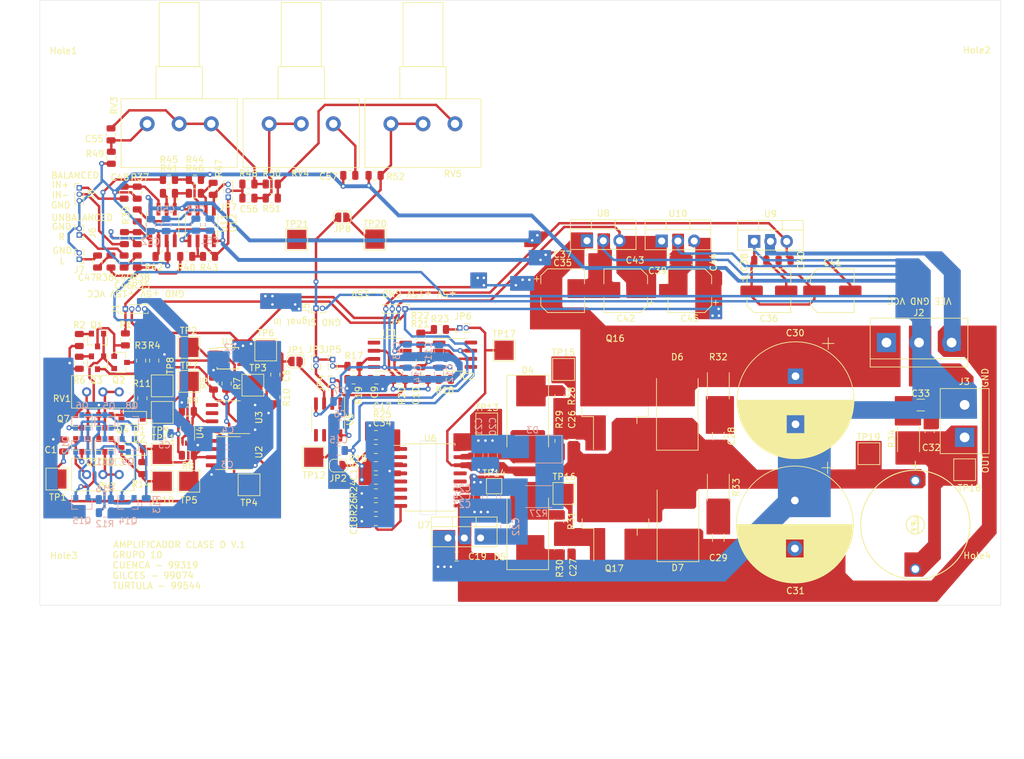
<source format=kicad_pcb>
(kicad_pcb (version 20171130) (host pcbnew "(5.1.2)-2")
  (layers (0 F.Cu signal) (31 B.Cu signal) (34 B.Paste user) (35 F.Paste user) (36 B.SilkS user) (37 F.SilkS user) (38 B.Mask user) (39 F.Mask user) (44 Edge.Cuts user))
  (net 0 "")
  (net 1 GND)
  (net 2 /GeneradorTriangular/Vtriang_off)
  (net 3 +15V)
  (net 4 "Net-(C8-Pad2)")
  (net 5 "Net-(C8-Pad1)")
  (net 6 +5V)
  (net 7 "Net-(D1-Pad2)")
  (net 8 /GeneradorTriangular/Charge)
  (net 9 "Net-(D2-Pad2)")
  (net 10 /GeneradorTriangular/Discharge)
  (net 11 Vtriang)
  (net 12 "Net-(Q1-Pad3)")
  (net 13 "Net-(Q1-Pad2)")
  (net 14 "Net-(Q1-Pad1)")
  (net 15 /GeneradorTriangular/U-)
  (net 16 "Net-(Q3-Pad2)")
  (net 17 "Net-(Q4-Pad3)")
  (net 18 "Net-(Q5-Pad3)")
  (net 19 "Net-(Q5-Pad2)")
  (net 20 "Net-(Q14-Pad1)")
  (net 21 "Net-(Q6-Pad2)")
  (net 22 "Net-(Q12-Pad1)")
  (net 23 "Net-(Q7-Pad2)")
  (net 24 "Net-(Q11-Pad2)")
  (net 25 "Net-(Q9-Pad2)")
  (net 26 "Net-(Q10-Pad3)")
  (net 27 "Net-(Q10-Pad2)")
  (net 28 "Net-(Q11-Pad1)")
  (net 29 "Net-(Q13-Pad3)")
  (net 30 VCC)
  (net 31 "Net-(R3-Pad1)")
  (net 32 /GeneradorTriangular/Vref)
  (net 33 /GeneradorTriangular/U+)
  (net 34 /GeneradorTriangular/Set)
  (net 35 /GeneradorTriangular/Reset)
  (net 36 "Net-(U2-Pad6)")
  (net 37 "Net-(U2-Pad5)")
  (net 38 "Net-(U3-Pad6)")
  (net 39 "Net-(U3-Pad5)")
  (net 40 -15V)
  (net 41 Signal_in)
  (net 42 Feedback)
  (net 43 "Net-(JP2-Pad1)")
  (net 44 "Net-(U5-Pad6)")
  (net 45 "Net-(U5-Pad5)")
  (net 46 "Net-(C9-Pad1)")
  (net 47 "Net-(C10-Pad2)")
  (net 48 "Net-(IC1-Pad8)")
  (net 49 "Net-(IC1-Pad1)")
  (net 50 "Net-(IC2-Pad8)")
  (net 51 "Net-(IC2-Pad2)")
  (net 52 "Net-(IC2-Pad3)")
  (net 53 "Net-(IC2-Pad1)")
  (net 54 "Net-(JP3-Pad2)")
  (net 55 "Net-(JP5-Pad2)")
  (net 56 Vs)
  (net 57 "Net-(JP6-Pad1)")
  (net 58 "Net-(R22-Pad1)")
  (net 59 /EtapaSalida/Disable)
  (net 60 "Net-(C17-Pad1)")
  (net 61 /EtapaSalida/DT)
  (net 62 VEE)
  (net 63 /EtapaSalida/VDDA)
  (net 64 /EtapaSalida/VDDB)
  (net 65 "Net-(C26-Pad1)")
  (net 66 "Net-(C27-Pad1)")
  (net 67 "Net-(C28-Pad1)")
  (net 68 "Net-(C29-Pad1)")
  (net 69 "Net-(C33-Pad1)")
  (net 70 "Net-(D3-Pad1)")
  (net 71 /EtapaSalida/HO)
  (net 72 "Net-(D4-Pad1)")
  (net 73 /EtapaSalida/LO)
  (net 74 "Net-(D5-Pad1)")
  (net 75 PWM)
  (net 76 /EtapaSalida/Out)
  (net 77 Right)
  (net 78 "Net-(C46-Pad1)")
  (net 79 Left)
  (net 80 "Net-(C47-Pad1)")
  (net 81 In+)
  (net 82 "Net-(C48-Pad1)")
  (net 83 In-)
  (net 84 "Net-(C49-Pad1)")
  (net 85 "Net-(C55-Pad1)")
  (net 86 "Net-(C56-Pad2)")
  (net 87 /Preamplificador/Filter_in)
  (net 88 "Net-(C57-Pad1)")
  (net 89 "Net-(JP7-Pad3)")
  (net 90 "Net-(JP7-Pad1)")
  (net 91 "Net-(R35-Pad2)")
  (net 92 "Net-(R39-Pad2)")
  (net 93 "Net-(R39-Pad1)")
  (net 94 "Net-(R40-Pad2)")
  (net 95 "Net-(R41-Pad2)")
  (net 96 "Net-(R42-Pad2)")
  (net 97 "Net-(R44-Pad2)")
  (net 98 "Net-(R45-Pad2)")
  (net 99 /Preamplificador/Filter_out)
  (net 100 "Net-(C55-Pad2)")
  (net 101 "Net-(JP8-Pad1)")
  (module MountingHole:MountingHole_3mm (layer F.Cu) (at 202.5 31.15)
    (fp_text reference Hole2 (at -0.05 4.15) (layer F.SilkS))
    (fp_text value MountingHole_3mm)
    (pad 1 np_thru_hole circle (at 0 0) (size 3 3) (drill 3) (layers *.Cu *.Mask))
  )
  (module MountingHole:MountingHole_3mm (layer F.Cu) (at 202.5 118.2)
    (fp_text reference Hole4 (at 0 -4) (layer F.SilkS))
    (fp_text value MountingHole_3mm)
    (pad 1 np_thru_hole circle (at 0 0) (size 3 3) (drill 3) (layers *.Cu *.Mask))
  )
  (module MountingHole:MountingHole_3mm (layer F.Cu) (at 59.9 31.15)
    (fp_text reference Hole1 (at 0 4.25) (layer F.SilkS))
    (fp_text value MountingHole_3mm)
    (pad 1 np_thru_hole circle (at 0 0) (size 3 3) (drill 3) (layers *.Cu *.Mask))
  )
  (module MountingHole:MountingHole_3mm (layer F.Cu) (at 59.95 118.2)
    (fp_text reference Hole3 (at 0 -4) (layer F.SilkS))
    (fp_text value MountingHole_3mm)
    (pad 1 np_thru_hole circle (at 0 0) (size 3 3) (drill 3) (layers *.Cu *.Mask))
  )
  (module TestPoint:TestPoint_Pad_3.0x3.0mm (layer F.Cu) (at 96.3 64.85)
    (fp_text reference TP21 (at 0 -2.398) (layer F.SilkS))
    (fp_text value TestPoint)
    (pad 1 smd rect (at 0 0) (size 3 3) (layers F.Cu F.Mask) (net 41 Signal_in))
  )
  (module TestPoint:TestPoint_Pad_3.0x3.0mm (layer F.Cu) (at 108.5 64.8)
    (fp_text reference TP20 (at 0 -2.398) (layer F.SilkS))
    (fp_text value TestPoint)
    (pad 1 smd rect (at 0 0) (size 3 3) (layers F.Cu F.Mask) (net 101 "Net-(JP8-Pad1)"))
  )
  (module Jumper:SolderJumper-2_P1.3mm_Open_RoundedPad1.0x1.5mm (layer F.Cu) (at 103.4 61.4 180)
    (fp_text reference JP8 (at 0 -1.8) (layer F.SilkS))
    (fp_text value Jumper_Preampli)
    (pad 2 smd custom (at 0.65 0 180) (size 1 0.5) (layers F.Cu F.Mask) (net 41 Signal_in) (options (clearance outline) (anchor rect)) (primitives (gr_circle (center 0 0.25) (end 0.5 0.25) (width 0)) (gr_circle (center 0 -0.25) (end 0.5 -0.25) (width 0)) (gr_poly (pts (xy 0 -0.75) (xy -0.5 -0.75) (xy -0.5 0.75) (xy 0 0.75)) (width 0))))
    (pad 1 smd custom (at -0.65 0 180) (size 1 0.5) (layers F.Cu F.Mask) (net 101 "Net-(JP8-Pad1)") (options (clearance outline) (anchor rect)) (primitives (gr_circle (center 0 0.25) (end 0.5 0.25) (width 0)) (gr_circle (center 0 -0.25) (end 0.5 -0.25) (width 0)) (gr_poly (pts (xy 0 -0.75) (xy 0.5 -0.75) (xy 0.5 0.75) (xy 0 0.75)) (width 0))))
  )
  (module Connector_PinHeader_1.00mm:PinHeader_1x03_P1.00mm_Vertical (layer F.Cu) (at 62.35 56.8)
    (fp_text reference J8 (at 1.9 1 90) (layer F.SilkS))
    (fp_text value Conn_01x03_Male)
    (pad 3 thru_hole oval (at 0 2) (size 0.85 0.85) (drill 0.5) (layers *.Cu *.Mask) (net 1 GND))
    (pad 2 thru_hole oval (at 0 1) (size 0.85 0.85) (drill 0.5) (layers *.Cu *.Mask) (net 83 In-))
    (pad 1 thru_hole rect (at 0 0) (size 0.85 0.85) (drill 0.5) (layers *.Cu *.Mask) (net 81 In+))
  )
  (module Connector_PinHeader_1.00mm:PinHeader_1x02_P1.00mm_Vertical (layer F.Cu) (at 62.35 67.95 180)
    (fp_text reference J7 (at 0 -1.65 180) (layer F.SilkS))
    (fp_text value Conn_01x02_Male)
    (pad 2 thru_hole oval (at 0 1 180) (size 0.85 0.85) (drill 0.5) (layers *.Cu *.Mask) (net 1 GND))
    (pad 1 thru_hole rect (at 0 0 180) (size 0.85 0.85) (drill 0.5) (layers *.Cu *.Mask) (net 79 Left))
  )
  (module NE5532DR:SOIC127P599X175-8N (layer F.Cu) (at 81.45 62.6 270)
    (fp_text reference U12 (at -0.3 -4.9 90) (layer F.SilkS))
    (fp_text value NE5532)
    (pad 1 smd rect (at -2.47 -1.905 270) (size 1.97 0.6) (layers F.Cu F.Paste F.Mask) (net 89 "Net-(JP7-Pad3)"))
    (pad 2 smd rect (at -2.47 -0.635 270) (size 1.97 0.6) (layers F.Cu F.Paste F.Mask) (net 97 "Net-(R44-Pad2)"))
    (pad 3 smd rect (at -2.47 0.635 270) (size 1.97 0.6) (layers F.Cu F.Paste F.Mask) (net 98 "Net-(R45-Pad2)"))
    (pad 4 smd rect (at -2.47 1.905 270) (size 1.97 0.6) (layers F.Cu F.Paste F.Mask) (net 40 -15V))
    (pad 5 smd rect (at 2.47 1.905 270) (size 1.97 0.6) (layers F.Cu F.Paste F.Mask) (net 1 GND))
    (pad 6 smd rect (at 2.47 0.635 270) (size 1.97 0.6) (layers F.Cu F.Paste F.Mask) (net 94 "Net-(R40-Pad2)"))
    (pad 7 smd rect (at 2.47 -0.635 270) (size 1.97 0.6) (layers F.Cu F.Paste F.Mask) (net 90 "Net-(JP7-Pad1)"))
    (pad 8 smd rect (at 2.47 -1.905 270) (size 1.97 0.6) (layers F.Cu F.Paste F.Mask) (net 3 +15V))
  )
  (module NE5532DR:SOIC127P599X175-8N (layer F.Cu) (at 75.35 62.6 270)
    (fp_text reference U11 (at -0.3 -9.6 90) (layer F.SilkS))
    (fp_text value NE5532)
    (pad 1 smd rect (at -2.47 -1.905 270) (size 1.97 0.6) (layers F.Cu F.Paste F.Mask) (net 95 "Net-(R41-Pad2)"))
    (pad 2 smd rect (at -2.47 -0.635 270) (size 1.97 0.6) (layers F.Cu F.Paste F.Mask) (net 93 "Net-(R39-Pad1)"))
    (pad 3 smd rect (at -2.47 0.635 270) (size 1.97 0.6) (layers F.Cu F.Paste F.Mask) (net 82 "Net-(C48-Pad1)"))
    (pad 4 smd rect (at -2.47 1.905 270) (size 1.97 0.6) (layers F.Cu F.Paste F.Mask) (net 40 -15V))
    (pad 5 smd rect (at 2.47 1.905 270) (size 1.97 0.6) (layers F.Cu F.Paste F.Mask) (net 84 "Net-(C49-Pad1)"))
    (pad 6 smd rect (at 2.47 0.635 270) (size 1.97 0.6) (layers F.Cu F.Paste F.Mask) (net 92 "Net-(R39-Pad2)"))
    (pad 7 smd rect (at 2.47 -0.635 270) (size 1.97 0.6) (layers F.Cu F.Paste F.Mask) (net 96 "Net-(R42-Pad2)"))
    (pad 8 smd rect (at 2.47 -1.905 270) (size 1.97 0.6) (layers F.Cu F.Paste F.Mask) (net 3 +15V))
  )
  (module Potentiometer_THT:Potentiometer_Alps_RK163_Single_Horizontal (layer F.Cu) (at 121 46.8 90)
    (fp_text reference RV5 (at -7.8 -0.35 180) (layer F.SilkS))
    (fp_text value R_POT)
    (pad 1 thru_hole circle (at 0 0 90) (size 2.34 2.34) (drill 1.3) (layers *.Cu *.Mask) (net 99 /Preamplificador/Filter_out))
    (pad 2 thru_hole circle (at 0 -5 90) (size 2.34 2.34) (drill 1.3) (layers *.Cu *.Mask) (net 101 "Net-(JP8-Pad1)"))
    (pad 3 thru_hole circle (at 0 -10 90) (size 2.34 2.34) (drill 1.3) (layers *.Cu *.Mask) (net 101 "Net-(JP8-Pad1)"))
  )
  (module Potentiometer_THT:Potentiometer_Alps_RK163_Single_Horizontal (layer F.Cu) (at 102 46.8 90)
    (fp_text reference RV4 (at -7.75 -5.15 180) (layer F.SilkS))
    (fp_text value R_POT)
    (pad 1 thru_hole circle (at 0 0 90) (size 2.34 2.34) (drill 1.3) (layers *.Cu *.Mask) (net 88 "Net-(C57-Pad1)"))
    (pad 2 thru_hole circle (at 0 -5 90) (size 2.34 2.34) (drill 1.3) (layers *.Cu *.Mask) (net 86 "Net-(C56-Pad2)"))
    (pad 3 thru_hole circle (at 0 -10 90) (size 2.34 2.34) (drill 1.3) (layers *.Cu *.Mask) (net 86 "Net-(C56-Pad2)"))
  )
  (module Potentiometer_THT:Potentiometer_Alps_RK163_Single_Horizontal (layer F.Cu) (at 82.95 46.8 90)
    (fp_text reference RV3 (at 2.85 -15.15 90) (layer F.SilkS))
    (fp_text value R_POT)
    (pad 1 thru_hole circle (at 0 0 90) (size 2.34 2.34) (drill 1.3) (layers *.Cu *.Mask) (net 100 "Net-(C55-Pad2)"))
    (pad 2 thru_hole circle (at 0 -5 90) (size 2.34 2.34) (drill 1.3) (layers *.Cu *.Mask) (net 100 "Net-(C55-Pad2)"))
    (pad 3 thru_hole circle (at 0 -10 90) (size 2.34 2.34) (drill 1.3) (layers *.Cu *.Mask) (net 85 "Net-(C55-Pad1)"))
  )
  (module Resistor_SMD:R_0805_2012Metric (layer F.Cu) (at 108.45 54.85 180)
    (fp_text reference R52 (at -3.25 -0.2) (layer F.SilkS))
    (fp_text value R)
    (pad 2 smd roundrect (at 0.9375 0 180) (size 0.975 1.4) (layers F.Cu F.Paste F.Mask) (net 1 GND))
    (pad 1 smd roundrect (at -0.9375 0 180) (size 0.975 1.4) (layers F.Cu F.Paste F.Mask) (net 101 "Net-(JP8-Pad1)"))
  )
  (module Resistor_SMD:R_0805_2012Metric (layer F.Cu) (at 92.4 58.4 180)
    (fp_text reference R51 (at 0 -1.65) (layer F.SilkS))
    (fp_text value R)
    (pad 2 smd roundrect (at 0.9375 0 180) (size 0.975 1.4) (layers F.Cu F.Paste F.Mask) (net 86 "Net-(C56-Pad2)"))
    (pad 1 smd roundrect (at -0.9375 0 180) (size 0.975 1.4) (layers F.Cu F.Paste F.Mask) (net 99 /Preamplificador/Filter_out))
  )
  (module Resistor_SMD:R_0805_2012Metric (layer F.Cu) (at 92.4 56.2)
    (fp_text reference R50 (at 0 -1.65) (layer F.SilkS))
    (fp_text value R)
    (pad 2 smd roundrect (at 0.9375 0) (size 0.975 1.4) (layers F.Cu F.Paste F.Mask) (net 99 /Preamplificador/Filter_out))
    (pad 1 smd roundrect (at -0.9375 0) (size 0.975 1.4) (layers F.Cu F.Paste F.Mask) (net 100 "Net-(C55-Pad2)"))
  )
  (module Resistor_SMD:R_0805_2012Metric (layer F.Cu) (at 67.35 52.1 270)
    (fp_text reference R49 (at -0.6 2.55 180) (layer F.SilkS))
    (fp_text value R)
    (pad 2 smd roundrect (at 0.9375 0 270) (size 0.975 1.4) (layers F.Cu F.Paste F.Mask) (net 1 GND))
    (pad 1 smd roundrect (at -0.9375 0 270) (size 0.975 1.4) (layers F.Cu F.Paste F.Mask) (net 85 "Net-(C55-Pad1)"))
  )
  (module Resistor_SMD:R_0805_2012Metric (layer F.Cu) (at 88.75 56.2)
    (fp_text reference R48 (at 0 -1.65) (layer F.SilkS))
    (fp_text value R)
    (pad 2 smd roundrect (at 0.9375 0) (size 0.975 1.4) (layers F.Cu F.Paste F.Mask) (net 100 "Net-(C55-Pad2)"))
    (pad 1 smd roundrect (at -0.9375 0) (size 0.975 1.4) (layers F.Cu F.Paste F.Mask) (net 87 /Preamplificador/Filter_in))
  )
  (module Resistor_SMD:R_0805_2012Metric (layer F.Cu) (at 83.25 56.95 270)
    (fp_text reference R47 (at -3.2 -0.9 90) (layer F.SilkS))
    (fp_text value R)
    (pad 2 smd roundrect (at 0.9375 0 270) (size 0.975 1.4) (layers F.Cu F.Paste F.Mask) (net 89 "Net-(JP7-Pad3)"))
    (pad 1 smd roundrect (at -0.9375 0 270) (size 0.975 1.4) (layers F.Cu F.Paste F.Mask) (net 97 "Net-(R44-Pad2)"))
  )
  (module Resistor_SMD:R_0805_2012Metric (layer F.Cu) (at 80.4 55.5 180)
    (fp_text reference R46 (at 0 1.75) (layer F.SilkS))
    (fp_text value R)
    (pad 2 smd roundrect (at 0.9375 0 180) (size 0.975 1.4) (layers F.Cu F.Paste F.Mask) (net 98 "Net-(R45-Pad2)"))
    (pad 1 smd roundrect (at -0.9375 0 180) (size 0.975 1.4) (layers F.Cu F.Paste F.Mask) (net 1 GND))
  )
  (module Resistor_SMD:R_0805_2012Metric (layer F.Cu) (at 76.35 55.5)
    (fp_text reference R45 (at 0 -3.1) (layer F.SilkS))
    (fp_text value R)
    (pad 2 smd roundrect (at 0.9375 0) (size 0.975 1.4) (layers F.Cu F.Paste F.Mask) (net 98 "Net-(R45-Pad2)"))
    (pad 1 smd roundrect (at -0.9375 0) (size 0.975 1.4) (layers F.Cu F.Paste F.Mask) (net 96 "Net-(R42-Pad2)"))
  )
  (module Resistor_SMD:R_0805_2012Metric (layer F.Cu) (at 80.4 57.65)
    (fp_text reference R44 (at 0 -5.25) (layer F.SilkS))
    (fp_text value R)
    (pad 2 smd roundrect (at 0.9375 0) (size 0.975 1.4) (layers F.Cu F.Paste F.Mask) (net 97 "Net-(R44-Pad2)"))
    (pad 1 smd roundrect (at -0.9375 0) (size 0.975 1.4) (layers F.Cu F.Paste F.Mask) (net 95 "Net-(R41-Pad2)"))
  )
  (module Resistor_SMD:R_0805_2012Metric (layer F.Cu) (at 82.6 67.5)
    (fp_text reference R43 (at 0 1.75) (layer F.SilkS))
    (fp_text value R)
    (pad 2 smd roundrect (at 0.9375 0) (size 0.975 1.4) (layers F.Cu F.Paste F.Mask) (net 90 "Net-(JP7-Pad1)"))
    (pad 1 smd roundrect (at -0.9375 0) (size 0.975 1.4) (layers F.Cu F.Paste F.Mask) (net 94 "Net-(R40-Pad2)"))
  )
  (module Resistor_SMD:R_0805_2012Metric (layer F.Cu) (at 75.2 67.5)
    (fp_text reference R42 (at -1.2 1.7) (layer F.SilkS))
    (fp_text value R)
    (pad 2 smd roundrect (at 0.9375 0) (size 0.975 1.4) (layers F.Cu F.Paste F.Mask) (net 96 "Net-(R42-Pad2)"))
    (pad 1 smd roundrect (at -0.9375 0) (size 0.975 1.4) (layers F.Cu F.Paste F.Mask) (net 92 "Net-(R39-Pad2)"))
  )
  (module Resistor_SMD:R_0805_2012Metric (layer F.Cu) (at 76.35 57.65)
    (fp_text reference R41 (at 0.05 -3.9) (layer F.SilkS))
    (fp_text value R)
    (pad 2 smd roundrect (at 0.9375 0) (size 0.975 1.4) (layers F.Cu F.Paste F.Mask) (net 95 "Net-(R41-Pad2)"))
    (pad 1 smd roundrect (at -0.9375 0) (size 0.975 1.4) (layers F.Cu F.Paste F.Mask) (net 93 "Net-(R39-Pad1)"))
  )
  (module Resistor_SMD:R_0805_2012Metric (layer F.Cu) (at 79.05 67.5)
    (fp_text reference R40 (at 0 1.75) (layer F.SilkS))
    (fp_text value R)
    (pad 2 smd roundrect (at 0.9375 0) (size 0.975 1.4) (layers F.Cu F.Paste F.Mask) (net 94 "Net-(R40-Pad2)"))
    (pad 1 smd roundrect (at -0.9375 0) (size 0.975 1.4) (layers F.Cu F.Paste F.Mask) (net 91 "Net-(R35-Pad2)"))
  )
  (module Resistor_SMD:R_0805_2012Metric (layer F.Cu) (at 71.4 61.1 270)
    (fp_text reference R39 (at 0 1.75 90) (layer F.SilkS))
    (fp_text value R)
    (pad 2 smd roundrect (at 0.9375 0 270) (size 0.975 1.4) (layers F.Cu F.Paste F.Mask) (net 92 "Net-(R39-Pad2)"))
    (pad 1 smd roundrect (at -0.9375 0 270) (size 0.975 1.4) (layers F.Cu F.Paste F.Mask) (net 93 "Net-(R39-Pad1)"))
  )
  (module Resistor_SMD:R_0805_2012Metric (layer F.Cu) (at 71.4 64.65 270)
    (fp_text reference R38 (at 6.15 -0.55 180) (layer F.SilkS))
    (fp_text value R)
    (pad 2 smd roundrect (at 0.9375 0 270) (size 0.975 1.4) (layers F.Cu F.Paste F.Mask) (net 1 GND))
    (pad 1 smd roundrect (at -0.9375 0 270) (size 0.975 1.4) (layers F.Cu F.Paste F.Mask) (net 84 "Net-(C49-Pad1)"))
  )
  (module Resistor_SMD:R_0805_2012Metric (layer F.Cu) (at 71.4 57.55 270)
    (fp_text reference R37 (at -2.4 -0.4 180) (layer F.SilkS))
    (fp_text value R)
    (pad 2 smd roundrect (at 0.9375 0 270) (size 0.975 1.4) (layers F.Cu F.Paste F.Mask) (net 1 GND))
    (pad 1 smd roundrect (at -0.9375 0 270) (size 0.975 1.4) (layers F.Cu F.Paste F.Mask) (net 82 "Net-(C48-Pad1)"))
  )
  (module Resistor_SMD:R_0805_2012Metric (layer F.Cu) (at 67.3 68.3 270)
    (fp_text reference R36 (at 2.5 0.95 180) (layer F.SilkS))
    (fp_text value R)
    (pad 2 smd roundrect (at 0.9375 0 270) (size 0.975 1.4) (layers F.Cu F.Paste F.Mask) (net 91 "Net-(R35-Pad2)"))
    (pad 1 smd roundrect (at -0.9375 0 270) (size 0.975 1.4) (layers F.Cu F.Paste F.Mask) (net 80 "Net-(C47-Pad1)"))
  )
  (module Resistor_SMD:R_0805_2012Metric (layer F.Cu) (at 71.4 68.2875 270)
    (fp_text reference R35 (at 3.7625 -0.55 180) (layer F.SilkS))
    (fp_text value R)
    (pad 2 smd roundrect (at 0.9375 0 270) (size 0.975 1.4) (layers F.Cu F.Paste F.Mask) (net 91 "Net-(R35-Pad2)"))
    (pad 1 smd roundrect (at -0.9375 0 270) (size 0.975 1.4) (layers F.Cu F.Paste F.Mask) (net 78 "Net-(C46-Pad1)"))
  )
  (module Connector_PinHeader_1.00mm:PinHeader_1x03_P1.00mm_Vertical (layer F.Cu) (at 85.6 58.25 180)
    (fp_text reference JP7 (at 0 -1.56) (layer F.SilkS))
    (fp_text value Jumper_3_Open)
    (pad 3 thru_hole oval (at 0 2 180) (size 0.85 0.85) (drill 0.5) (layers *.Cu *.Mask) (net 89 "Net-(JP7-Pad3)"))
    (pad 2 thru_hole oval (at 0 1 180) (size 0.85 0.85) (drill 0.5) (layers *.Cu *.Mask) (net 87 /Preamplificador/Filter_in))
    (pad 1 thru_hole rect (at 0 0 180) (size 0.85 0.85) (drill 0.5) (layers *.Cu *.Mask) (net 90 "Net-(JP7-Pad1)"))
  )
  (module Connector_PinHeader_1.00mm:PinHeader_1x02_P1.00mm_Vertical (layer F.Cu) (at 62.35 64.15 180)
    (fp_text reference J6 (at -2.05 0.35 90) (layer F.SilkS))
    (fp_text value Conn_01x02_Male)
    (pad 2 thru_hole oval (at 0 1 180) (size 0.85 0.85) (drill 0.5) (layers *.Cu *.Mask) (net 1 GND))
    (pad 1 thru_hole rect (at 0 0 180) (size 0.85 0.85) (drill 0.5) (layers *.Cu *.Mask) (net 77 Right))
  )
  (module Capacitor_SMD:C_0805_2012Metric (layer F.Cu) (at 104.5 54.85 180)
    (fp_text reference C57 (at 3.25 -0.15) (layer F.SilkS))
    (fp_text value C)
    (pad 2 smd roundrect (at 0.9375 0 180) (size 0.975 1.4) (layers F.Cu F.Paste F.Mask) (net 1 GND))
    (pad 1 smd roundrect (at -0.9375 0 180) (size 0.975 1.4) (layers F.Cu F.Paste F.Mask) (net 88 "Net-(C57-Pad1)"))
  )
  (module Capacitor_SMD:C_0805_2012Metric (layer F.Cu) (at 88.75 58.4)
    (fp_text reference C56 (at 0.1 1.7) (layer F.SilkS))
    (fp_text value C)
    (pad 2 smd roundrect (at 0.9375 0) (size 0.975 1.4) (layers F.Cu F.Paste F.Mask) (net 86 "Net-(C56-Pad2)"))
    (pad 1 smd roundrect (at -0.9375 0) (size 0.975 1.4) (layers F.Cu F.Paste F.Mask) (net 87 /Preamplificador/Filter_in))
  )
  (module Capacitor_SMD:C_0805_2012Metric (layer F.Cu) (at 67.3 48.45 90)
    (fp_text reference C55 (at -0.7 -2.6 180) (layer F.SilkS))
    (fp_text value C)
    (pad 2 smd roundrect (at 0.9375 0 90) (size 0.975 1.4) (layers F.Cu F.Paste F.Mask) (net 100 "Net-(C55-Pad2)"))
    (pad 1 smd roundrect (at -0.9375 0 90) (size 0.975 1.4) (layers F.Cu F.Paste F.Mask) (net 85 "Net-(C55-Pad1)"))
  )
  (module Capacitor_SMD:C_0805_2012Metric (layer B.Cu) (at 80.55 62.55 270)
    (fp_text reference C53 (at -2.4 -0.05 180) (layer B.SilkS) (effects (justify mirror)))
    (fp_text value C)
    (pad 2 smd roundrect (at 0.9375 0 270) (size 0.975 1.4) (layers B.Cu B.Paste B.Mask) (net 1 GND))
    (pad 1 smd roundrect (at -0.9375 0 270) (size 0.975 1.4) (layers B.Cu B.Paste B.Mask) (net 40 -15V))
  )
  (module Capacitor_SMD:C_0805_2012Metric (layer B.Cu) (at 73.5 62.6 270)
    (fp_text reference C52 (at 2.6 0 180) (layer B.SilkS) (effects (justify mirror)))
    (fp_text value C)
    (pad 2 smd roundrect (at 0.9375 0 270) (size 0.975 1.4) (layers B.Cu B.Paste B.Mask) (net 1 GND))
    (pad 1 smd roundrect (at -0.9375 0 270) (size 0.975 1.4) (layers B.Cu B.Paste B.Mask) (net 40 -15V))
  )
  (module Capacitor_SMD:C_0805_2012Metric (layer B.Cu) (at 82.75 62.55 270)
    (fp_text reference C51 (at 2.5 0.05 180) (layer B.SilkS) (effects (justify mirror)))
    (fp_text value C)
    (pad 2 smd roundrect (at 0.9375 0 270) (size 0.975 1.4) (layers B.Cu B.Paste B.Mask) (net 1 GND))
    (pad 1 smd roundrect (at -0.9375 0 270) (size 0.975 1.4) (layers B.Cu B.Paste B.Mask) (net 3 +15V))
  )
  (module Capacitor_SMD:C_0805_2012Metric (layer B.Cu) (at 75.9 62.6 270)
    (fp_text reference C50 (at -2.45 0.05 180) (layer B.SilkS) (effects (justify mirror)))
    (fp_text value C)
    (pad 2 smd roundrect (at 0.9375 0 270) (size 0.975 1.4) (layers B.Cu B.Paste B.Mask) (net 1 GND))
    (pad 1 smd roundrect (at -0.9375 0 270) (size 0.975 1.4) (layers B.Cu B.Paste B.Mask) (net 3 +15V))
  )
  (module Capacitor_SMD:C_0805_2012Metric (layer F.Cu) (at 69.4 64.65 270)
    (fp_text reference C49 (at 6.15 0.2) (layer F.SilkS))
    (fp_text value C)
    (pad 2 smd roundrect (at 0.9375 0 270) (size 0.975 1.4) (layers F.Cu F.Paste F.Mask) (net 83 In-))
    (pad 1 smd roundrect (at -0.9375 0 270) (size 0.975 1.4) (layers F.Cu F.Paste F.Mask) (net 84 "Net-(C49-Pad1)"))
  )
  (module Capacitor_SMD:C_0805_2012Metric (layer F.Cu) (at 69.35 57.55 270)
    (fp_text reference C48 (at -2.4 0.65 180) (layer F.SilkS))
    (fp_text value C)
    (pad 2 smd roundrect (at 0.9375 0 270) (size 0.975 1.4) (layers F.Cu F.Paste F.Mask) (net 81 In+))
    (pad 1 smd roundrect (at -0.9375 0 270) (size 0.975 1.4) (layers F.Cu F.Paste F.Mask) (net 82 "Net-(C48-Pad1)"))
  )
  (module Capacitor_SMD:C_0805_2012Metric (layer F.Cu) (at 65.2 68.3 90)
    (fp_text reference C47 (at -2.5 -1.65 180) (layer F.SilkS))
    (fp_text value C)
    (pad 2 smd roundrect (at 0.9375 0 90) (size 0.975 1.4) (layers F.Cu F.Paste F.Mask) (net 79 Left))
    (pad 1 smd roundrect (at -0.9375 0 90) (size 0.975 1.4) (layers F.Cu F.Paste F.Mask) (net 80 "Net-(C47-Pad1)"))
  )
  (module Capacitor_SMD:C_0805_2012Metric (layer F.Cu) (at 69.35 68.3 90)
    (fp_text reference C46 (at -3.75 -0.1 180) (layer F.SilkS))
    (fp_text value C)
    (pad 2 smd roundrect (at 0.9375 0 90) (size 0.975 1.4) (layers F.Cu F.Paste F.Mask) (net 77 Right))
    (pad 1 smd roundrect (at -0.9375 0 90) (size 0.975 1.4) (layers F.Cu F.Paste F.Mask) (net 78 "Net-(C46-Pad1)"))
  )
  (module TestPoint:TestPoint_Pad_2.0x2.0mm (layer F.Cu) (at 127.1 103.35)
    (fp_text reference TP14 (at 0 -1.998) (layer F.SilkS))
    (fp_text value TestPoint)
    (pad 1 smd rect (at 0 0) (size 2 2) (layers F.Cu F.Mask) (net 64 /EtapaSalida/VDDB))
  )
  (module Package_TO_SOT_THT:TO-220-3_Vertical (layer F.Cu) (at 153.26 65.09)
    (fp_text reference U10 (at 2.54 -4.27) (layer F.SilkS))
    (fp_text value LM7805_TO220)
    (pad 3 thru_hole oval (at 5.08 0) (size 1.905 2) (drill 1.1) (layers *.Cu *.Mask) (net 6 +5V))
    (pad 2 thru_hole oval (at 2.54 0) (size 1.905 2) (drill 1.1) (layers *.Cu *.Mask) (net 1 GND))
    (pad 1 thru_hole rect (at 0 0) (size 1.905 2) (drill 1.1) (layers *.Cu *.Mask) (net 3 +15V))
  )
  (module Package_TO_SOT_THT:TO-220-3_Vertical (layer F.Cu) (at 167.7 65.15)
    (fp_text reference U9 (at 2.54 -4.27) (layer F.SilkS))
    (fp_text value LM7915_TO220)
    (pad 3 thru_hole oval (at 5.08 0) (size 1.905 2) (drill 1.1) (layers *.Cu *.Mask) (net 40 -15V))
    (pad 2 thru_hole oval (at 2.54 0) (size 1.905 2) (drill 1.1) (layers *.Cu *.Mask) (net 62 VEE))
    (pad 1 thru_hole rect (at 0 0) (size 1.905 2) (drill 1.1) (layers *.Cu *.Mask) (net 1 GND))
  )
  (module Package_TO_SOT_THT:TO-220-3_Vertical (layer F.Cu) (at 141.6 65.05)
    (fp_text reference U8 (at 2.54 -4.27) (layer F.SilkS))
    (fp_text value LM7815_TO220)
    (pad 3 thru_hole oval (at 5.08 0) (size 1.905 2) (drill 1.1) (layers *.Cu *.Mask) (net 3 +15V))
    (pad 2 thru_hole oval (at 2.54 0) (size 1.905 2) (drill 1.1) (layers *.Cu *.Mask) (net 1 GND))
    (pad 1 thru_hole rect (at 0 0) (size 1.905 2) (drill 1.1) (layers *.Cu *.Mask) (net 30 VCC))
  )
  (module Capacitor_SMD:CP_Elec_6.3x5.4 (layer F.Cu) (at 157.65 72.85 180)
    (fp_text reference C45 (at 0 -4.35) (layer F.SilkS))
    (fp_text value 47u)
    (pad 2 smd roundrect (at 2.8 0 180) (size 3.5 1.6) (layers F.Cu F.Paste F.Mask) (roundrect_rratio 0.15625) (net 1 GND))
    (pad 1 smd roundrect (at -2.8 0 180) (size 3.5 1.6) (layers F.Cu F.Paste F.Mask) (roundrect_rratio 0.15625) (net 6 +5V))
  )
  (module Capacitor_SMD:C_0805_2012Metric (layer F.Cu) (at 158.15 68.05 180)
    (fp_text reference C44 (at -3.2 -0.35 90) (layer F.SilkS))
    (fp_text value 1u)
    (pad 2 smd roundrect (at 0.9375 0 180) (size 0.975 1.4) (layers F.Cu F.Paste F.Mask) (net 1 GND))
    (pad 1 smd roundrect (at -0.9375 0 180) (size 0.975 1.4) (layers F.Cu F.Paste F.Mask) (net 6 +5V))
  )
  (module Capacitor_SMD:C_0805_2012Metric (layer F.Cu) (at 145.75 68.05 180)
    (fp_text reference C43 (at -3.35 -0.05) (layer F.SilkS))
    (fp_text value 1u)
    (pad 2 smd roundrect (at 0.9375 0 180) (size 0.975 1.4) (layers F.Cu F.Paste F.Mask) (net 1 GND))
    (pad 1 smd roundrect (at -0.9375 0 180) (size 0.975 1.4) (layers F.Cu F.Paste F.Mask) (net 3 +15V))
  )
  (module Capacitor_SMD:CP_Elec_6.3x5.4 (layer F.Cu) (at 147.65 72.85 180)
    (fp_text reference C42 (at 0 -4.35) (layer F.SilkS))
    (fp_text value 47u)
    (pad 2 smd roundrect (at 2.8 0 180) (size 3.5 1.6) (layers F.Cu F.Paste F.Mask) (roundrect_rratio 0.15625) (net 1 GND))
    (pad 1 smd roundrect (at -2.8 0 180) (size 3.5 1.6) (layers F.Cu F.Paste F.Mask) (roundrect_rratio 0.15625) (net 3 +15V))
  )
  (module Capacitor_SMD:CP_Elec_6.3x5.4 (layer F.Cu) (at 179.9 72.85)
    (fp_text reference C41 (at 0 -4.35) (layer F.SilkS))
    (fp_text value 47u)
    (pad 2 smd roundrect (at 2.8 0) (size 3.5 1.6) (layers F.Cu F.Paste F.Mask) (roundrect_rratio 0.15625) (net 40 -15V))
    (pad 1 smd roundrect (at -2.8 0) (size 3.5 1.6) (layers F.Cu F.Paste F.Mask) (roundrect_rratio 0.15625) (net 1 GND))
  )
  (module Capacitor_SMD:C_0805_2012Metric (layer F.Cu) (at 172.45 68.1)
    (fp_text reference C40 (at 2.55 0 90) (layer F.SilkS))
    (fp_text value 1u)
    (pad 2 smd roundrect (at 0.9375 0) (size 0.975 1.4) (layers F.Cu F.Paste F.Mask) (net 40 -15V))
    (pad 1 smd roundrect (at -0.9375 0) (size 0.975 1.4) (layers F.Cu F.Paste F.Mask) (net 1 GND))
  )
  (module Capacitor_SMD:C_0805_2012Metric (layer F.Cu) (at 154.4 68.05)
    (fp_text reference C39 (at -1.8 1.7) (layer F.SilkS))
    (fp_text value 1u)
    (pad 2 smd roundrect (at 0.9375 0) (size 0.975 1.4) (layers F.Cu F.Paste F.Mask) (net 1 GND))
    (pad 1 smd roundrect (at -0.9375 0) (size 0.975 1.4) (layers F.Cu F.Paste F.Mask) (net 3 +15V))
  )
  (module Capacitor_SMD:C_0805_2012Metric (layer F.Cu) (at 168.65 68.1)
    (fp_text reference C38 (at -2.5 0.35 90) (layer F.SilkS))
    (fp_text value 1u)
    (pad 2 smd roundrect (at 0.9375 0) (size 0.975 1.4) (layers F.Cu F.Paste F.Mask) (net 62 VEE))
    (pad 1 smd roundrect (at -0.9375 0) (size 0.975 1.4) (layers F.Cu F.Paste F.Mask) (net 1 GND))
  )
  (module Capacitor_SMD:C_0805_2012Metric (layer F.Cu) (at 141.55 68.05)
    (fp_text reference C37 (at -3.75 -0.85) (layer F.SilkS))
    (fp_text value 1u)
    (pad 2 smd roundrect (at 0.9375 0) (size 0.975 1.4) (layers F.Cu F.Paste F.Mask) (net 1 GND))
    (pad 1 smd roundrect (at -0.9375 0) (size 0.975 1.4) (layers F.Cu F.Paste F.Mask) (net 30 VCC))
  )
  (module Capacitor_SMD:CP_Elec_6.3x7.7 (layer F.Cu) (at 170 72.85)
    (fp_text reference C36 (at 0 4.35) (layer F.SilkS))
    (fp_text value 33u)
    (pad 2 smd roundrect (at 2.7 0) (size 3.5 1.6) (layers F.Cu F.Paste F.Mask) (roundrect_rratio 0.15625) (net 62 VEE))
    (pad 1 smd roundrect (at -2.7 0) (size 3.5 1.6) (layers F.Cu F.Paste F.Mask) (roundrect_rratio 0.15625) (net 1 GND))
  )
  (module Capacitor_SMD:CP_Elec_6.3x7.7 (layer F.Cu) (at 137.8 72.85)
    (fp_text reference C35 (at 0 -4.35) (layer F.SilkS))
    (fp_text value 33u)
    (pad 2 smd roundrect (at 2.7 0) (size 3.5 1.6) (layers F.Cu F.Paste F.Mask) (roundrect_rratio 0.15625) (net 1 GND))
    (pad 1 smd roundrect (at -2.7 0) (size 3.5 1.6) (layers F.Cu F.Paste F.Mask) (roundrect_rratio 0.15625) (net 30 VCC))
  )
  (module TestPoint:TestPoint_Pad_3.0x3.0mm (layer F.Cu) (at 185.6 98.3)
    (fp_text reference TP19 (at -0.05 -2.6) (layer F.SilkS))
    (fp_text value TestPoint)
    (pad 1 smd rect (at 0 0) (size 3 3) (layers F.Cu F.Mask) (net 56 Vs))
  )
  (module Connector_PinHeader_1.00mm:PinHeader_1x02_P1.00mm_Vertical (layer F.Cu) (at 99.3 75.6 90)
    (fp_text reference J5 (at 0 -1.56 90) (layer F.SilkS))
    (fp_text value Entrada)
    (pad 2 thru_hole oval (at 0 1 90) (size 0.85 0.85) (drill 0.5) (layers *.Cu *.Mask) (net 1 GND))
    (pad 1 thru_hole rect (at 0 0 90) (size 0.85 0.85) (drill 0.5) (layers *.Cu *.Mask) (net 41 Signal_in))
  )
  (module TestPoint:TestPoint_Pad_3.0x3.0mm (layer F.Cu) (at 200.55 100.8)
    (fp_text reference TP18 (at 0.75 2.85) (layer F.SilkS))
    (fp_text value TestPoint)
    (pad 1 smd rect (at 0 0) (size 3 3) (layers F.Cu F.Mask) (net 76 /EtapaSalida/Out))
  )
  (module TestPoint:TestPoint_Pad_3.0x3.0mm (layer F.Cu) (at 128.65 82.15)
    (fp_text reference TP17 (at 0 -2.55) (layer F.SilkS))
    (fp_text value TestPoint)
    (pad 1 smd rect (at 0 0) (size 3 3) (layers F.Cu F.Mask) (net 56 Vs))
  )
  (module TestPoint:TestPoint_Pad_3.0x3.0mm (layer F.Cu) (at 138 104.5)
    (fp_text reference TP16 (at 0.05 -2.6) (layer F.SilkS))
    (fp_text value TestPoint)
    (pad 1 smd rect (at 0 0) (size 3 3) (layers F.Cu F.Mask) (net 66 "Net-(C27-Pad1)"))
  )
  (module TestPoint:TestPoint_Pad_3.0x3.0mm (layer F.Cu) (at 137.95 85.15)
    (fp_text reference TP15 (at 0 -2.65) (layer F.SilkS))
    (fp_text value TestPoint)
    (pad 1 smd rect (at 0 0) (size 3 3) (layers F.Cu F.Mask) (net 65 "Net-(C26-Pad1)"))
  )
  (module TestPoint:TestPoint_Pad_3.0x3.0mm (layer F.Cu) (at 125.95 93.65)
    (fp_text reference TP13 (at 0.05 -2.55) (layer F.SilkS))
    (fp_text value TestPoint)
    (pad 1 smd rect (at 0 0) (size 3 3) (layers F.Cu F.Mask) (net 63 /EtapaSalida/VDDA))
  )
  (module Capacitor_SMD:C_0805_2012Metric (layer F.Cu) (at 108.65 100.25)
    (fp_text reference C34 (at 1 -6.75) (layer F.SilkS))
    (fp_text value 1u)
    (pad 2 smd roundrect (at 0.9375 0) (size 0.975 1.4) (layers F.Cu F.Paste F.Mask) (net 1 GND))
    (pad 1 smd roundrect (at -0.9375 0) (size 0.975 1.4) (layers F.Cu F.Paste F.Mask) (net 6 +5V))
  )
  (module Package_TO_SOT_THT:TO-220-3_Vertical (layer F.Cu) (at 119.91 111.45)
    (fp_text reference U7 (at -3.76 -2) (layer F.SilkS))
    (fp_text value LM7812_TO220)
    (pad 3 thru_hole oval (at 5.08 0) (size 1.905 2) (drill 1.1) (layers *.Cu *.Mask) (net 64 /EtapaSalida/VDDB))
    (pad 2 thru_hole oval (at 2.54 0) (size 1.905 2) (drill 1.1) (layers *.Cu *.Mask) (net 62 VEE))
    (pad 1 thru_hole rect (at 0 0) (size 1.905 2) (drill 1.1) (layers *.Cu *.Mask) (net 1 GND))
  )
  (module Package_SO:SOIC-16W_7.5x10.3mm_P1.27mm (layer F.Cu) (at 117.15 102)
    (fp_text reference U6 (at 0 -6.1) (layer F.SilkS))
    (fp_text value UCC20520DWR)
    (pad 16 smd roundrect (at 4.65 -4.445) (size 2.05 0.6) (layers F.Cu F.Paste F.Mask) (net 63 /EtapaSalida/VDDA))
    (pad 15 smd roundrect (at 4.65 -3.175) (size 2.05 0.6) (layers F.Cu F.Paste F.Mask) (net 71 /EtapaSalida/HO))
    (pad 14 smd roundrect (at 4.65 -1.905) (size 2.05 0.6) (layers F.Cu F.Paste F.Mask) (net 56 Vs))
    (pad 13 smd roundrect (at 4.65 -0.635) (size 2.05 0.6) (layers F.Cu F.Paste F.Mask))
    (pad 12 smd roundrect (at 4.65 0.635) (size 2.05 0.6) (layers F.Cu F.Paste F.Mask))
    (pad 11 smd roundrect (at 4.65 1.905) (size 2.05 0.6) (layers F.Cu F.Paste F.Mask) (net 64 /EtapaSalida/VDDB))
    (pad 10 smd roundrect (at 4.65 3.175) (size 2.05 0.6) (layers F.Cu F.Paste F.Mask) (net 73 /EtapaSalida/LO))
    (pad 9 smd roundrect (at 4.65 4.445) (size 2.05 0.6) (layers F.Cu F.Paste F.Mask) (net 62 VEE))
    (pad 8 smd roundrect (at -4.65 4.445) (size 2.05 0.6) (layers F.Cu F.Paste F.Mask) (net 6 +5V))
    (pad 7 smd roundrect (at -4.65 3.175) (size 2.05 0.6) (layers F.Cu F.Paste F.Mask))
    (pad 6 smd roundrect (at -4.65 1.905) (size 2.05 0.6) (layers F.Cu F.Paste F.Mask) (net 61 /EtapaSalida/DT))
    (pad 5 smd roundrect (at -4.65 0.635) (size 2.05 0.6) (layers F.Cu F.Paste F.Mask) (net 59 /EtapaSalida/Disable))
    (pad 4 smd roundrect (at -4.65 -0.635) (size 2.05 0.6) (layers F.Cu F.Paste F.Mask) (net 1 GND))
    (pad 3 smd roundrect (at -4.65 -1.905) (size 2.05 0.6) (layers F.Cu F.Paste F.Mask) (net 6 +5V))
    (pad 2 smd roundrect (at -4.65 -3.175) (size 2.05 0.6) (layers F.Cu F.Paste F.Mask))
    (pad 1 smd roundrect (at -4.65 -4.445) (size 2.05 0.6) (layers F.Cu F.Paste F.Mask) (net 60 "Net-(C17-Pad1)"))
  )
  (module Resistor_SMD:R_2512_6332Metric (layer F.Cu) (at 191.8 95.95 90)
    (fp_text reference R34 (at 0 -2.62 90) (layer F.SilkS))
    (fp_text value R)
    (pad 2 smd roundrect (at 2.9 0 90) (size 1.35 3.35) (layers F.Cu F.Paste F.Mask) (roundrect_rratio 0.185185) (net 69 "Net-(C33-Pad1)"))
    (pad 1 smd roundrect (at -2.9 0 90) (size 1.35 3.35) (layers F.Cu F.Paste F.Mask) (roundrect_rratio 0.185185) (net 76 /EtapaSalida/Out))
  )
  (module Resistor_SMD:R_2512_6332Metric (layer F.Cu) (at 162.1 103.55 270)
    (fp_text reference R33 (at 0 -2.8 90) (layer F.SilkS))
    (fp_text value R)
    (pad 2 smd roundrect (at 2.9 0 270) (size 1.35 3.35) (layers F.Cu F.Paste F.Mask) (roundrect_rratio 0.185185) (net 68 "Net-(C29-Pad1)"))
    (pad 1 smd roundrect (at -2.9 0 270) (size 1.35 3.35) (layers F.Cu F.Paste F.Mask) (roundrect_rratio 0.185185) (net 56 Vs))
  )
  (module Resistor_SMD:R_2512_6332Metric (layer F.Cu) (at 162.1 87.7 270)
    (fp_text reference R32 (at -4.5 0 180) (layer F.SilkS))
    (fp_text value R)
    (pad 2 smd roundrect (at 2.9 0 270) (size 1.35 3.35) (layers F.Cu F.Paste F.Mask) (roundrect_rratio 0.185185) (net 67 "Net-(C28-Pad1)"))
    (pad 1 smd roundrect (at -2.9 0 270) (size 1.35 3.35) (layers F.Cu F.Paste F.Mask) (roundrect_rratio 0.185185) (net 30 VCC))
  )
  (module Resistor_SMD:R_0805_2012Metric (layer F.Cu) (at 137.25 108.8 90)
    (fp_text reference R31 (at 0.05 1.9 270) (layer F.SilkS))
    (fp_text value 3.3)
    (pad 2 smd roundrect (at 0.9375 0 90) (size 0.975 1.4) (layers F.Cu F.Paste F.Mask) (net 73 /EtapaSalida/LO))
    (pad 1 smd roundrect (at -0.9375 0 90) (size 0.975 1.4) (layers F.Cu F.Paste F.Mask) (net 66 "Net-(C27-Pad1)"))
  )
  (module Resistor_SMD:R_0805_2012Metric (layer F.Cu) (at 137.25 113.05 270)
    (fp_text reference R30 (at 3.15 -0.1 270) (layer F.SilkS))
    (fp_text value 1.2)
    (pad 2 smd roundrect (at 0.9375 0 270) (size 0.975 1.4) (layers F.Cu F.Paste F.Mask) (net 74 "Net-(D5-Pad1)"))
    (pad 1 smd roundrect (at -0.9375 0 270) (size 0.975 1.4) (layers F.Cu F.Paste F.Mask) (net 66 "Net-(C27-Pad1)"))
  )
  (module Resistor_SMD:R_0805_2012Metric (layer F.Cu) (at 137.3 96.3 270)
    (fp_text reference R29 (at -3.35 0 270) (layer F.SilkS))
    (fp_text value 3.3)
    (pad 2 smd roundrect (at 0.9375 0 270) (size 0.975 1.4) (layers F.Cu F.Paste F.Mask) (net 71 /EtapaSalida/HO))
    (pad 1 smd roundrect (at -0.9375 0 270) (size 0.975 1.4) (layers F.Cu F.Paste F.Mask) (net 65 "Net-(C26-Pad1)"))
  )
  (module Resistor_SMD:R_0805_2012Metric (layer F.Cu) (at 137.3 89.35 90)
    (fp_text reference R28 (at 0.05 1.9 90) (layer F.SilkS))
    (fp_text value 1.2)
    (pad 2 smd roundrect (at 0.9375 0 90) (size 0.975 1.4) (layers F.Cu F.Paste F.Mask) (net 72 "Net-(D4-Pad1)"))
    (pad 1 smd roundrect (at -0.9375 0 90) (size 0.975 1.4) (layers F.Cu F.Paste F.Mask) (net 65 "Net-(C26-Pad1)"))
  )
  (module Resistor_SMD:R_2512_6332Metric (layer B.Cu) (at 134.05 105)
    (fp_text reference R27 (at 0 2.62) (layer B.SilkS) (effects (justify mirror)))
    (fp_text value 10)
    (pad 2 smd roundrect (at 2.9 0) (size 1.35 3.35) (layers B.Cu B.Paste B.Mask) (roundrect_rratio 0.185185) (net 70 "Net-(D3-Pad1)"))
    (pad 1 smd roundrect (at -2.9 0) (size 1.35 3.35) (layers B.Cu B.Paste B.Mask) (roundrect_rratio 0.185185) (net 64 /EtapaSalida/VDDB))
  )
  (module Resistor_SMD:R_0805_2012Metric (layer F.Cu) (at 108.65 106.65 180)
    (fp_text reference R26 (at 3.45 0.05 90) (layer F.SilkS))
    (fp_text value 2.2k)
    (pad 2 smd roundrect (at 0.9375 0 180) (size 0.975 1.4) (layers F.Cu F.Paste F.Mask) (net 1 GND))
    (pad 1 smd roundrect (at -0.9375 0 180) (size 0.975 1.4) (layers F.Cu F.Paste F.Mask) (net 61 /EtapaSalida/DT))
  )
  (module Resistor_SMD:R_0805_2012Metric (layer F.Cu) (at 108.65 97.55 180)
    (fp_text reference R25 (at -1 5.4) (layer F.SilkS))
    (fp_text value 49.9)
    (pad 2 smd roundrect (at 0.9375 0 180) (size 0.975 1.4) (layers F.Cu F.Paste F.Mask) (net 75 PWM))
    (pad 1 smd roundrect (at -0.9375 0 180) (size 0.975 1.4) (layers F.Cu F.Paste F.Mask) (net 60 "Net-(C17-Pad1)"))
  )
  (module Resistor_SMD:R_0805_2012Metric (layer F.Cu) (at 108.65 104.5 180)
    (fp_text reference R24 (at 3.45 0.65 90) (layer F.SilkS))
    (fp_text value 1M)
    (pad 2 smd roundrect (at 0.9375 0 180) (size 0.975 1.4) (layers F.Cu F.Paste F.Mask) (net 1 GND))
    (pad 1 smd roundrect (at -0.9375 0 180) (size 0.975 1.4) (layers F.Cu F.Paste F.Mask) (net 59 /EtapaSalida/Disable))
  )
  (module Package_TO_SOT_SMD:TO-263-2 (layer F.Cu) (at 146.05 107 90)
    (fp_text reference Q17 (at -9.2 -0.2 180) (layer F.SilkS))
    (fp_text value Q_NMOS_GDS)
    (pad 2 smd rect (at 3.375 0 90) (size 9.4 10.8) (layers F.Cu F.Mask) (net 56 Vs))
    (pad 3 smd rect (at -5.775 2.54 90) (size 4.6 1.1) (layers F.Cu F.Paste F.Mask) (net 62 VEE))
    (pad 1 smd rect (at -5.775 -2.54 90) (size 4.6 1.1) (layers F.Cu F.Paste F.Mask) (net 66 "Net-(C27-Pad1)"))
  )
  (module Package_TO_SOT_SMD:TO-263-2 (layer F.Cu) (at 146 89.55 90)
    (fp_text reference Q16 (at 9.25 0 180) (layer F.SilkS))
    (fp_text value Q_NMOS_GDS)
    (pad 2 smd rect (at 3.375 0 90) (size 9.4 10.8) (layers F.Cu F.Mask) (net 30 VCC))
    (pad 3 smd rect (at -5.775 2.54 90) (size 4.6 1.1) (layers F.Cu F.Paste F.Mask) (net 56 Vs))
    (pad 1 smd rect (at -5.775 -2.54 90) (size 4.6 1.1) (layers F.Cu F.Paste F.Mask) (net 65 "Net-(C26-Pad1)"))
  )
  (module footprints:15333C (layer F.Cu) (at 192.85 102.5 270)
    (fp_text reference L1 (at 6.900001 0 90) (layer F.SilkS))
    (fp_text value 33u (at 6.900001 0 90) (layer F.SilkS))
    (fp_text user * (at 0 0 90) (layer F.SilkS))
    (pad 2 thru_hole circle (at 13.800002 0 270) (size 1.6764 1.6764) (drill 1.1684) (layers *.Cu *.Mask) (net 76 /EtapaSalida/Out))
    (pad 1 thru_hole circle (at 0.000001 0 270) (size 1.6764 1.6764) (drill 1.1684) (layers *.Cu *.Mask) (net 56 Vs))
  )
  (module TerminalBlock:TerminalBlock_bornier-2_P5.08mm (layer F.Cu) (at 200.55 95.75 90)
    (fp_text reference J3 (at 8.7 -0.05 180) (layer F.SilkS))
    (fp_text value Salida)
    (pad 2 thru_hole circle (at 5.08 0 90) (size 3 3) (drill 1.52) (layers *.Cu *.Mask) (net 1 GND))
    (pad 1 thru_hole rect (at 0 0 90) (size 3 3) (drill 1.52) (layers *.Cu *.Mask) (net 76 /EtapaSalida/Out))
  )
  (module TerminalBlock:TerminalBlock_bornier-3_P5.08mm (layer F.Cu) (at 188.35 80.95)
    (fp_text reference J2 (at 5.05 -4.65) (layer F.SilkS))
    (fp_text value Conector_Alimentacion)
    (pad 3 thru_hole circle (at 10.16 0) (size 3 3) (drill 1.52) (layers *.Cu *.Mask) (net 62 VEE))
    (pad 2 thru_hole circle (at 5.08 0) (size 3 3) (drill 1.52) (layers *.Cu *.Mask) (net 1 GND))
    (pad 1 thru_hole rect (at 0 0) (size 3 3) (drill 1.52) (layers *.Cu *.Mask) (net 30 VCC))
  )
  (module Diode_SMD:D_SMC_Handsoldering (layer F.Cu) (at 155.8 108.35 90)
    (fp_text reference D7 (at -7.75 -0.05 180) (layer F.SilkS))
    (fp_text value MURS320T3G)
    (pad 2 smd rect (at 4.4 0 180) (size 3.3 4.5) (layers F.Cu F.Paste F.Mask) (net 56 Vs))
    (pad 1 smd rect (at -4.4 0 180) (size 3.3 4.5) (layers F.Cu F.Paste F.Mask) (net 62 VEE))
  )
  (module Diode_SMD:D_SMC_Handsoldering (layer F.Cu) (at 155.7 90.95 90)
    (fp_text reference D6 (at 7.75 0 180) (layer F.SilkS))
    (fp_text value MURS320T3G)
    (pad 2 smd rect (at 4.4 0 180) (size 3.3 4.5) (layers F.Cu F.Paste F.Mask) (net 30 VCC))
    (pad 1 smd rect (at -4.4 0 180) (size 3.3 4.5) (layers F.Cu F.Paste F.Mask) (net 56 Vs))
  )
  (module Diode_SMD:D_SMC_Handsoldering (layer F.Cu) (at 132.35 109.6 90)
    (fp_text reference D5 (at -4.8 -4.35 180) (layer F.SilkS))
    (fp_text value MURS320T3G)
    (pad 2 smd rect (at 4.4 0 180) (size 3.3 4.5) (layers F.Cu F.Paste F.Mask) (net 73 /EtapaSalida/LO))
    (pad 1 smd rect (at -4.4 0 180) (size 3.3 4.5) (layers F.Cu F.Paste F.Mask) (net 74 "Net-(D5-Pad1)"))
  )
  (module Diode_SMD:D_SMC_Handsoldering (layer F.Cu) (at 132.35 92.85 270)
    (fp_text reference D4 (at -7.6 0 180) (layer F.SilkS))
    (fp_text value MURS320T3G)
    (pad 2 smd rect (at 4.4 0) (size 3.3 4.5) (layers F.Cu F.Paste F.Mask) (net 71 /EtapaSalida/HO))
    (pad 1 smd rect (at -4.4 0) (size 3.3 4.5) (layers F.Cu F.Paste F.Mask) (net 72 "Net-(D4-Pad1)"))
  )
  (module Diode_SMD:D_SMB_Handsoldering (layer B.Cu) (at 133.1 97.6 180)
    (fp_text reference D3 (at 0 3) (layer B.SilkS) (effects (justify mirror)))
    (fp_text value MURS120T3G)
    (pad 2 smd rect (at 2.7 0 180) (size 3.5 2.3) (layers B.Cu B.Paste B.Mask) (net 63 /EtapaSalida/VDDA))
    (pad 1 smd rect (at -2.7 0 180) (size 3.5 2.3) (layers B.Cu B.Paste B.Mask) (net 70 "Net-(D3-Pad1)"))
  )
  (module Capacitor_SMD:C_1206_3216Metric (layer F.Cu) (at 193.7 90.7)
    (fp_text reference C33 (at 0 -1.82) (layer F.SilkS))
    (fp_text value C)
    (pad 2 smd roundrect (at 1.4 0) (size 1.25 1.75) (layers F.Cu F.Paste F.Mask) (roundrect_rratio 0.2) (net 1 GND))
    (pad 1 smd roundrect (at -1.4 0) (size 1.25 1.75) (layers F.Cu F.Paste F.Mask) (roundrect_rratio 0.2) (net 69 "Net-(C33-Pad1)"))
  )
  (module Capacitor_SMD:C_0805_2012Metric (layer F.Cu) (at 195.1 94.75 90)
    (fp_text reference C32 (at -2.6 0.25 180) (layer F.SilkS))
    (fp_text value 330n)
    (pad 2 smd roundrect (at 0.9375 0 90) (size 0.975 1.4) (layers F.Cu F.Paste F.Mask) (net 1 GND))
    (pad 1 smd roundrect (at -0.9375 0 90) (size 0.975 1.4) (layers F.Cu F.Paste F.Mask) (net 76 /EtapaSalida/Out))
  )
  (module Capacitor_THT:CP_Radial_D18.0mm_P7.50mm (layer F.Cu) (at 174.05 105.6 270)
    (fp_text reference C31 (at 14.1 -0.1 180) (layer F.SilkS))
    (fp_text value 3300u)
    (pad 2 thru_hole circle (at 7.5 0 270) (size 2.4 2.4) (drill 1.2) (layers *.Cu *.Mask) (net 62 VEE))
    (pad 1 thru_hole rect (at 0 0 270) (size 2.4 2.4) (drill 1.2) (layers *.Cu *.Mask) (net 1 GND))
  )
  (module Capacitor_THT:CP_Radial_D18.0mm_P7.50mm (layer F.Cu) (at 174.15 86.2 270)
    (fp_text reference C30 (at -6.75 0.05 180) (layer F.SilkS))
    (fp_text value 3300u)
    (pad 2 thru_hole circle (at 7.5 0 270) (size 2.4 2.4) (drill 1.2) (layers *.Cu *.Mask) (net 1 GND))
    (pad 1 thru_hole rect (at 0 0 270) (size 2.4 2.4) (drill 1.2) (layers *.Cu *.Mask) (net 30 VCC))
  )
  (module Capacitor_SMD:C_1206_3216Metric (layer F.Cu) (at 162.1 111.4 270)
    (fp_text reference C29 (at 3.15 0 180) (layer F.SilkS))
    (fp_text value C)
    (pad 2 smd roundrect (at 1.4 0 270) (size 1.25 1.75) (layers F.Cu F.Paste F.Mask) (roundrect_rratio 0.2) (net 62 VEE))
    (pad 1 smd roundrect (at -1.4 0 270) (size 1.25 1.75) (layers F.Cu F.Paste F.Mask) (roundrect_rratio 0.2) (net 68 "Net-(C29-Pad1)"))
  )
  (module Capacitor_SMD:C_1206_3216Metric (layer F.Cu) (at 162.1 95.55 270)
    (fp_text reference C28 (at 0 -2.05 90) (layer F.SilkS))
    (fp_text value C)
    (pad 2 smd roundrect (at 1.4 0 270) (size 1.25 1.75) (layers F.Cu F.Paste F.Mask) (roundrect_rratio 0.2) (net 56 Vs))
    (pad 1 smd roundrect (at -1.4 0 270) (size 1.25 1.75) (layers F.Cu F.Paste F.Mask) (roundrect_rratio 0.2) (net 67 "Net-(C28-Pad1)"))
  )
  (module Capacitor_SMD:C_0603_1608Metric (layer F.Cu) (at 139.2 112.9 270)
    (fp_text reference C27 (at 3.15 -0.25 270) (layer F.SilkS))
    (fp_text value 1n)
    (pad 2 smd roundrect (at 0.7875 0 270) (size 0.875 0.95) (layers F.Cu F.Paste F.Mask) (net 62 VEE))
    (pad 1 smd roundrect (at -0.7875 0 270) (size 0.875 0.95) (layers F.Cu F.Paste F.Mask) (net 66 "Net-(C27-Pad1)"))
  )
  (module Capacitor_SMD:C_0603_1608Metric (layer F.Cu) (at 139.25 96.15 270)
    (fp_text reference C26 (at -3.2 0 90) (layer F.SilkS))
    (fp_text value 1n)
    (pad 2 smd roundrect (at 0.7875 0 270) (size 0.875 0.95) (layers F.Cu F.Paste F.Mask) (net 56 Vs))
    (pad 1 smd roundrect (at -0.7875 0 270) (size 0.875 0.95) (layers F.Cu F.Paste F.Mask) (net 65 "Net-(C26-Pad1)"))
  )
  (module Capacitor_SMD:C_0805_2012Metric (layer B.Cu) (at 124.6 105.05 270)
    (fp_text reference C25 (at -1.35 2.55 180) (layer B.SilkS) (effects (justify mirror)))
    (fp_text value 330n)
    (pad 2 smd roundrect (at 0.9375 0 270) (size 0.975 1.4) (layers B.Cu B.Paste B.Mask) (net 62 VEE))
    (pad 1 smd roundrect (at -0.9375 0 270) (size 0.975 1.4) (layers B.Cu B.Paste B.Mask) (net 64 /EtapaSalida/VDDB))
  )
  (module Capacitor_SMD:C_0805_2012Metric (layer B.Cu) (at 126.75 105.05 270)
    (fp_text reference C24 (at -0.05 4.7 180) (layer B.SilkS) (effects (justify mirror)))
    (fp_text value 10u)
    (pad 2 smd roundrect (at 0.9375 0 270) (size 0.975 1.4) (layers B.Cu B.Paste B.Mask) (net 62 VEE))
    (pad 1 smd roundrect (at -0.9375 0 270) (size 0.975 1.4) (layers B.Cu B.Paste B.Mask) (net 64 /EtapaSalida/VDDB))
  )
  (module Capacitor_SMD:C_0805_2012Metric (layer B.Cu) (at 128.85 105.05 270)
    (fp_text reference C23 (at 1.2 6.8) (layer B.SilkS) (effects (justify mirror)))
    (fp_text value 10u)
    (pad 2 smd roundrect (at 0.9375 0 270) (size 0.975 1.4) (layers B.Cu B.Paste B.Mask) (net 62 VEE))
    (pad 1 smd roundrect (at -0.9375 0 270) (size 0.975 1.4) (layers B.Cu B.Paste B.Mask) (net 64 /EtapaSalida/VDDB))
  )
  (module Capacitor_SMD:C_0805_2012Metric (layer B.Cu) (at 128.85 109.7 90)
    (fp_text reference C22 (at 0 1.65 90) (layer B.SilkS) (effects (justify mirror)))
    (fp_text value 100n)
    (pad 2 smd roundrect (at 0.9375 0 90) (size 0.975 1.4) (layers B.Cu B.Paste B.Mask) (net 62 VEE))
    (pad 1 smd roundrect (at -0.9375 0 90) (size 0.975 1.4) (layers B.Cu B.Paste B.Mask) (net 64 /EtapaSalida/VDDB))
  )
  (module Capacitor_SMD:C_0805_2012Metric (layer B.Cu) (at 124.65 98.55 270)
    (fp_text reference C21 (at -4.45 -0.05 90) (layer B.SilkS) (effects (justify mirror)))
    (fp_text value 100n)
    (pad 2 smd roundrect (at 0.9375 0 270) (size 0.975 1.4) (layers B.Cu B.Paste B.Mask) (net 56 Vs))
    (pad 1 smd roundrect (at -0.9375 0 270) (size 0.975 1.4) (layers B.Cu B.Paste B.Mask) (net 63 /EtapaSalida/VDDA))
  )
  (module Capacitor_SMD:C_0805_2012Metric (layer B.Cu) (at 126.9 98.55 270)
    (fp_text reference C20 (at -4.5 0 270) (layer B.SilkS) (effects (justify mirror)))
    (fp_text value 330n)
    (pad 2 smd roundrect (at 0.9375 0 270) (size 0.975 1.4) (layers B.Cu B.Paste B.Mask) (net 56 Vs))
    (pad 1 smd roundrect (at -0.9375 0 270) (size 0.975 1.4) (layers B.Cu B.Paste B.Mask) (net 63 /EtapaSalida/VDDA))
  )
  (module Capacitor_SMD:C_0805_2012Metric (layer F.Cu) (at 121.25 114.35)
    (fp_text reference C19 (at 3.25 0) (layer F.SilkS))
    (fp_text value 10u)
    (pad 2 smd roundrect (at 0.9375 0) (size 0.975 1.4) (layers F.Cu F.Paste F.Mask) (net 62 VEE))
    (pad 1 smd roundrect (at -0.9375 0) (size 0.975 1.4) (layers F.Cu F.Paste F.Mask) (net 1 GND))
  )
  (module Capacitor_SMD:C_0805_2012Metric (layer F.Cu) (at 108.65 108.8 180)
    (fp_text reference C18 (at 3.45 -0.7 90) (layer F.SilkS))
    (fp_text value 2.2n)
    (pad 2 smd roundrect (at 0.9375 0 180) (size 0.975 1.4) (layers F.Cu F.Paste F.Mask) (net 1 GND))
    (pad 1 smd roundrect (at -0.9375 0 180) (size 0.975 1.4) (layers F.Cu F.Paste F.Mask) (net 61 /EtapaSalida/DT))
  )
  (module Capacitor_SMD:C_0805_2012Metric (layer F.Cu) (at 108.65 95.4 180)
    (fp_text reference C17 (at -1 4.5) (layer F.SilkS))
    (fp_text value 33p)
    (pad 2 smd roundrect (at 0.9375 0 180) (size 0.975 1.4) (layers F.Cu F.Paste F.Mask) (net 1 GND))
    (pad 1 smd roundrect (at -0.9375 0 180) (size 0.975 1.4) (layers F.Cu F.Paste F.Mask) (net 60 "Net-(C17-Pad1)"))
  )
  (module Capacitor_SMD:C_0805_2012Metric (layer F.Cu) (at 108.65 102.35 180)
    (fp_text reference C16 (at 3.45 1.3 90) (layer F.SilkS))
    (fp_text value 1u)
    (pad 2 smd roundrect (at 0.9375 0 180) (size 0.975 1.4) (layers F.Cu F.Paste F.Mask) (net 6 +5V))
    (pad 1 smd roundrect (at -0.9375 0 180) (size 0.975 1.4) (layers F.Cu F.Paste F.Mask) (net 59 /EtapaSalida/Disable))
  )
  (module Capacitor_SMD:C_0805_2012Metric (layer B.Cu) (at 102.85 97.8 180)
    (fp_text reference C15 (at 0 1.65) (layer B.SilkS) (effects (justify mirror)))
    (fp_text value 100n)
    (pad 2 smd roundrect (at 0.9375 0 180) (size 0.975 1.4) (layers B.Cu B.Paste B.Mask) (net 1 GND))
    (pad 1 smd roundrect (at -0.9375 0 180) (size 0.975 1.4) (layers B.Cu B.Paste B.Mask) (net 6 +5V))
  )
  (module Capacitor_SMD:C_0805_2012Metric (layer B.Cu) (at 113.55 85.8 90)
    (fp_text reference C14 (at 0 1.65 90) (layer B.SilkS) (effects (justify mirror)))
    (fp_text value 100n)
    (pad 2 smd roundrect (at 0.9375 0 90) (size 0.975 1.4) (layers B.Cu B.Paste B.Mask) (net 40 -15V))
    (pad 1 smd roundrect (at -0.9375 0 90) (size 0.975 1.4) (layers B.Cu B.Paste B.Mask) (net 1 GND))
  )
  (module Capacitor_SMD:C_0805_2012Metric (layer B.Cu) (at 113.55 82.2 270)
    (fp_text reference C13 (at 0 1.65 90) (layer B.SilkS) (effects (justify mirror)))
    (fp_text value 100n)
    (pad 2 smd roundrect (at 0.9375 0 270) (size 0.975 1.4) (layers B.Cu B.Paste B.Mask) (net 1 GND))
    (pad 1 smd roundrect (at -0.9375 0 270) (size 0.975 1.4) (layers B.Cu B.Paste B.Mask) (net 3 +15V))
  )
  (module Capacitor_SMD:C_0805_2012Metric (layer B.Cu) (at 118.5 85.8 90)
    (fp_text reference C12 (at 0 1.65 90) (layer B.SilkS) (effects (justify mirror)))
    (fp_text value 100n)
    (pad 2 smd roundrect (at 0.9375 0 90) (size 0.975 1.4) (layers B.Cu B.Paste B.Mask) (net 40 -15V))
    (pad 1 smd roundrect (at -0.9375 0 90) (size 0.975 1.4) (layers B.Cu B.Paste B.Mask) (net 1 GND))
  )
  (module Capacitor_SMD:C_0805_2012Metric (layer B.Cu) (at 118.5 82.3 270)
    (fp_text reference C11 (at 0 1.65 90) (layer B.SilkS) (effects (justify mirror)))
    (fp_text value 100n)
    (pad 2 smd roundrect (at 0.9375 0 270) (size 0.975 1.4) (layers B.Cu B.Paste B.Mask) (net 1 GND))
    (pad 1 smd roundrect (at -0.9375 0 270) (size 0.975 1.4) (layers B.Cu B.Paste B.Mask) (net 3 +15V))
  )
  (module Resistor_SMD:R_0805_2012Metric (layer F.Cu) (at 118.65 78.9 180)
    (fp_text reference R23 (at 0 1.65) (layer F.SilkS))
    (fp_text value 18k)
    (pad 2 smd roundrect (at 0.9375 0 180) (size 0.975 1.4) (layers F.Cu F.Paste F.Mask) (net 58 "Net-(R22-Pad1)"))
    (pad 1 smd roundrect (at -0.9375 0 180) (size 0.975 1.4) (layers F.Cu F.Paste F.Mask) (net 57 "Net-(JP6-Pad1)"))
  )
  (module Resistor_SMD:R_0805_2012Metric (layer F.Cu) (at 115.65 80.35 270)
    (fp_text reference R22 (at -3.6 0.1 180) (layer F.SilkS))
    (fp_text value 1k)
    (pad 2 smd roundrect (at 0.9375 0 270) (size 0.975 1.4) (layers F.Cu F.Paste F.Mask) (net 52 "Net-(IC2-Pad3)"))
    (pad 1 smd roundrect (at -0.9375 0 270) (size 0.975 1.4) (layers F.Cu F.Paste F.Mask) (net 58 "Net-(R22-Pad1)"))
  )
  (module Resistor_SMD:R_0805_2012Metric (layer F.Cu) (at 115.65 83.85 270)
    (fp_text reference R21 (at -5.8 0.1 180) (layer F.SilkS))
    (fp_text value 1k)
    (pad 2 smd roundrect (at 0.9375 0 270) (size 0.975 1.4) (layers F.Cu F.Paste F.Mask) (net 1 GND))
    (pad 1 smd roundrect (at -0.9375 0 270) (size 0.975 1.4) (layers F.Cu F.Paste F.Mask) (net 52 "Net-(IC2-Pad3)"))
  )
  (module Resistor_SMD:R_0805_2012Metric (layer F.Cu) (at 112.3 86.7 180)
    (fp_text reference R20 (at -0.4 -2.55 90) (layer F.SilkS))
    (fp_text value 82k)
    (pad 2 smd roundrect (at 0.9375 0 180) (size 0.975 1.4) (layers F.Cu F.Paste F.Mask) (net 47 "Net-(C10-Pad2)"))
    (pad 1 smd roundrect (at -0.9375 0 180) (size 0.975 1.4) (layers F.Cu F.Paste F.Mask) (net 42 Feedback))
  )
  (module Resistor_SMD:R_0805_2012Metric (layer F.Cu) (at 105.15 86.7 180)
    (fp_text reference R19 (at -0.8 -2.5 90) (layer F.SilkS))
    (fp_text value 82k)
    (pad 2 smd roundrect (at 0.9375 0 180) (size 0.975 1.4) (layers F.Cu F.Paste F.Mask) (net 1 GND))
    (pad 1 smd roundrect (at -0.9375 0 180) (size 0.975 1.4) (layers F.Cu F.Paste F.Mask) (net 46 "Net-(C9-Pad1)"))
  )
  (module Resistor_SMD:R_0805_2012Metric (layer F.Cu) (at 119.4 86.7 180)
    (fp_text reference R18 (at 0 -1.7) (layer F.SilkS))
    (fp_text value 1k)
    (pad 2 smd roundrect (at 0.9375 0 180) (size 0.975 1.4) (layers F.Cu F.Paste F.Mask) (net 47 "Net-(C10-Pad2)"))
    (pad 1 smd roundrect (at -0.9375 0 180) (size 0.975 1.4) (layers F.Cu F.Paste F.Mask) (net 51 "Net-(IC2-Pad2)"))
  )
  (module Resistor_SMD:R_0805_2012Metric (layer F.Cu) (at 105.15 84.65 180)
    (fp_text reference R17 (at -0.05 1.65) (layer F.SilkS))
    (fp_text value 1k)
    (pad 2 smd roundrect (at 0.9375 0 180) (size 0.975 1.4) (layers F.Cu F.Paste F.Mask) (net 55 "Net-(JP5-Pad2)"))
    (pad 1 smd roundrect (at -0.9375 0 180) (size 0.975 1.4) (layers F.Cu F.Paste F.Mask) (net 46 "Net-(C9-Pad1)"))
  )
  (module Connector_PinHeader_1.00mm:PinHeader_1x02_P1.00mm_Vertical (layer F.Cu) (at 121.75 78.65 90)
    (fp_text reference JP6 (at 1.8 0.5 180) (layer F.SilkS))
    (fp_text value Jumper_NO_Small)
    (pad 2 thru_hole oval (at 0 1 90) (size 0.85 0.85) (drill 0.5) (layers *.Cu *.Mask) (net 56 Vs))
    (pad 1 thru_hole rect (at 0 0 90) (size 0.85 0.85) (drill 0.5) (layers *.Cu *.Mask) (net 57 "Net-(JP6-Pad1)"))
  )
  (module Connector_PinHeader_1.00mm:PinHeader_1x02_P1.00mm_Vertical (layer F.Cu) (at 101.9 83.6)
    (fp_text reference JP5 (at 0 -1.56) (layer F.SilkS))
    (fp_text value Jumper_NO_Small)
    (pad 2 thru_hole oval (at 0 1) (size 0.85 0.85) (drill 0.5) (layers *.Cu *.Mask) (net 55 "Net-(JP5-Pad2)"))
    (pad 1 thru_hole rect (at 0 0) (size 0.85 0.85) (drill 0.5) (layers *.Cu *.Mask) (net 41 Signal_in))
  )
  (module Connector_PinHeader_1.00mm:PinHeader_1x02_P1.00mm_Vertical (layer F.Cu) (at 101.9 86.85)
    (fp_text reference JP4 (at -1.85 0.45 90) (layer F.SilkS))
    (fp_text value Jumper_NO_Small)
    (pad 2 thru_hole oval (at 0 1) (size 0.85 0.85) (drill 0.5) (layers *.Cu *.Mask) (net 54 "Net-(JP3-Pad2)"))
    (pad 1 thru_hole rect (at 0 0) (size 0.85 0.85) (drill 0.5) (layers *.Cu *.Mask) (net 42 Feedback))
  )
  (module Connector_PinHeader_1.00mm:PinHeader_1x02_P1.00mm_Vertical (layer F.Cu) (at 99.3 83.6)
    (fp_text reference JP3 (at 0 -1.56) (layer F.SilkS))
    (fp_text value Jumper_NO_Small)
    (pad 2 thru_hole oval (at 0 1) (size 0.85 0.85) (drill 0.5) (layers *.Cu *.Mask) (net 54 "Net-(JP3-Pad2)"))
    (pad 1 thru_hole rect (at 0 0) (size 0.85 0.85) (drill 0.5) (layers *.Cu *.Mask) (net 41 Signal_in))
  )
  (module Package_SO:SOIC-8_3.9x4.9mm_P1.27mm (layer F.Cu) (at 121 82.85)
    (fp_text reference IC2 (at 1.85 3.4 180) (layer F.SilkS))
    (fp_text value AD817)
    (pad 8 smd roundrect (at 2.475 -1.905) (size 1.95 0.6) (layers F.Cu F.Paste F.Mask) (net 50 "Net-(IC2-Pad8)"))
    (pad 7 smd roundrect (at 2.475 -0.635) (size 1.95 0.6) (layers F.Cu F.Paste F.Mask) (net 3 +15V))
    (pad 6 smd roundrect (at 2.475 0.635) (size 1.95 0.6) (layers F.Cu F.Paste F.Mask) (net 51 "Net-(IC2-Pad2)"))
    (pad 5 smd roundrect (at 2.475 1.905) (size 1.95 0.6) (layers F.Cu F.Paste F.Mask))
    (pad 4 smd roundrect (at -2.475 1.905) (size 1.95 0.6) (layers F.Cu F.Paste F.Mask) (net 40 -15V))
    (pad 3 smd roundrect (at -2.475 0.635) (size 1.95 0.6) (layers F.Cu F.Paste F.Mask) (net 52 "Net-(IC2-Pad3)"))
    (pad 2 smd roundrect (at -2.475 -0.635) (size 1.95 0.6) (layers F.Cu F.Paste F.Mask) (net 51 "Net-(IC2-Pad2)"))
    (pad 1 smd roundrect (at -2.475 -1.905) (size 1.95 0.6) (layers F.Cu F.Paste F.Mask) (net 53 "Net-(IC2-Pad1)"))
  )
  (module Package_SO:SOIC-8_3.9x4.9mm_P1.27mm (layer F.Cu) (at 110.825 82.865)
    (fp_text reference IC1 (at 0 -3.4) (layer F.SilkS))
    (fp_text value AD817)
    (pad 8 smd roundrect (at 2.475 -1.905) (size 1.95 0.6) (layers F.Cu F.Paste F.Mask) (net 48 "Net-(IC1-Pad8)"))
    (pad 7 smd roundrect (at 2.475 -0.635) (size 1.95 0.6) (layers F.Cu F.Paste F.Mask) (net 3 +15V))
    (pad 6 smd roundrect (at 2.475 0.635) (size 1.95 0.6) (layers F.Cu F.Paste F.Mask) (net 42 Feedback))
    (pad 5 smd roundrect (at 2.475 1.905) (size 1.95 0.6) (layers F.Cu F.Paste F.Mask))
    (pad 4 smd roundrect (at -2.475 1.905) (size 1.95 0.6) (layers F.Cu F.Paste F.Mask) (net 40 -15V))
    (pad 3 smd roundrect (at -2.475 0.635) (size 1.95 0.6) (layers F.Cu F.Paste F.Mask) (net 46 "Net-(C9-Pad1)"))
    (pad 2 smd roundrect (at -2.475 -0.635) (size 1.95 0.6) (layers F.Cu F.Paste F.Mask) (net 47 "Net-(C10-Pad2)"))
    (pad 1 smd roundrect (at -2.475 -1.905) (size 1.95 0.6) (layers F.Cu F.Paste F.Mask) (net 49 "Net-(IC1-Pad1)"))
  )
  (module Capacitor_SMD:C_0805_2012Metric (layer F.Cu) (at 115.8625 86.7)
    (fp_text reference C10 (at -0.9625 2.55 90) (layer F.SilkS))
    (fp_text value 220p)
    (pad 2 smd roundrect (at 0.9375 0) (size 0.975 1.4) (layers F.Cu F.Paste F.Mask) (net 47 "Net-(C10-Pad2)"))
    (pad 1 smd roundrect (at -0.9375 0) (size 0.975 1.4) (layers F.Cu F.Paste F.Mask) (net 42 Feedback))
  )
  (module Capacitor_SMD:C_0805_2012Metric (layer F.Cu) (at 108.75 86.7)
    (fp_text reference C9 (at -0.3 2 90) (layer F.SilkS))
    (fp_text value 220p)
    (pad 2 smd roundrect (at 0.9375 0) (size 0.975 1.4) (layers F.Cu F.Paste F.Mask) (net 1 GND))
    (pad 1 smd roundrect (at -0.9375 0) (size 0.975 1.4) (layers F.Cu F.Paste F.Mask) (net 46 "Net-(C9-Pad1)"))
  )
  (module Connector_PinHeader_1.00mm:PinHeader_1x04_P1.00mm_Vertical (layer F.Cu) (at 113.2 75.7 270)
    (fp_text reference J4 (at 1.9 1.5 180) (layer F.SilkS))
    (fp_text value Conector_Alimentacion)
    (pad 4 thru_hole oval (at 0 3 270) (size 0.85 0.85) (drill 0.5) (layers *.Cu *.Mask) (net 40 -15V))
    (pad 3 thru_hole oval (at 0 2 270) (size 0.85 0.85) (drill 0.5) (layers *.Cu *.Mask) (net 1 GND))
    (pad 2 thru_hole oval (at 0 1 270) (size 0.85 0.85) (drill 0.5) (layers *.Cu *.Mask) (net 3 +15V))
    (pad 1 thru_hole rect (at 0 0 270) (size 0.85 0.85) (drill 0.5) (layers *.Cu *.Mask) (net 6 +5V))
  )
  (module Package_SO:SOIC-8_3.9x4.9mm_P1.27mm (layer F.Cu) (at 101.2 92.95 270)
    (fp_text reference U5 (at 0 -3.4 90) (layer F.SilkS))
    (fp_text value LM311)
    (pad 8 smd roundrect (at 2.475 -1.905 270) (size 1.95 0.6) (layers F.Cu F.Paste F.Mask) (net 3 +15V))
    (pad 7 smd roundrect (at 2.475 -0.635 270) (size 1.95 0.6) (layers F.Cu F.Paste F.Mask) (net 43 "Net-(JP2-Pad1)"))
    (pad 6 smd roundrect (at 2.475 0.635 270) (size 1.95 0.6) (layers F.Cu F.Paste F.Mask) (net 44 "Net-(U5-Pad6)"))
    (pad 5 smd roundrect (at 2.475 1.905 270) (size 1.95 0.6) (layers F.Cu F.Paste F.Mask) (net 45 "Net-(U5-Pad5)"))
    (pad 4 smd roundrect (at -2.475 1.905 270) (size 1.95 0.6) (layers F.Cu F.Paste F.Mask) (net 40 -15V))
    (pad 3 smd roundrect (at -2.475 0.635 270) (size 1.95 0.6) (layers F.Cu F.Paste F.Mask) (net 11 Vtriang))
    (pad 2 smd roundrect (at -2.475 -0.635 270) (size 1.95 0.6) (layers F.Cu F.Paste F.Mask) (net 54 "Net-(JP3-Pad2)"))
    (pad 1 smd roundrect (at -2.475 -1.905 270) (size 1.95 0.6) (layers F.Cu F.Paste F.Mask) (net 1 GND))
  )
  (module TestPoint:TestPoint_Pad_3.0x3.0mm (layer F.Cu) (at 98.95 98.85)
    (fp_text reference TP12 (at 0.05 2.8) (layer F.SilkS))
    (fp_text value TestPoint)
    (pad 1 smd rect (at 0 0) (size 3 3) (layers F.Cu F.Mask) (net 43 "Net-(JP2-Pad1)"))
  )
  (module Resistor_SMD:R_0805_2012Metric (layer F.Cu) (at 102.85 97.8 180)
    (fp_text reference R15 (at -3 -1.25) (layer F.SilkS))
    (fp_text value 1k)
    (pad 2 smd roundrect (at 0.9375 0 180) (size 0.975 1.4) (layers F.Cu F.Paste F.Mask) (net 43 "Net-(JP2-Pad1)"))
    (pad 1 smd roundrect (at -0.9375 0 180) (size 0.975 1.4) (layers F.Cu F.Paste F.Mask) (net 6 +5V))
  )
  (module Jumper:SolderJumper-2_P1.3mm_Open_RoundedPad1.0x1.5mm (layer F.Cu) (at 102.8 100.15)
    (fp_text reference JP2 (at -0.05 2) (layer F.SilkS))
    (fp_text value Jumper_Etapa_2)
    (pad 2 smd custom (at 0.65 0) (size 1 0.5) (layers F.Cu F.Mask) (net 75 PWM) (options (clearance outline) (anchor rect)) (primitives (gr_circle (center 0 0.25) (end 0.5 0.25) (width 0)) (gr_circle (center 0 -0.25) (end 0.5 -0.25) (width 0)) (gr_poly (pts (xy 0 -0.75) (xy -0.5 -0.75) (xy -0.5 0.75) (xy 0 0.75)) (width 0))))
    (pad 1 smd custom (at -0.65 0) (size 1 0.5) (layers F.Cu F.Mask) (net 43 "Net-(JP2-Pad1)") (options (clearance outline) (anchor rect)) (primitives (gr_circle (center 0 0.25) (end 0.5 0.25) (width 0)) (gr_circle (center 0 -0.25) (end 0.5 -0.25) (width 0)) (gr_poly (pts (xy 0 -0.75) (xy 0.5 -0.75) (xy 0.5 0.75) (xy 0 0.75)) (width 0))))
  )
  (module Capacitor_SMD:C_0805_2012Metric (layer B.Cu) (at 102.9875 90.15 180)
    (fp_text reference C7 (at 0 1.65 180) (layer B.SilkS) (effects (justify mirror)))
    (fp_text value 100n)
    (pad 2 smd roundrect (at 0.9375 0 180) (size 0.975 1.4) (layers B.Cu B.Paste B.Mask) (net 40 -15V))
    (pad 1 smd roundrect (at -0.9375 0 180) (size 0.975 1.4) (layers B.Cu B.Paste B.Mask) (net 1 GND))
  )
  (module Capacitor_SMD:C_0805_2012Metric (layer B.Cu) (at 103.05 93.75 180)
    (fp_text reference C6 (at 0 1.65) (layer B.SilkS) (effects (justify mirror)))
    (fp_text value 100n)
    (pad 2 smd roundrect (at 0.9375 0 180) (size 0.975 1.4) (layers B.Cu B.Paste B.Mask) (net 1 GND))
    (pad 1 smd roundrect (at -0.9375 0 180) (size 0.975 1.4) (layers B.Cu B.Paste B.Mask) (net 3 +15V))
  )
  (module Connector_PinHeader_1.00mm:PinHeader_1x04_P1.00mm_Vertical (layer F.Cu) (at 69.55 75.7 90)
    (fp_text reference J1 (at 0 -1.56 90) (layer F.SilkS))
    (fp_text value Conector_Alimentacion)
    (pad 4 thru_hole oval (at 0 3 90) (size 0.85 0.85) (drill 0.5) (layers *.Cu *.Mask) (net 1 GND))
    (pad 3 thru_hole oval (at 0 2 90) (size 0.85 0.85) (drill 0.5) (layers *.Cu *.Mask) (net 6 +5V))
    (pad 2 thru_hole oval (at 0 1 90) (size 0.85 0.85) (drill 0.5) (layers *.Cu *.Mask) (net 3 +15V))
    (pad 1 thru_hole rect (at 0 0 90) (size 0.85 0.85) (drill 0.5) (layers *.Cu *.Mask) (net 30 VCC))
  )
  (module Package_SO:MSOP-8_3x3mm_P0.65mm (layer F.Cu) (at 85.55 83.4)
    (fp_text reference U1 (at 0 -2.6) (layer F.SilkS))
    (fp_text value TL082)
    (pad 8 smd rect (at 2.2 -0.975) (size 1.45 0.45) (layers F.Cu F.Paste F.Mask) (net 3 +15V))
    (pad 7 smd rect (at 2.2 -0.325) (size 1.45 0.45) (layers F.Cu F.Paste F.Mask) (net 4 "Net-(C8-Pad2)"))
    (pad 6 smd rect (at 2.2 0.325) (size 1.45 0.45) (layers F.Cu F.Paste F.Mask) (net 4 "Net-(C8-Pad2)"))
    (pad 5 smd rect (at 2.2 0.975) (size 1.45 0.45) (layers F.Cu F.Paste F.Mask) (net 2 /GeneradorTriangular/Vtriang_off))
    (pad 4 smd rect (at -2.2 0.975) (size 1.45 0.45) (layers F.Cu F.Paste F.Mask) (net 1 GND))
    (pad 3 smd rect (at -2.2 0.325) (size 1.45 0.45) (layers F.Cu F.Paste F.Mask) (net 31 "Net-(R3-Pad1)"))
    (pad 2 smd rect (at -2.2 -0.325) (size 1.45 0.45) (layers F.Cu F.Paste F.Mask) (net 32 /GeneradorTriangular/Vref))
    (pad 1 smd rect (at -2.2 -0.975) (size 1.45 0.45) (layers F.Cu F.Paste F.Mask) (net 33 /GeneradorTriangular/U+))
  )
  (module TestPoint:TestPoint_Pad_3.0x3.0mm (layer F.Cu) (at 88.85 103.15 270)
    (fp_text reference TP4 (at 2.8 0 180) (layer F.SilkS))
    (fp_text value TestPoint)
    (pad 1 smd rect (at 0 0 270) (size 3 3) (layers F.Cu F.Mask) (net 33 /GeneradorTriangular/U+))
  )
  (module TestPoint:TestPoint_Pad_3.0x3.0mm (layer F.Cu) (at 89.45 87.6 270)
    (fp_text reference TP3 (at -2.7 -0.8 180) (layer F.SilkS))
    (fp_text value TestPoint)
    (pad 1 smd rect (at 0 0 270) (size 3 3) (layers F.Cu F.Mask) (net 15 /GeneradorTriangular/U-))
  )
  (module TestPoint:TestPoint_Pad_3.0x3.0mm (layer F.Cu) (at 79.45 81.7 270)
    (fp_text reference TP2 (at -2.6 0.05 180) (layer F.SilkS))
    (fp_text value TestPoint)
    (pad 1 smd rect (at 0 0 270) (size 3 3) (layers F.Cu F.Mask) (net 32 /GeneradorTriangular/Vref))
  )
  (module Resistor_SMD:R_0805_2012Metric (layer F.Cu) (at 85.35 87.35 270)
    (fp_text reference R7 (at 0 -1.65 90) (layer F.SilkS))
    (fp_text value 330)
    (pad 2 smd roundrect (at 0.9375 0 270) (size 0.975 1.4) (layers F.Cu F.Paste F.Mask) (net 33 /GeneradorTriangular/U+))
    (pad 1 smd roundrect (at -0.9375 0 270) (size 0.975 1.4) (layers F.Cu F.Paste F.Mask) (net 32 /GeneradorTriangular/Vref))
  )
  (module Resistor_SMD:R_0805_2012Metric (layer F.Cu) (at 62.35 84.1 90)
    (fp_text reference R6 (at -2.75 0 180) (layer F.SilkS))
    (fp_text value 100)
    (pad 2 smd roundrect (at 0.9375 0 90) (size 0.975 1.4) (layers F.Cu F.Paste F.Mask) (net 16 "Net-(Q3-Pad2)"))
    (pad 1 smd roundrect (at -0.9375 0 90) (size 0.975 1.4) (layers F.Cu F.Paste F.Mask) (net 1 GND))
  )
  (module Resistor_SMD:R_0805_2012Metric (layer F.Cu) (at 83.3 87.35 90)
    (fp_text reference R5 (at 0.1 -1.5 90) (layer F.SilkS))
    (fp_text value 330)
    (pad 2 smd roundrect (at 0.9375 0 90) (size 0.975 1.4) (layers F.Cu F.Paste F.Mask) (net 32 /GeneradorTriangular/Vref))
    (pad 1 smd roundrect (at -0.9375 0 90) (size 0.975 1.4) (layers F.Cu F.Paste F.Mask) (net 15 /GeneradorTriangular/U-))
  )
  (module Resistor_SMD:R_0805_2012Metric (layer F.Cu) (at 74.05 83.75 270)
    (fp_text reference R4 (at -2.35 0 180) (layer F.SilkS))
    (fp_text value 100k)
    (pad 2 smd roundrect (at 0.9375 0 270) (size 0.975 1.4) (layers F.Cu F.Paste F.Mask) (net 31 "Net-(R3-Pad1)"))
    (pad 1 smd roundrect (at -0.9375 0 270) (size 0.975 1.4) (layers F.Cu F.Paste F.Mask) (net 1 GND))
  )
  (module Resistor_SMD:R_0805_2012Metric (layer F.Cu) (at 72 83.77 90)
    (fp_text reference R3 (at 2.37 -0.05 180) (layer F.SilkS))
    (fp_text value 100k)
    (pad 2 smd roundrect (at 0.9375 0 90) (size 0.975 1.4) (layers F.Cu F.Paste F.Mask) (net 3 +15V))
    (pad 1 smd roundrect (at -0.9375 0 90) (size 0.975 1.4) (layers F.Cu F.Paste F.Mask) (net 31 "Net-(R3-Pad1)"))
  )
  (module Resistor_SMD:R_0805_2012Metric (layer F.Cu) (at 62.35 80.55 90)
    (fp_text reference R2 (at 2.35 0) (layer F.SilkS))
    (fp_text value 100)
    (pad 2 smd roundrect (at 0.9375 0 90) (size 0.975 1.4) (layers F.Cu F.Paste F.Mask) (net 13 "Net-(Q1-Pad2)"))
    (pad 1 smd roundrect (at -0.9375 0 90) (size 0.975 1.4) (layers F.Cu F.Paste F.Mask) (net 1 GND))
  )
  (module Resistor_SMD:R_0805_2012Metric (layer F.Cu) (at 69.55 80.45 90)
    (fp_text reference R1 (at 2.3 0.05 180) (layer F.SilkS))
    (fp_text value 10k)
    (pad 2 smd roundrect (at 0.9375 0 90) (size 0.975 1.4) (layers F.Cu F.Paste F.Mask) (net 30 VCC))
    (pad 1 smd roundrect (at -0.9375 0 90) (size 0.975 1.4) (layers F.Cu F.Paste F.Mask) (net 12 "Net-(Q1-Pad3)"))
  )
  (module Package_TO_SOT_SMD:SOT-23 (layer F.Cu) (at 65.2 84.1 270)
    (fp_text reference Q3 (at 2.75 0.2 180) (layer F.SilkS))
    (fp_text value BC847)
    (pad 3 smd rect (at 1 0 270) (size 0.9 0.8) (layers F.Cu F.Paste F.Mask) (net 15 /GeneradorTriangular/U-))
    (pad 2 smd rect (at -1 0.95 270) (size 0.9 0.8) (layers F.Cu F.Paste F.Mask) (net 16 "Net-(Q3-Pad2)"))
    (pad 1 smd rect (at -1 -0.95 270) (size 0.9 0.8) (layers F.Cu F.Paste F.Mask) (net 14 "Net-(Q1-Pad1)"))
  )
  (module Package_TO_SOT_SMD:SOT-23 (layer F.Cu) (at 68.8 84.05)
    (fp_text reference Q2 (at -0.3 2.75) (layer F.SilkS))
    (fp_text value BC847)
    (pad 3 smd rect (at 1 0) (size 0.9 0.8) (layers F.Cu F.Paste F.Mask) (net 3 +15V))
    (pad 2 smd rect (at -1 0.95) (size 0.9 0.8) (layers F.Cu F.Paste F.Mask) (net 14 "Net-(Q1-Pad1)"))
    (pad 1 smd rect (at -1 -0.95) (size 0.9 0.8) (layers F.Cu F.Paste F.Mask) (net 12 "Net-(Q1-Pad3)"))
  )
  (module Package_TO_SOT_SMD:SOT-23 (layer F.Cu) (at 65.2 80.55 270)
    (fp_text reference Q1 (at -2.35 0.15 180) (layer F.SilkS))
    (fp_text value BC847)
    (pad 3 smd rect (at 1 0 270) (size 0.9 0.8) (layers F.Cu F.Paste F.Mask) (net 12 "Net-(Q1-Pad3)"))
    (pad 2 smd rect (at -1 0.95 270) (size 0.9 0.8) (layers F.Cu F.Paste F.Mask) (net 13 "Net-(Q1-Pad2)"))
    (pad 1 smd rect (at -1 -0.95 270) (size 0.9 0.8) (layers F.Cu F.Paste F.Mask) (net 14 "Net-(Q1-Pad1)"))
  )
  (module Package_SO:VSSOP-8_2.3x2mm_P0.5mm (layer F.Cu) (at 79.25 95.1 90)
    (fp_text reference U4 (at 0.1 1.95 90) (layer F.SilkS))
    (fp_text value SN74LVC2G02DCUR)
    (pad 8 smd rect (at 1.55 -0.75) (size 0.3 0.8) (layers F.Cu F.Paste F.Mask) (net 6 +5V))
    (pad 7 smd rect (at 1.55 -0.25) (size 0.3 0.8) (layers F.Cu F.Paste F.Mask) (net 8 /GeneradorTriangular/Charge))
    (pad 6 smd rect (at 1.55 0.25) (size 0.3 0.8) (layers F.Cu F.Paste F.Mask) (net 8 /GeneradorTriangular/Charge))
    (pad 5 smd rect (at 1.55 0.75) (size 0.3 0.8) (layers F.Cu F.Paste F.Mask) (net 35 /GeneradorTriangular/Reset))
    (pad 4 smd rect (at -1.55 0.75) (size 0.3 0.8) (layers F.Cu F.Paste F.Mask) (net 1 GND))
    (pad 3 smd rect (at -1.55 0.25) (size 0.3 0.8) (layers F.Cu F.Paste F.Mask) (net 10 /GeneradorTriangular/Discharge))
    (pad 2 smd rect (at -1.55 -0.25) (size 0.3 0.8) (layers F.Cu F.Paste F.Mask) (net 10 /GeneradorTriangular/Discharge))
    (pad 1 smd rect (at -1.55 -0.75) (size 0.3 0.8) (layers F.Cu F.Paste F.Mask) (net 34 /GeneradorTriangular/Set))
  )
  (module Package_SO:SOIC-8_3.9x4.9mm_P1.27mm (layer F.Cu) (at 85.55 92.6 180)
    (fp_text reference U3 (at -4.85 -0.05 90) (layer F.SilkS))
    (fp_text value LM311)
    (pad 8 smd roundrect (at 2.475 -1.905 180) (size 1.95 0.6) (layers F.Cu F.Paste F.Mask) (net 3 +15V))
    (pad 7 smd roundrect (at 2.475 -0.635 180) (size 1.95 0.6) (layers F.Cu F.Paste F.Mask) (net 35 /GeneradorTriangular/Reset))
    (pad 6 smd roundrect (at 2.475 0.635 180) (size 1.95 0.6) (layers F.Cu F.Paste F.Mask) (net 38 "Net-(U3-Pad6)"))
    (pad 5 smd roundrect (at 2.475 1.905 180) (size 1.95 0.6) (layers F.Cu F.Paste F.Mask) (net 39 "Net-(U3-Pad5)"))
    (pad 4 smd roundrect (at -2.475 1.905 180) (size 1.95 0.6) (layers F.Cu F.Paste F.Mask) (net 1 GND))
    (pad 3 smd roundrect (at -2.475 0.635 180) (size 1.95 0.6) (layers F.Cu F.Paste F.Mask) (net 2 /GeneradorTriangular/Vtriang_off))
    (pad 2 smd roundrect (at -2.475 -0.635 180) (size 1.95 0.6) (layers F.Cu F.Paste F.Mask) (net 15 /GeneradorTriangular/U-))
    (pad 1 smd roundrect (at -2.475 -1.905 180) (size 1.95 0.6) (layers F.Cu F.Paste F.Mask) (net 1 GND))
  )
  (module Package_SO:SOIC-8_3.9x4.9mm_P1.27mm (layer F.Cu) (at 85.55 98.2 180)
    (fp_text reference U2 (at -4.85 0.15 90) (layer F.SilkS))
    (fp_text value LM311)
    (pad 8 smd roundrect (at 2.475 -1.905 180) (size 1.95 0.6) (layers F.Cu F.Paste F.Mask) (net 3 +15V))
    (pad 7 smd roundrect (at 2.475 -0.635 180) (size 1.95 0.6) (layers F.Cu F.Paste F.Mask) (net 34 /GeneradorTriangular/Set))
    (pad 6 smd roundrect (at 2.475 0.635 180) (size 1.95 0.6) (layers F.Cu F.Paste F.Mask) (net 36 "Net-(U2-Pad6)"))
    (pad 5 smd roundrect (at 2.475 1.905 180) (size 1.95 0.6) (layers F.Cu F.Paste F.Mask) (net 37 "Net-(U2-Pad5)"))
    (pad 4 smd roundrect (at -2.475 1.905 180) (size 1.95 0.6) (layers F.Cu F.Paste F.Mask) (net 1 GND))
    (pad 3 smd roundrect (at -2.475 0.635 180) (size 1.95 0.6) (layers F.Cu F.Paste F.Mask) (net 33 /GeneradorTriangular/U+))
    (pad 2 smd roundrect (at -2.475 -0.635 180) (size 1.95 0.6) (layers F.Cu F.Paste F.Mask) (net 2 /GeneradorTriangular/Vtriang_off))
    (pad 1 smd roundrect (at -2.475 -1.905 180) (size 1.95 0.6) (layers F.Cu F.Paste F.Mask) (net 1 GND))
  )
  (module TestPoint:TestPoint_Pad_3.0x3.0mm (layer F.Cu) (at 75.3 98.4 270)
    (fp_text reference TP11 (at -2.55 -0.15 180) (layer F.SilkS))
    (fp_text value TestPoint)
    (pad 1 smd rect (at 0 0 270) (size 3 3) (layers F.Cu F.Mask) (net 10 /GeneradorTriangular/Discharge))
  )
  (module TestPoint:TestPoint_Pad_3.0x3.0mm (layer F.Cu) (at 75.3 102.6 270)
    (fp_text reference TP10 (at 2.9 0 180) (layer F.SilkS))
    (fp_text value TestPoint)
    (pad 1 smd rect (at 0 0 270) (size 3 3) (layers F.Cu F.Mask) (net 9 "Net-(D2-Pad2)"))
  )
  (module TestPoint:TestPoint_Pad_3.0x3.0mm (layer F.Cu) (at 75.3 91.85 270)
    (fp_text reference TP9 (at 2.8 0.3 180) (layer F.SilkS))
    (fp_text value TestPoint)
    (pad 1 smd rect (at 0 0 270) (size 3 3) (layers F.Cu F.Mask) (net 8 /GeneradorTriangular/Charge))
  )
  (module TestPoint:TestPoint_Pad_3.0x3.0mm (layer F.Cu) (at 75.3 87.7 270)
    (fp_text reference TP8 (at -3.15 -1.25 270) (layer F.SilkS))
    (fp_text value TestPoint)
    (pad 1 smd rect (at 0 0 270) (size 3 3) (layers F.Cu F.Mask) (net 7 "Net-(D1-Pad2)"))
  )
  (module TestPoint:TestPoint_Pad_3.0x3.0mm (layer F.Cu) (at 79.5 87 270)
    (fp_text reference TP7 (at -2.45 0 180) (layer F.SilkS))
    (fp_text value TestPoint)
    (pad 1 smd rect (at 0 0 270) (size 3 3) (layers F.Cu F.Mask) (net 35 /GeneradorTriangular/Reset))
  )
  (module TestPoint:TestPoint_Pad_3.0x3.0mm (layer F.Cu) (at 91.45 82.1 270)
    (fp_text reference TP6 (at -2.65 0 180) (layer F.SilkS))
    (fp_text value TestPoint)
    (pad 1 smd rect (at 0 0 270) (size 3 3) (layers F.Cu F.Mask) (net 5 "Net-(C8-Pad1)"))
  )
  (module TestPoint:TestPoint_Pad_3.0x3.0mm (layer F.Cu) (at 79.45 102.6 270)
    (fp_text reference TP5 (at 2.95 0 180) (layer F.SilkS))
    (fp_text value TestPoint)
    (pad 1 smd rect (at 0 0 270) (size 3 3) (layers F.Cu F.Mask) (net 34 /GeneradorTriangular/Set))
  )
  (module TestPoint:TestPoint_Pad_3.0x3.0mm (layer F.Cu) (at 58.85 102.25 270)
    (fp_text reference TP1 (at 2.85 -0.15 180) (layer F.SilkS))
    (fp_text value TestPoint)
    (pad 1 smd rect (at 0 0 270) (size 3 3) (layers F.Cu F.Mask) (net 2 /GeneradorTriangular/Vtriang_off))
  )
  (module Potentiometer_THT:Potentiometer_Bourns_3296W_Vertical (layer F.Cu) (at 63.5 101.55 180)
    (fp_text reference RV2 (at -3.2 -1.8) (layer F.SilkS))
    (fp_text value 200)
    (pad 3 thru_hole circle (at -5.08 0 180) (size 1.44 1.44) (drill 0.8) (layers *.Cu *.Mask) (net 29 "Net-(Q13-Pad3)"))
    (pad 2 thru_hole circle (at -2.54 0 180) (size 1.44 1.44) (drill 0.8) (layers *.Cu *.Mask) (net 29 "Net-(Q13-Pad3)"))
    (pad 1 thru_hole circle (at 0 0 180) (size 1.44 1.44) (drill 0.8) (layers *.Cu *.Mask) (net 27 "Net-(Q10-Pad2)"))
  )
  (module Potentiometer_THT:Potentiometer_Bourns_3296W_Vertical (layer F.Cu) (at 63.5 88.65 180)
    (fp_text reference RV1 (at 3.85 -1.05) (layer F.SilkS))
    (fp_text value 200)
    (pad 3 thru_hole circle (at -5.08 0 180) (size 1.44 1.44) (drill 0.8) (layers *.Cu *.Mask) (net 17 "Net-(Q4-Pad3)"))
    (pad 2 thru_hole circle (at -2.54 0 180) (size 1.44 1.44) (drill 0.8) (layers *.Cu *.Mask) (net 17 "Net-(Q4-Pad3)"))
    (pad 1 thru_hole circle (at 0 0 180) (size 1.44 1.44) (drill 0.8) (layers *.Cu *.Mask) (net 23 "Net-(Q7-Pad2)"))
  )
  (module Resistor_SMD:R_0805_2012Metric (layer B.Cu) (at 66.3375 105.45 180)
    (fp_text reference R16 (at 0 1.65 180) (layer B.SilkS) (effects (justify mirror)))
    (fp_text value 3.9k)
    (pad 2 smd roundrect (at 0.9375 0 180) (size 0.975 1.4) (layers B.Cu B.Paste B.Mask) (net 22 "Net-(Q12-Pad1)"))
    (pad 1 smd roundrect (at -0.9375 0 180) (size 0.975 1.4) (layers B.Cu B.Paste B.Mask) (net 28 "Net-(Q11-Pad1)"))
  )
  (module Resistor_SMD:R_0805_2012Metric (layer F.Cu) (at 72.25 100.55 270)
    (fp_text reference R14 (at 2.5 0.3 180) (layer F.SilkS))
    (fp_text value 1k)
    (pad 1 smd roundrect (at -0.9375 0 270) (size 0.975 1.4) (layers F.Cu F.Paste F.Mask) (net 10 /GeneradorTriangular/Discharge))
    (pad 2 smd roundrect (at 0.9375 0 270) (size 0.975 1.4) (layers F.Cu F.Paste F.Mask) (net 9 "Net-(D2-Pad2)"))
  )
  (module Resistor_SMD:R_0805_2012Metric (layer B.Cu) (at 72.8 106.1875 90)
    (fp_text reference R13 (at 0 1.65 90) (layer B.SilkS) (effects (justify mirror)))
    (fp_text value 100)
    (pad 2 smd roundrect (at 0.9375 0 90) (size 0.975 1.4) (layers B.Cu B.Paste B.Mask) (net 25 "Net-(Q9-Pad2)"))
    (pad 1 smd roundrect (at -0.9375 0 90) (size 0.975 1.4) (layers B.Cu B.Paste B.Mask) (net 3 +15V))
  )
  (module Resistor_SMD:R_0805_2012Metric (layer B.Cu) (at 66.35 107.5 180)
    (fp_text reference R12 (at 0 -1.75 180) (layer B.SilkS) (effects (justify mirror)))
    (fp_text value 100)
    (pad 2 smd roundrect (at 0.9375 0 180) (size 0.975 1.4) (layers B.Cu B.Paste B.Mask) (net 19 "Net-(Q5-Pad2)"))
    (pad 1 smd roundrect (at -0.9375 0 180) (size 0.975 1.4) (layers B.Cu B.Paste B.Mask) (net 3 +15V))
  )
  (module Resistor_SMD:R_0805_2012Metric (layer F.Cu) (at 72.2 89.65 90)
    (fp_text reference R11 (at 2.3 -0.1 180) (layer F.SilkS))
    (fp_text value 1k)
    (pad 2 smd roundrect (at 0.9375 0 90) (size 0.975 1.4) (layers F.Cu F.Paste F.Mask) (net 7 "Net-(D1-Pad2)"))
    (pad 1 smd roundrect (at -0.9375 0 90) (size 0.975 1.4) (layers F.Cu F.Paste F.Mask) (net 8 /GeneradorTriangular/Charge))
  )
  (module Resistor_SMD:R_0805_2012Metric (layer F.Cu) (at 92.95 89.5 270)
    (fp_text reference R10 (at 0 -1.75 90) (layer F.SilkS))
    (fp_text value 1.1k)
    (pad 2 smd roundrect (at 0.9375 0 270) (size 0.975 1.4) (layers F.Cu F.Paste F.Mask) (net 1 GND))
    (pad 1 smd roundrect (at -0.9375 0 270) (size 0.975 1.4) (layers F.Cu F.Paste F.Mask) (net 5 "Net-(C8-Pad1)"))
  )
  (module Resistor_SMD:R_0805_2012Metric (layer F.Cu) (at 79.3 91.7 180)
    (fp_text reference R9 (at -0.75 1.65 180) (layer F.SilkS))
    (fp_text value 1k)
    (pad 2 smd roundrect (at 0.9375 0 180) (size 0.975 1.4) (layers F.Cu F.Paste F.Mask) (net 6 +5V))
    (pad 1 smd roundrect (at -0.9375 0 180) (size 0.975 1.4) (layers F.Cu F.Paste F.Mask) (net 35 /GeneradorTriangular/Reset))
  )
  (module Resistor_SMD:R_0805_2012Metric (layer F.Cu) (at 79.3 98.55 180)
    (fp_text reference R8 (at 0 -1.65) (layer F.SilkS))
    (fp_text value 1k)
    (pad 2 smd roundrect (at 0.9375 0 180) (size 0.975 1.4) (layers F.Cu F.Paste F.Mask) (net 6 +5V))
    (pad 1 smd roundrect (at -0.9375 0 180) (size 0.975 1.4) (layers F.Cu F.Paste F.Mask) (net 34 /GeneradorTriangular/Set))
  )
  (module Package_TO_SOT_SMD:SOT-23 (layer B.Cu) (at 62.75 106.2 270)
    (fp_text reference Q15 (at 2.55 0 180) (layer B.SilkS) (effects (justify mirror)))
    (fp_text value BC857)
    (pad 3 smd rect (at 1 0 270) (size 0.9 0.8) (layers B.Cu B.Paste B.Mask) (net 1 GND))
    (pad 2 smd rect (at -1 -0.95 270) (size 0.9 0.8) (layers B.Cu B.Paste B.Mask) (net 22 "Net-(Q12-Pad1)"))
    (pad 1 smd rect (at -1 0.95 270) (size 0.9 0.8) (layers B.Cu B.Paste B.Mask) (net 14 "Net-(Q1-Pad1)"))
  )
  (module Package_TO_SOT_SMD:SOT-23 (layer B.Cu) (at 69.95 106.2 270)
    (fp_text reference Q14 (at 2.6 0) (layer B.SilkS) (effects (justify mirror)))
    (fp_text value BC847)
    (pad 3 smd rect (at 1 0 270) (size 0.9 0.8) (layers B.Cu B.Paste B.Mask) (net 3 +15V))
    (pad 2 smd rect (at -1 -0.95 270) (size 0.9 0.8) (layers B.Cu B.Paste B.Mask) (net 28 "Net-(Q11-Pad1)"))
    (pad 1 smd rect (at -1 0.95 270) (size 0.9 0.8) (layers B.Cu B.Paste B.Mask) (net 20 "Net-(Q14-Pad1)"))
  )
  (module Package_TO_SOT_SMD:SOT-23 (layer F.Cu) (at 66.35 97 270)
    (fp_text reference Q13 (at 2.65 -1.6 180) (layer F.SilkS))
    (fp_text value 2N7002)
    (pad 3 smd rect (at 1 0 270) (size 0.9 0.8) (layers F.Cu F.Paste F.Mask) (net 29 "Net-(Q13-Pad3)"))
    (pad 2 smd rect (at -1 0.95 270) (size 0.9 0.8) (layers F.Cu F.Paste F.Mask) (net 1 GND))
    (pad 1 smd rect (at -1 -0.95 270) (size 0.9 0.8) (layers F.Cu F.Paste F.Mask) (net 9 "Net-(D2-Pad2)"))
  )
  (module Package_TO_SOT_SMD:SOT-23 (layer B.Cu) (at 62.75 97 90)
    (fp_text reference Q12 (at 0.05 -2.5 270) (layer B.SilkS) (effects (justify mirror)))
    (fp_text value BC847)
    (pad 3 smd rect (at 1 0 90) (size 0.9 0.8) (layers B.Cu B.Paste B.Mask) (net 2 /GeneradorTriangular/Vtriang_off))
    (pad 2 smd rect (at -1 -0.95 90) (size 0.9 0.8) (layers B.Cu B.Paste B.Mask) (net 26 "Net-(Q10-Pad3)"))
    (pad 1 smd rect (at -1 0.95 90) (size 0.9 0.8) (layers B.Cu B.Paste B.Mask) (net 22 "Net-(Q12-Pad1)"))
  )
  (module Package_TO_SOT_SMD:SOT-23 (layer B.Cu) (at 66.35 97 90)
    (fp_text reference Q11 (at -2.55 0.05 180) (layer B.SilkS) (effects (justify mirror)))
    (fp_text value BC857)
    (pad 3 smd rect (at 1 0 90) (size 0.9 0.8) (layers B.Cu B.Paste B.Mask) (net 2 /GeneradorTriangular/Vtriang_off))
    (pad 2 smd rect (at -1 -0.95 90) (size 0.9 0.8) (layers B.Cu B.Paste B.Mask) (net 24 "Net-(Q11-Pad2)"))
    (pad 1 smd rect (at -1 0.95 90) (size 0.9 0.8) (layers B.Cu B.Paste B.Mask) (net 28 "Net-(Q11-Pad1)"))
  )
  (module Package_TO_SOT_SMD:SOT-23 (layer F.Cu) (at 62.75 97 270)
    (fp_text reference Q10 (at 2.65 -2.05 180) (layer F.SilkS))
    (fp_text value BC847)
    (pad 3 smd rect (at 1 0 270) (size 0.9 0.8) (layers F.Cu F.Paste F.Mask) (net 26 "Net-(Q10-Pad3)"))
    (pad 2 smd rect (at -1 0.95 270) (size 0.9 0.8) (layers F.Cu F.Paste F.Mask) (net 27 "Net-(Q10-Pad2)"))
    (pad 1 smd rect (at -1 -0.95 270) (size 0.9 0.8) (layers F.Cu F.Paste F.Mask) (net 14 "Net-(Q1-Pad1)"))
  )
  (module Package_TO_SOT_SMD:SOT-23 (layer B.Cu) (at 70 97 270)
    (fp_text reference Q9 (at 2.55 0.05 180) (layer B.SilkS) (effects (justify mirror)))
    (fp_text value BC857)
    (pad 3 smd rect (at 1 0 270) (size 0.9 0.8) (layers B.Cu B.Paste B.Mask) (net 24 "Net-(Q11-Pad2)"))
    (pad 2 smd rect (at -1 -0.95 270) (size 0.9 0.8) (layers B.Cu B.Paste B.Mask) (net 25 "Net-(Q9-Pad2)"))
    (pad 1 smd rect (at -1 0.95 270) (size 0.9 0.8) (layers B.Cu B.Paste B.Mask) (net 20 "Net-(Q14-Pad1)"))
  )
  (module Package_TO_SOT_SMD:SOT-23 (layer B.Cu) (at 70 93.25 90)
    (fp_text reference Q8 (at 2.45 0.55 180) (layer B.SilkS) (effects (justify mirror)))
    (fp_text value BC857)
    (pad 3 smd rect (at 1 0 90) (size 0.9 0.8) (layers B.Cu B.Paste B.Mask) (net 1 GND))
    (pad 2 smd rect (at -1 -0.95 90) (size 0.9 0.8) (layers B.Cu B.Paste B.Mask) (net 20 "Net-(Q14-Pad1)"))
    (pad 1 smd rect (at -1 0.95 90) (size 0.9 0.8) (layers B.Cu B.Paste B.Mask) (net 18 "Net-(Q5-Pad3)"))
  )
  (module Package_TO_SOT_SMD:SOT-23 (layer F.Cu) (at 62.75 93.25 270)
    (fp_text reference Q7 (at -0.4 2.9 180) (layer F.SilkS))
    (fp_text value BC847)
    (pad 3 smd rect (at 1 0 270) (size 0.9 0.8) (layers F.Cu F.Paste F.Mask) (net 21 "Net-(Q6-Pad2)"))
    (pad 2 smd rect (at -1 0.95 270) (size 0.9 0.8) (layers F.Cu F.Paste F.Mask) (net 23 "Net-(Q7-Pad2)"))
    (pad 1 smd rect (at -1 -0.95 270) (size 0.9 0.8) (layers F.Cu F.Paste F.Mask) (net 14 "Net-(Q1-Pad1)"))
  )
  (module Package_TO_SOT_SMD:SOT-23 (layer B.Cu) (at 62.75 93.25 90)
    (fp_text reference Q6 (at 2.45 0.05 180) (layer B.SilkS) (effects (justify mirror)))
    (fp_text value BC847)
    (pad 3 smd rect (at 1 0 90) (size 0.9 0.8) (layers B.Cu B.Paste B.Mask) (net 18 "Net-(Q5-Pad3)"))
    (pad 2 smd rect (at -1 -0.95 90) (size 0.9 0.8) (layers B.Cu B.Paste B.Mask) (net 21 "Net-(Q6-Pad2)"))
    (pad 1 smd rect (at -1 0.95 90) (size 0.9 0.8) (layers B.Cu B.Paste B.Mask) (net 22 "Net-(Q12-Pad1)"))
  )
  (module Package_TO_SOT_SMD:SOT-23 (layer B.Cu) (at 66.35 93.25 90)
    (fp_text reference Q5 (at 2.4 0.65 180) (layer B.SilkS) (effects (justify mirror)))
    (fp_text value BC857)
    (pad 3 smd rect (at 1 0 90) (size 0.9 0.8) (layers B.Cu B.Paste B.Mask) (net 18 "Net-(Q5-Pad3)"))
    (pad 2 smd rect (at -1 -0.95 90) (size 0.9 0.8) (layers B.Cu B.Paste B.Mask) (net 19 "Net-(Q5-Pad2)"))
    (pad 1 smd rect (at -1 0.95 90) (size 0.9 0.8) (layers B.Cu B.Paste B.Mask) (net 20 "Net-(Q14-Pad1)"))
  )
  (module Package_TO_SOT_SMD:SOT-23 (layer F.Cu) (at 66.35 93.25 270)
    (fp_text reference Q4 (at 1.3 -2.75 180) (layer F.SilkS))
    (fp_text value 2N7002)
    (pad 3 smd rect (at 1 0 270) (size 0.9 0.8) (layers F.Cu F.Paste F.Mask) (net 17 "Net-(Q4-Pad3)"))
    (pad 2 smd rect (at -1 0.95 270) (size 0.9 0.8) (layers F.Cu F.Paste F.Mask) (net 1 GND))
    (pad 1 smd rect (at -1 -0.95 270) (size 0.9 0.8) (layers F.Cu F.Paste F.Mask) (net 7 "Net-(D1-Pad2)"))
  )
  (module Diode_SMD:D_SOD-123 (layer F.Cu) (at 70.6 97.55 180)
    (fp_text reference D2 (at -1.1 1.65) (layer F.SilkS))
    (fp_text value 1N4148W)
    (pad 2 smd rect (at 1.65 0 180) (size 0.9 1.2) (layers F.Cu F.Paste F.Mask) (net 9 "Net-(D2-Pad2)"))
    (pad 1 smd rect (at -1.65 0 180) (size 0.9 1.2) (layers F.Cu F.Paste F.Mask) (net 10 /GeneradorTriangular/Discharge))
  )
  (module Diode_SMD:D_SOD-123 (layer F.Cu) (at 70.6 92.7 180)
    (fp_text reference D1 (at -1.1 -1.9) (layer F.SilkS))
    (fp_text value 1N4148W)
    (pad 2 smd rect (at 1.65 0 180) (size 0.9 1.2) (layers F.Cu F.Paste F.Mask) (net 7 "Net-(D1-Pad2)"))
    (pad 1 smd rect (at -1.65 0 180) (size 0.9 1.2) (layers F.Cu F.Paste F.Mask) (net 8 /GeneradorTriangular/Charge))
  )
  (module Capacitor_SMD:C_0805_2012Metric (layer F.Cu) (at 92.95 85.95 90)
    (fp_text reference C8 (at -0.2 1.75 90) (layer F.SilkS))
    (fp_text value 1u)
    (pad 2 smd roundrect (at 0.9375 0 90) (size 0.975 1.4) (layers F.Cu F.Paste F.Mask) (net 4 "Net-(C8-Pad2)"))
    (pad 1 smd roundrect (at -0.9375 0 90) (size 0.975 1.4) (layers F.Cu F.Paste F.Mask) (net 5 "Net-(C8-Pad1)"))
  )
  (module Capacitor_SMD:C_0805_2012Metric (layer F.Cu) (at 59.9 97.0125 90)
    (fp_text reference C1 (at -0.6875 -2 180) (layer F.SilkS))
    (fp_text value 3.3n)
    (pad 2 smd roundrect (at 0.9375 0 90) (size 0.975 1.4) (layers F.Cu F.Paste F.Mask) (net 1 GND))
    (pad 1 smd roundrect (at -0.9375 0 90) (size 0.975 1.4) (layers F.Cu F.Paste F.Mask) (net 2 /GeneradorTriangular/Vtriang_off))
  )
  (module Capacitor_SMD:C_0805_2012Metric (layer B.Cu) (at 75.65 95.15 180)
    (fp_text reference C5 (at 0 -1.8) (layer B.SilkS) (effects (justify mirror)))
    (fp_text value 100n)
    (pad 2 smd roundrect (at 0.9375 0 180) (size 0.975 1.4) (layers B.Cu B.Paste B.Mask) (net 1 GND))
    (pad 1 smd roundrect (at -0.9375 0 180) (size 0.975 1.4) (layers B.Cu B.Paste B.Mask) (net 6 +5V))
  )
  (module Capacitor_SMD:C_0805_2012Metric (layer B.Cu) (at 85.4625 96.25)
    (fp_text reference C4 (at 0.0875 -1.65) (layer B.SilkS) (effects (justify mirror)))
    (fp_text value 100n)
    (pad 2 smd roundrect (at 0.9375 0) (size 0.975 1.4) (layers B.Cu B.Paste B.Mask) (net 1 GND))
    (pad 1 smd roundrect (at -0.9375 0) (size 0.975 1.4) (layers B.Cu B.Paste B.Mask) (net 3 +15V))
  )
  (module Capacitor_SMD:C_0805_2012Metric (layer B.Cu) (at 85.4625 98.35)
    (fp_text reference C3 (at 0 1.65) (layer B.SilkS) (effects (justify mirror)))
    (fp_text value 100n)
    (pad 2 smd roundrect (at 0.9375 0) (size 0.975 1.4) (layers B.Cu B.Paste B.Mask) (net 1 GND))
    (pad 1 smd roundrect (at -0.9375 0) (size 0.975 1.4) (layers B.Cu B.Paste B.Mask) (net 3 +15V))
  )
  (module Capacitor_SMD:C_0805_2012Metric (layer B.Cu) (at 85.8625 83.35 180)
    (fp_text reference C2 (at 0 1.65 180) (layer B.SilkS) (effects (justify mirror)))
    (fp_text value 100n)
    (pad 2 smd roundrect (at 0.9375 0 180) (size 0.975 1.4) (layers B.Cu B.Paste B.Mask) (net 1 GND))
    (pad 1 smd roundrect (at -0.9375 0 180) (size 0.975 1.4) (layers B.Cu B.Paste B.Mask) (net 3 +15V))
  )
  (module Jumper:SolderJumper-2_P1.3mm_Open_RoundedPad1.0x1.5mm (layer F.Cu) (at 96.1 83.9)
    (fp_text reference JP1 (at 0 -1.8) (layer F.SilkS))
    (fp_text value Jumper_Etapa_1)
    (pad 2 smd custom (at 0.65 0) (size 1 0.5) (layers F.Cu F.Mask) (net 11 Vtriang) (options (clearance outline) (anchor rect)) (primitives (gr_circle (center 0 0.25) (end 0.5 0.25) (width 0)) (gr_circle (center 0 -0.25) (end 0.5 -0.25) (width 0)) (gr_poly (pts (xy 0 -0.75) (xy -0.5 -0.75) (xy -0.5 0.75) (xy 0 0.75)) (width 0))))
    (pad 1 smd custom (at -0.65 0) (size 1 0.5) (layers F.Cu F.Mask) (net 5 "Net-(C8-Pad1)") (options (clearance outline) (anchor rect)) (primitives (gr_circle (center 0 0.25) (end 0.5 0.25) (width 0)) (gr_circle (center 0 -0.25) (end 0.5 -0.25) (width 0)) (gr_poly (pts (xy 0 -0.75) (xy 0.5 -0.75) (xy 0.5 0.75) (xy 0 0.75)) (width 0))))
  )
  (gr_text "OUT\n" (at 203.8 99.9 90) (layer F.SilkS) (effects (font (size 1 1))))
  (gr_text GND (at 203.75 86.45 90) (layer F.SilkS) (effects (font (size 1 1))))
  (gr_text "GND\nL" (at 59.7 67.4) (layer F.SilkS) (effects (font (size 1 1))))
  (gr_text "GND\nR" (at 59.6 63.65) (layer F.SilkS) (effects (font (size 1 1))))
  (gr_text UNBALANCED (at 62.8 61.45) (layer F.SilkS) (effects (font (size 1 1))))
  (gr_text "BALANCED\n" (at 61.7 54.85) (layer F.SilkS) (effects (font (size 1 1))))
  (gr_text "IN+\nIN-\nGND" (at 59.45 57.9) (layer F.SilkS) (effects (font (size 1 1))))
  (gr_line (start 56.2 27.5) (end 206.2 27.5) (layer Edge.Cuts) (width 0.05))
  (gr_text "AMPLIFICADOR CLASE D V.1" (at 78 112.5) (layer F.SilkS) (effects (font (size 1 1))))
  (gr_text "GRUPO 10\nCUENCA - 99319\nGILCES - 99074\nTURTULA - 99544" (at 67.45 116.5) (layer F.SilkS) (effects (font (size 1 1)) (justify left)))
  (gr_text "VEE GND VCC" (at 193.45 74.45 180) (layer F.SilkS) (effects (font (size 1 1))))
  (gr_text "GND Signal in\n" (at 97.9 77.75 180) (layer F.SilkS) (effects (font (size 1 1))))
  (gr_text "GND +5V +15V VCC\n" (at 71.15 73.3 180) (layer F.SilkS) (effects (font (size 1 1))))
  (gr_text "+5V +15V GND -15V\n" (at 113.05 73.3 180) (layer F.SilkS) (effects (font (size 1 1))))
  (gr_line (start 115.55 96.3) (end 118.05 96.3) (layer Edge.Cuts) (width 0.05))
  (gr_line (start 115.55 107.8) (end 115.55 96.3) (layer Edge.Cuts) (width 0.05))
  (gr_line (start 118.05 107.8) (end 115.55 107.8) (layer Edge.Cuts) (width 0.05))
  (gr_line (start 118.05 96.3) (end 118.05 107.8) (layer Edge.Cuts) (width 0.05))
  (gr_line (start 206.2 121.95) (end 156.2 121.95) (layer Edge.Cuts) (width 0.05))
  (gr_line (start 206.2 27.5) (end 206.2 121.95) (layer Edge.Cuts) (width 0.05))
  (gr_line (start 56.2 121.95) (end 156.2 121.95) (layer Edge.Cuts) (width 0.05))
  (gr_line (start 56.2 27.5) (end 56.2 121.95) (layer Edge.Cuts) (width 0.05))
  (via (at 103.55 56.55) (size 0.8) (drill 0.4) (layers F.Cu B.Cu) (net 1))
  (via (at 107.55 56.45) (size 0.8) (drill 0.4) (layers F.Cu B.Cu) (net 1))
  (via (at 82.75 54.7) (size 0.8) (drill 0.4) (layers F.Cu B.Cu) (net 1))
  (via (at 78.4 64.9) (size 0.8) (drill 0.4) (layers F.Cu B.Cu) (net 1))
  (via (at 67.3 63.65) (size 0.8) (drill 0.4) (layers F.Cu B.Cu) (net 1))
  (via (at 67.9 57.5) (size 0.8) (drill 0.4) (layers F.Cu B.Cu) (net 1))
  (via (at 65.85 53) (size 0.8) (drill 0.4) (layers F.Cu B.Cu) (net 1))
  (via (at 120.35 115.95) (size 0.8) (drill 0.4) (layers F.Cu B.Cu) (net 1))
  (via (at 119.35 115.95) (size 0.8) (drill 0.4) (layers F.Cu B.Cu) (net 1))
  (via (at 118.35 115.95) (size 0.8) (drill 0.4) (layers F.Cu B.Cu) (net 1))
  (via (at 106.45 106.65) (size 0.8) (drill 0.4) (layers F.Cu B.Cu) (net 1))
  (via (at 106.45 108.85) (size 0.8) (drill 0.4) (layers F.Cu B.Cu) (net 1))
  (via (at 106.45 104.5) (size 0.8) (drill 0.4) (layers F.Cu B.Cu) (net 1))
  (via (at 110.8 101) (size 0.8) (drill 0.4) (layers F.Cu B.Cu) (net 1))
  (via (at 107.7 93.9) (size 0.8) (drill 0.4) (layers F.Cu B.Cu) (net 1))
  (via (at 109.7 88.2) (size 0.8) (drill 0.4) (layers F.Cu B.Cu) (net 1))
  (via (at 104.15 88.1) (size 0.8) (drill 0.4) (layers F.Cu B.Cu) (net 1))
  (via (at 103.1 92.1) (size 0.8) (drill 0.4) (layers F.Cu B.Cu) (net 1))
  (via (at 116.9 83.9) (size 0.8) (drill 0.4) (layers F.Cu B.Cu) (net 1))
  (via (at 91.9 91.95) (size 0.8) (drill 0.4) (layers F.Cu B.Cu) (net 1))
  (via (at 83.3 85.25) (size 0.8) (drill 0.4) (layers F.Cu B.Cu) (net 1))
  (via (at 75.65 82.8) (size 0.8) (drill 0.4) (layers F.Cu B.Cu) (net 1))
  (via (at 60.85 84.15) (size 0.8) (drill 0.4) (layers F.Cu B.Cu) (net 1))
  (via (at 89.8 94.55) (size 0.8) (drill 0.4) (layers F.Cu B.Cu) (net 1))
  (via (at 89.8 100.1) (size 0.8) (drill 0.4) (layers F.Cu B.Cu) (net 1))
  (via (at 89.8 90.7) (size 0.8) (drill 0.4) (layers F.Cu B.Cu) (net 1))
  (via (at 80.85 96.95) (size 0.8) (drill 0.4) (layers F.Cu B.Cu) (net 1))
  (via (at 65.4 90.7) (size 0.8) (drill 0.4) (layers F.Cu B.Cu) (net 1))
  (via (at 58.3 96.05) (size 0.8) (drill 0.4) (layers F.Cu B.Cu) (net 1))
  (segment (start 65.4 92.25) (end 65.4 96) (width 0.381) (layer F.Cu) (net 1))
  (segment (start 58.325 96.075) (end 58.3 96.05) (width 0.381) (layer F.Cu) (net 1))
  (segment (start 59.9 96.075) (end 58.325 96.075) (width 0.381) (layer F.Cu) (net 1))
  (segment (start 57.900001 96.449999) (end 57.900001 103.300001) (width 0.381) (layer B.Cu) (net 1))
  (segment (start 58.3 96.05) (end 57.900001 96.449999) (width 0.381) (layer B.Cu) (net 1))
  (segment (start 61.8 107.2) (end 62.75 107.2) (width 0.381) (layer B.Cu) (net 1))
  (segment (start 57.900001 103.300001) (end 61.8 107.2) (width 0.381) (layer B.Cu) (net 1))
  (segment (start 65.4 92.25) (end 65.4 91.65) (width 0.381) (layer F.Cu) (net 1))
  (segment (start 63.884315 90.7) (end 64.45 90.7) (width 0.381) (layer B.Cu) (net 1))
  (segment (start 62.747098 90.7) (end 63.884315 90.7) (width 0.381) (layer B.Cu) (net 1))
  (segment (start 58.3 95.147098) (end 62.747098 90.7) (width 0.381) (layer B.Cu) (net 1))
  (segment (start 58.3 96.05) (end 58.3 95.147098) (width 0.381) (layer B.Cu) (net 1))
  (segment (start 80.040509 96.609491) (end 80.040509 96.65) (width 0.381) (layer F.Cu) (net 1))
  (segment (start 80.099999 96.550001) (end 80.040509 96.609491) (width 0.381) (layer F.Cu) (net 1))
  (segment (start 80.85 96.95) (end 80.450001 96.550001) (width 0.381) (layer F.Cu) (net 1))
  (segment (start 80.450001 96.550001) (end 80.099999 96.550001) (width 0.381) (layer F.Cu) (net 1))
  (segment (start 88.025 94.505) (end 88.025 96.295) (width 0.381) (layer F.Cu) (net 1))
  (segment (start 89.795 90.695) (end 89.8 90.7) (width 0.381) (layer F.Cu) (net 1))
  (segment (start 88.025 90.695) (end 89.795 90.695) (width 0.381) (layer F.Cu) (net 1))
  (segment (start 89.755 94.505) (end 89.8 94.55) (width 0.381) (layer F.Cu) (net 1))
  (segment (start 88.025 94.505) (end 89.755 94.505) (width 0.381) (layer F.Cu) (net 1))
  (segment (start 89.795 100.105) (end 89.8 100.1) (width 0.381) (layer F.Cu) (net 1))
  (segment (start 88.025 100.105) (end 89.795 100.105) (width 0.381) (layer F.Cu) (net 1))
  (segment (start 89.8 99.534315) (end 89.8 94.55) (width 0.381) (layer B.Cu) (net 1))
  (segment (start 89.8 100.1) (end 89.8 99.534315) (width 0.381) (layer B.Cu) (net 1))
  (segment (start 89.234315 94.55) (end 89.8 94.55) (width 0.381) (layer B.Cu) (net 1))
  (segment (start 80.85 96.384315) (end 82.684315 94.55) (width 0.381) (layer B.Cu) (net 1))
  (segment (start 80.85 96.95) (end 80.85 96.384315) (width 0.381) (layer B.Cu) (net 1))
  (segment (start 76.15 92.25) (end 80.85 96.95) (width 0.381) (layer B.Cu) (net 1))
  (segment (start 65.015685 90.7) (end 64.45 90.7) (width 0.381) (layer B.Cu) (net 1))
  (segment (start 69.281 90.7) (end 65.015685 90.7) (width 0.381) (layer B.Cu) (net 1))
  (segment (start 70 91.419) (end 69.281 90.7) (width 0.381) (layer B.Cu) (net 1))
  (segment (start 70 92.25) (end 70 91.419) (width 0.381) (layer B.Cu) (net 1))
  (segment (start 65.4 91.65) (end 65.4 90.7) (width 0.381) (layer F.Cu) (net 1))
  (segment (start 62.35 81.4875) (end 61.2125 81.4875) (width 0.381) (layer F.Cu) (net 1))
  (segment (start 61.2125 81.4875) (end 60.85 81.85) (width 0.381) (layer F.Cu) (net 1))
  (segment (start 60.85 81.85) (end 60.85 84.65) (width 0.381) (layer F.Cu) (net 1))
  (segment (start 61.2375 85.0375) (end 62.35 85.0375) (width 0.381) (layer F.Cu) (net 1))
  (segment (start 60.85 84.65) (end 61.2375 85.0375) (width 0.381) (layer F.Cu) (net 1))
  (segment (start 60.85 88.802902) (end 60.85 84.15) (width 0.381) (layer B.Cu) (net 1))
  (segment (start 62.747098 90.7) (end 60.85 88.802902) (width 0.381) (layer B.Cu) (net 1))
  (segment (start 74.0625 82.8) (end 74.05 82.8125) (width 0.381) (layer F.Cu) (net 1))
  (segment (start 75.65 82.8) (end 74.0625 82.8) (width 0.381) (layer F.Cu) (net 1))
  (segment (start 75.65 82.8) (end 75.65 92.25) (width 0.381) (layer B.Cu) (net 1))
  (segment (start 70 92.25) (end 75.65 92.25) (width 0.381) (layer B.Cu) (net 1))
  (segment (start 75.65 92.25) (end 76.15 92.25) (width 0.381) (layer B.Cu) (net 1))
  (segment (start 74.7125 93.1875) (end 75.65 92.25) (width 0.381) (layer B.Cu) (net 1))
  (segment (start 74.7125 95.15) (end 74.7125 93.1875) (width 0.381) (layer B.Cu) (net 1))
  (segment (start 83.35 85.2) (end 83.3 85.25) (width 0.381) (layer F.Cu) (net 1))
  (segment (start 83.35 84.375) (end 83.35 85.2) (width 0.381) (layer F.Cu) (net 1))
  (segment (start 88.75 90.7) (end 83.3 85.25) (width 0.381) (layer B.Cu) (net 1))
  (segment (start 89.8 90.7) (end 88.75 90.7) (width 0.381) (layer B.Cu) (net 1))
  (segment (start 83.3 84.975) (end 84.925 83.35) (width 0.381) (layer B.Cu) (net 1))
  (segment (start 83.3 85.25) (end 83.3 84.975) (width 0.381) (layer B.Cu) (net 1))
  (segment (start 86.4 98.35) (end 86.4 96.25) (width 0.381) (layer B.Cu) (net 1))
  (segment (start 86.4 94.7) (end 86.55 94.55) (width 0.381) (layer B.Cu) (net 1))
  (segment (start 86.4 96.25) (end 86.4 94.7) (width 0.381) (layer B.Cu) (net 1))
  (segment (start 82.684315 94.55) (end 86.55 94.55) (width 0.381) (layer B.Cu) (net 1))
  (segment (start 86.55 94.55) (end 89.234315 94.55) (width 0.381) (layer B.Cu) (net 1))
  (segment (start 92.95 90.9) (end 91.9 91.95) (width 0.381) (layer F.Cu) (net 1))
  (segment (start 92.95 90.4375) (end 92.95 90.9) (width 0.381) (layer F.Cu) (net 1))
  (segment (start 89.95 91.95) (end 91.9 91.95) (width 0.381) (layer B.Cu) (net 1))
  (segment (start 89.8 92.1) (end 89.95 91.95) (width 0.381) (layer B.Cu) (net 1))
  (segment (start 89.8 92.1) (end 89.8 90.7) (width 0.381) (layer B.Cu) (net 1))
  (segment (start 89.8 94.55) (end 89.8 92.1) (width 0.381) (layer B.Cu) (net 1))
  (segment (start 75.65 78.8) (end 72.55 75.7) (width 0.381) (layer B.Cu) (net 1))
  (segment (start 75.65 82.8) (end 75.65 78.8) (width 0.381) (layer B.Cu) (net 1))
  (segment (start 116.0125 84.7875) (end 116.9 83.9) (width 0.381) (layer F.Cu) (net 1))
  (segment (start 115.65 84.7875) (end 116.0125 84.7875) (width 0.381) (layer F.Cu) (net 1))
  (segment (start 103.1 90.48) (end 103.105 90.475) (width 0.381) (layer F.Cu) (net 1))
  (segment (start 103.1 92.1) (end 103.1 90.48) (width 0.381) (layer F.Cu) (net 1))
  (segment (start 104.15 86.7625) (end 104.2125 86.7) (width 0.381) (layer F.Cu) (net 1))
  (segment (start 104.15 88.1) (end 104.15 86.7625) (width 0.381) (layer F.Cu) (net 1))
  (segment (start 109.7 86.7125) (end 109.6875 86.7) (width 0.381) (layer F.Cu) (net 1))
  (segment (start 109.7 88.2) (end 109.7 86.7125) (width 0.381) (layer F.Cu) (net 1))
  (segment (start 104.25 88.2) (end 104.15 88.1) (width 0.381) (layer B.Cu) (net 1))
  (segment (start 109.7 88.2) (end 104.25 88.2) (width 0.381) (layer B.Cu) (net 1))
  (segment (start 111.2 76.9) (end 110.78101 77.31899) (width 0.381) (layer B.Cu) (net 1))
  (segment (start 111.2 76.9) (end 111.2 75.7) (width 0.381) (layer B.Cu) (net 1))
  (segment (start 104.15 89.925) (end 103.925 90.15) (width 0.381) (layer B.Cu) (net 1))
  (segment (start 104.15 88.1) (end 104.15 89.925) (width 0.381) (layer B.Cu) (net 1))
  (segment (start 103.925 91.275) (end 103.1 92.1) (width 0.381) (layer B.Cu) (net 1))
  (segment (start 103.925 90.15) (end 103.925 91.275) (width 0.381) (layer B.Cu) (net 1))
  (segment (start 102.1125 93.0875) (end 103.1 92.1) (width 0.381) (layer B.Cu) (net 1))
  (segment (start 102.1125 93.75) (end 102.1125 93.0875) (width 0.381) (layer B.Cu) (net 1))
  (segment (start 120.4875 83.2375) (end 118.5 83.2375) (width 0.381) (layer B.Cu) (net 1))
  (segment (start 121.85 84.6) (end 120.4875 83.2375) (width 0.381) (layer B.Cu) (net 1))
  (segment (start 121.85 85.6) (end 121.85 84.6) (width 0.381) (layer B.Cu) (net 1))
  (segment (start 118.5 86.7375) (end 120.7125 86.7375) (width 0.381) (layer B.Cu) (net 1))
  (segment (start 120.7125 86.7375) (end 121.85 85.6) (width 0.381) (layer B.Cu) (net 1))
  (segment (start 117.5625 83.2375) (end 116.9 83.9) (width 0.381) (layer B.Cu) (net 1))
  (segment (start 118.5 83.2375) (end 117.5625 83.2375) (width 0.381) (layer B.Cu) (net 1))
  (segment (start 113.55 83.1375) (end 111.0375 83.1375) (width 0.381) (layer B.Cu) (net 1))
  (segment (start 110.78101 82.88101) (end 110.78101 77.31899) (width 0.381) (layer B.Cu) (net 1))
  (segment (start 111.0375 83.1375) (end 110.78101 82.88101) (width 0.381) (layer B.Cu) (net 1))
  (segment (start 118.4 83.1375) (end 118.5 83.2375) (width 0.381) (layer B.Cu) (net 1))
  (segment (start 113.55 83.1375) (end 118.4 83.1375) (width 0.381) (layer B.Cu) (net 1))
  (segment (start 118.5 86.7375) (end 113.55 86.7375) (width 0.381) (layer B.Cu) (net 1))
  (segment (start 111.1625 86.7375) (end 110.825 87.075) (width 0.381) (layer B.Cu) (net 1))
  (segment (start 113.55 86.7375) (end 111.1625 86.7375) (width 0.381) (layer B.Cu) (net 1))
  (segment (start 109.7 88.2) (end 110.825 87.075) (width 0.381) (layer B.Cu) (net 1))
  (segment (start 102.1125 97.6) (end 101.9125 97.8) (width 0.381) (layer B.Cu) (net 1))
  (segment (start 102.1125 93.75) (end 102.1125 97.6) (width 0.381) (layer B.Cu) (net 1))
  (segment (start 107.7125 93.9125) (end 107.7 93.9) (width 0.25) (layer F.Cu) (net 1))
  (segment (start 107.7125 95.4) (end 107.7125 93.9125) (width 0.25) (layer F.Cu) (net 1))
  (segment (start 111.165 101.365) (end 110.8 101) (width 0.25) (layer F.Cu) (net 1))
  (segment (start 112.5 101.365) (end 111.165 101.365) (width 0.25) (layer F.Cu) (net 1))
  (segment (start 110.3375 101) (end 109.5875 100.25) (width 0.25) (layer F.Cu) (net 1))
  (segment (start 110.8 101) (end 110.3375 101) (width 0.25) (layer F.Cu) (net 1))
  (segment (start 106.45 104.5) (end 107.7125 104.5) (width 0.25) (layer F.Cu) (net 1))
  (segment (start 107.7125 106.65) (end 107.7125 104.5) (width 0.25) (layer F.Cu) (net 1))
  (segment (start 107.7125 106.65) (end 107.7125 108.8) (width 0.25) (layer F.Cu) (net 1))
  (segment (start 107.6625 108.85) (end 107.7125 108.8) (width 0.25) (layer F.Cu) (net 1))
  (segment (start 106.45 108.85) (end 107.6625 108.85) (width 0.25) (layer F.Cu) (net 1))
  (segment (start 106.45 106.65) (end 107.7125 106.65) (width 0.25) (layer F.Cu) (net 1))
  (segment (start 106.45 108.85) (end 106.45 106.65) (width 0.25) (layer B.Cu) (net 1))
  (segment (start 106.45 106.65) (end 106.45 104.5) (width 0.25) (layer B.Cu) (net 1))
  (segment (start 107.3 104.5) (end 106.45 104.5) (width 0.25) (layer B.Cu) (net 1))
  (segment (start 110.8 101) (end 107.3 104.5) (width 0.25) (layer B.Cu) (net 1))
  (segment (start 107.7 97.9) (end 110.8 101) (width 0.25) (layer B.Cu) (net 1))
  (segment (start 107.7 93.9) (end 107.7 97.9) (width 0.25) (layer B.Cu) (net 1))
  (segment (start 101.9125 99.9625) (end 106.45 104.5) (width 0.25) (layer B.Cu) (net 1))
  (segment (start 101.9125 97.8) (end 101.9125 99.9625) (width 0.25) (layer B.Cu) (net 1))
  (segment (start 120.3125 111.8525) (end 119.91 111.45) (width 0.25) (layer F.Cu) (net 1))
  (segment (start 120.3125 114.35) (end 120.3125 111.8525) (width 0.25) (layer F.Cu) (net 1))
  (segment (start 174.05 93.8) (end 174.15 93.7) (width 0.25) (layer B.Cu) (net 1))
  (segment (start 174.05 105.6) (end 174.05 93.8) (width 0.25) (layer B.Cu) (net 1))
  (segment (start 195.1 93.8125) (end 195.1 90.7) (width 0.25) (layer F.Cu) (net 1))
  (segment (start 120.3125 115.9125) (end 120.35 115.95) (width 0.25) (layer F.Cu) (net 1))
  (segment (start 120.3125 114.35) (end 120.3125 115.9125) (width 0.25) (layer F.Cu) (net 1))
  (segment (start 120.35 115.95) (end 119.35 115.95) (width 0.25) (layer B.Cu) (net 1))
  (segment (start 119.35 115.95) (end 118.35 115.95) (width 0.25) (layer B.Cu) (net 1))
  (segment (start 120.35 115.95) (end 161.7 115.95) (width 0.25) (layer B.Cu) (net 1))
  (segment (start 172.05 105.6) (end 174.05 105.6) (width 0.25) (layer B.Cu) (net 1))
  (segment (start 161.7 115.95) (end 172.05 105.6) (width 0.25) (layer B.Cu) (net 1))
  (segment (start 195.13 90.67) (end 195.1 90.7) (width 0.25) (layer F.Cu) (net 1))
  (segment (start 200.55 90.67) (end 195.13 90.67) (width 0.25) (layer F.Cu) (net 1))
  (segment (start 177.18 90.67) (end 177.1 90.75) (width 0.25) (layer B.Cu) (net 1))
  (segment (start 200.55 90.67) (end 177.18 90.67) (width 0.25) (layer B.Cu) (net 1))
  (segment (start 174.15 93.7) (end 177.1 90.75) (width 0.25) (layer B.Cu) (net 1))
  (segment (start 193.43 83.55) (end 200.55 90.67) (width 0.25) (layer B.Cu) (net 1))
  (segment (start 193.43 80.95) (end 193.43 83.55) (width 0.25) (layer B.Cu) (net 1))
  (segment (start 100.90104 75.6) (end 103.00104 73.5) (width 0.381) (layer B.Cu) (net 1))
  (segment (start 100.3 75.6) (end 100.90104 75.6) (width 0.381) (layer B.Cu) (net 1))
  (segment (start 103.00104 73.5) (end 110 73.5) (width 0.381) (layer B.Cu) (net 1))
  (segment (start 110 73.5) (end 111.2 74.7) (width 0.381) (layer B.Cu) (net 1))
  (segment (start 157.2125 68.05) (end 155.3375 68.05) (width 0.381) (layer F.Cu) (net 1))
  (segment (start 155.8 67.5875) (end 155.3375 68.05) (width 0.381) (layer F.Cu) (net 1))
  (segment (start 155.8 65.09) (end 155.8 67.5875) (width 0.381) (layer F.Cu) (net 1))
  (segment (start 154.85 72.85) (end 154.85 70.4) (width 0.381) (layer F.Cu) (net 1))
  (segment (start 155.3375 69.9125) (end 155.3375 68.05) (width 0.381) (layer F.Cu) (net 1))
  (segment (start 154.85 70.4) (end 155.3375 69.9125) (width 0.381) (layer F.Cu) (net 1))
  (segment (start 144.8125 68.05) (end 142.4875 68.05) (width 0.381) (layer F.Cu) (net 1))
  (segment (start 144.14 67.3775) (end 144.8125 68.05) (width 0.381) (layer F.Cu) (net 1))
  (segment (start 144.14 65.05) (end 144.14 67.3775) (width 0.381) (layer F.Cu) (net 1))
  (segment (start 144.85 68.0875) (end 144.8125 68.05) (width 0.25) (layer F.Cu) (net 1))
  (segment (start 144.85 72.85) (end 144.85 68.0875) (width 0.381) (layer F.Cu) (net 1))
  (segment (start 144.85 72.85) (end 140.5 72.85) (width 0.381) (layer F.Cu) (net 1))
  (segment (start 176.7625 72.2125) (end 177.4 72.85) (width 0.25) (layer F.Cu) (net 1))
  (segment (start 167.3 68.5125) (end 167.7125 68.1) (width 0.381) (layer F.Cu) (net 1))
  (segment (start 167.3 72.85) (end 167.3 68.5125) (width 0.381) (layer F.Cu) (net 1))
  (segment (start 167.7125 65.1625) (end 167.7 65.15) (width 0.25) (layer F.Cu) (net 1))
  (segment (start 167.7125 68.1) (end 167.7125 65.1625) (width 0.381) (layer F.Cu) (net 1))
  (segment (start 171.5125 68.9375) (end 171.5125 68.1) (width 0.381) (layer F.Cu) (net 1))
  (segment (start 171.5 68.95) (end 171.5125 68.9375) (width 0.25) (layer F.Cu) (net 1))
  (segment (start 172.9 70.35) (end 171.5 68.95) (width 0.381) (layer F.Cu) (net 1))
  (segment (start 177.1 72.85) (end 174.6 70.35) (width 0.381) (layer F.Cu) (net 1))
  (segment (start 174.6 70.35) (end 172.9 70.35) (width 0.381) (layer F.Cu) (net 1))
  (segment (start 167.3 73.75) (end 168.55 75) (width 0.381) (layer F.Cu) (net 1))
  (segment (start 167.3 72.85) (end 167.3 73.75) (width 0.381) (layer F.Cu) (net 1))
  (segment (start 168.55 75) (end 176.3 75) (width 0.381) (layer F.Cu) (net 1))
  (segment (start 177.1 74.2) (end 177.1 72.85) (width 0.381) (layer F.Cu) (net 1))
  (segment (start 176.3 75) (end 177.1 74.2) (width 0.381) (layer F.Cu) (net 1))
  (segment (start 191.3 68.1) (end 193.45 70.25) (width 0.381) (layer B.Cu) (net 1))
  (segment (start 193.43 70.27) (end 193.43 80.95) (width 0.381) (layer B.Cu) (net 1))
  (segment (start 193.45 70.25) (end 193.43 70.27) (width 0.381) (layer B.Cu) (net 1))
  (segment (start 193.43 71.68) (end 193.43 80.95) (width 0.381) (layer B.Cu) (net 1))
  (segment (start 155.8 66.471) (end 156.379 67.05) (width 0.381) (layer B.Cu) (net 1))
  (segment (start 155.8 65.09) (end 155.8 66.471) (width 0.381) (layer B.Cu) (net 1))
  (segment (start 156.379 67.05) (end 164.3 67.05) (width 0.381) (layer B.Cu) (net 1))
  (segment (start 164.3 67.05) (end 166.25 69) (width 0.381) (layer B.Cu) (net 1))
  (segment (start 166.25 69) (end 190.75 69) (width 0.381) (layer B.Cu) (net 1))
  (segment (start 190.75 69) (end 193.43 71.68) (width 0.381) (layer B.Cu) (net 1))
  (segment (start 144.14 66.431) (end 145.759 68.05) (width 0.381) (layer B.Cu) (net 1))
  (segment (start 144.14 65.05) (end 144.14 66.431) (width 0.381) (layer B.Cu) (net 1))
  (segment (start 145.759 68.05) (end 163.6 68.05) (width 0.381) (layer B.Cu) (net 1))
  (segment (start 163.6 68.05) (end 165.85 70.3) (width 0.381) (layer B.Cu) (net 1))
  (segment (start 165.85 70.3) (end 190.35 70.3) (width 0.381) (layer B.Cu) (net 1))
  (segment (start 190.35 70.3) (end 193.43 73.38) (width 0.381) (layer B.Cu) (net 1))
  (segment (start 111.2 74.9) (end 111.2 75.7) (width 0.381) (layer B.Cu) (net 1))
  (segment (start 111.2 74.7) (end 111.2 74.9) (width 0.381) (layer B.Cu) (net 1))
  (segment (start 191.96 74.5) (end 193.43 75.97) (width 0.381) (layer B.Cu) (net 1))
  (segment (start 111.6 74.5) (end 191.96 74.5) (width 0.381) (layer B.Cu) (net 1))
  (segment (start 111.2 74.9) (end 111.6 74.5) (width 0.381) (layer B.Cu) (net 1))
  (segment (start 193.43 75.97) (end 193.43 80.95) (width 0.381) (layer B.Cu) (net 1))
  (segment (start 193.43 74.88) (end 193.43 75.97) (width 0.381) (layer B.Cu) (net 1))
  (segment (start 78.57 65.07) (end 78.4 64.9) (width 0.381) (layer F.Cu) (net 1))
  (segment (start 79.545 65.07) (end 78.57 65.07) (width 0.381) (layer F.Cu) (net 1))
  (segment (start 70.4125 57.5) (end 71.4 58.4875) (width 0.381) (layer F.Cu) (net 1))
  (segment (start 67.9 57.5) (end 70.4125 57.5) (width 0.381) (layer F.Cu) (net 1))
  (segment (start 67.3125 53) (end 67.35 53.0375) (width 0.381) (layer F.Cu) (net 1))
  (segment (start 65.85 53) (end 67.3125 53) (width 0.381) (layer F.Cu) (net 1))
  (segment (start 82.75 63.4875) (end 80.55 63.4875) (width 0.381) (layer B.Cu) (net 1))
  (segment (start 79.8125 63.4875) (end 78.4 64.9) (width 0.381) (layer B.Cu) (net 1))
  (segment (start 80.55 63.4875) (end 79.8125 63.4875) (width 0.381) (layer B.Cu) (net 1))
  (segment (start 80.5 63.5375) (end 80.55 63.4875) (width 0.381) (layer B.Cu) (net 1))
  (segment (start 75.9 63.5375) (end 80.5 63.5375) (width 0.381) (layer B.Cu) (net 1))
  (segment (start 75.9 63.5375) (end 73.5 63.5375) (width 0.381) (layer B.Cu) (net 1))
  (segment (start 67.9 58.065685) (end 67.9 57.5) (width 0.381) (layer B.Cu) (net 1))
  (segment (start 67.9 58.7375) (end 67.9 58.065685) (width 0.381) (layer B.Cu) (net 1))
  (segment (start 72.7 63.5375) (end 67.9 58.7375) (width 0.381) (layer B.Cu) (net 1))
  (segment (start 73.5 63.5375) (end 72.7 63.5375) (width 0.381) (layer B.Cu) (net 1))
  (segment (start 65.85 55.45) (end 67.9 57.5) (width 0.381) (layer B.Cu) (net 1))
  (segment (start 65.85 53) (end 65.85 55.45) (width 0.381) (layer B.Cu) (net 1))
  (segment (start 82.1375 54.7) (end 81.3375 55.5) (width 0.381) (layer F.Cu) (net 1))
  (segment (start 82.75 54.7) (end 82.1375 54.7) (width 0.381) (layer F.Cu) (net 1))
  (segment (start 70.7 54.7) (end 82.75 54.7) (width 0.6) (layer B.Cu) (net 1))
  (segment (start 67.9 57.5) (end 70.7 54.7) (width 0.6) (layer B.Cu) (net 1))
  (segment (start 103.55 54.8625) (end 103.5625 54.85) (width 0.381) (layer F.Cu) (net 1))
  (segment (start 103.55 56.55) (end 103.55 54.8625) (width 0.381) (layer F.Cu) (net 1))
  (segment (start 107.55 54.8875) (end 107.5125 54.85) (width 0.381) (layer F.Cu) (net 1))
  (segment (start 107.55 56.45) (end 107.55 54.8875) (width 0.381) (layer F.Cu) (net 1))
  (segment (start 107.45 56.55) (end 107.55 56.45) (width 0.381) (layer B.Cu) (net 1))
  (segment (start 103.55 56.55) (end 107.45 56.55) (width 0.6) (layer B.Cu) (net 1))
  (segment (start 112.2 61.1) (end 107.55 56.45) (width 0.6) (layer B.Cu) (net 1))
  (segment (start 101.7 54.7) (end 103.55 56.55) (width 0.6) (layer B.Cu) (net 1))
  (segment (start 82.75 54.7) (end 101.7 54.7) (width 0.6) (layer B.Cu) (net 1))
  (segment (start 112.2 61.1) (end 132.95 61.1) (width 0.6) (layer B.Cu) (net 1))
  (segment (start 132.95 61.1) (end 141.15 69.3) (width 0.6) (layer B.Cu) (net 1))
  (segment (start 141.15 69.3) (end 163.25 69.3) (width 0.6) (layer B.Cu) (net 1))
  (segment (start 163.25 69.3) (end 165.25 71.3) (width 0.6) (layer B.Cu) (net 1))
  (segment (start 190.35 71.3) (end 193.43 74.38) (width 0.6) (layer B.Cu) (net 1))
  (segment (start 165.25 71.3) (end 190.35 71.3) (width 0.6) (layer B.Cu) (net 1))
  (segment (start 193.43 73.38) (end 193.43 74.38) (width 0.381) (layer B.Cu) (net 1))
  (segment (start 193.43 74.38) (end 193.43 74.88) (width 0.381) (layer B.Cu) (net 1))
  (segment (start 72.55 77.2) (end 72.55 75.7) (width 0.381) (layer B.Cu) (net 1))
  (segment (start 72.3 77.45) (end 72.55 77.2) (width 0.381) (layer B.Cu) (net 1))
  (segment (start 68.35 77.45) (end 72.3 77.45) (width 0.381) (layer B.Cu) (net 1))
  (segment (start 67.85 76.95) (end 68.35 77.45) (width 0.381) (layer B.Cu) (net 1))
  (segment (start 192.25 73.7) (end 119.45 73.7) (width 0.381) (layer B.Cu) (net 1))
  (segment (start 193.43 74.88) (end 192.25 73.7) (width 0.381) (layer B.Cu) (net 1))
  (segment (start 119.45 73.7) (end 115.7 69.95) (width 0.381) (layer B.Cu) (net 1))
  (segment (start 115.7 69.95) (end 71.3 69.95) (width 0.381) (layer B.Cu) (net 1))
  (segment (start 71.3 69.95) (end 67.85 73.4) (width 0.381) (layer B.Cu) (net 1))
  (segment (start 67.85 73.4) (end 67.85 76.95) (width 0.381) (layer B.Cu) (net 1))
  (segment (start 67.3 64.3) (end 67.3 63.65) (width 0.381) (layer F.Cu) (net 1))
  (segment (start 67.65 64.65) (end 67.3 64.3) (width 0.381) (layer F.Cu) (net 1))
  (segment (start 71.4 65.5875) (end 70.4625 64.65) (width 0.381) (layer F.Cu) (net 1))
  (segment (start 70.4625 64.65) (end 67.65 64.65) (width 0.381) (layer F.Cu) (net 1))
  (segment (start 67.3 64.4) (end 67.3 63.65) (width 0.381) (layer B.Cu) (net 1))
  (segment (start 67.55 64.65) (end 67.3 64.4) (width 0.381) (layer B.Cu) (net 1))
  (segment (start 73.5 63.5375) (end 72.3875 64.65) (width 0.381) (layer B.Cu) (net 1))
  (segment (start 72.3875 64.65) (end 67.55 64.65) (width 0.381) (layer B.Cu) (net 1))
  (segment (start 62.35 62.54896) (end 62.35 58.8) (width 0.381) (layer B.Cu) (net 1))
  (segment (start 62.35 63.15) (end 62.35 62.54896) (width 0.381) (layer B.Cu) (net 1))
  (segment (start 62.35 66.95) (end 60.7 65.3) (width 0.381) (layer B.Cu) (net 1))
  (segment (start 60.7 65.3) (end 60.7 63.95) (width 0.381) (layer B.Cu) (net 1))
  (segment (start 61.5 63.15) (end 62.35 63.15) (width 0.381) (layer B.Cu) (net 1))
  (segment (start 60.7 63.95) (end 61.5 63.15) (width 0.381) (layer B.Cu) (net 1))
  (segment (start 65.85 55.90104) (end 65.85 55.45) (width 0.381) (layer B.Cu) (net 1))
  (segment (start 62.95104 58.8) (end 65.85 55.90104) (width 0.381) (layer B.Cu) (net 1))
  (segment (start 62.35 58.8) (end 62.95104 58.8) (width 0.381) (layer B.Cu) (net 1))
  (segment (start 169.269 68.1) (end 191.3 68.1) (width 0.381) (layer B.Cu) (net 1))
  (segment (start 167.7 66.531) (end 169.269 68.1) (width 0.381) (layer B.Cu) (net 1))
  (segment (start 167.7 65.15) (end 167.7 66.531) (width 0.381) (layer B.Cu) (net 1))
  (via (at 59.9 99.5) (size 0.8) (drill 0.4) (layers F.Cu B.Cu) (net 2))
  (segment (start 58.85 100.55) (end 59.9 99.5) (width 0.381) (layer F.Cu) (net 2))
  (segment (start 58.85 102.25) (end 58.85 100.55) (width 0.381) (layer F.Cu) (net 2))
  (segment (start 59.9 99.5) (end 59.9 97.95) (width 0.381) (layer F.Cu) (net 2))
  (segment (start 59.9 98.934315) (end 59.9 99.5) (width 0.381) (layer B.Cu) (net 2))
  (segment (start 59.9 98.347098) (end 59.9 98.934315) (width 0.381) (layer B.Cu) (net 2))
  (segment (start 61.197098 97.05) (end 59.9 98.347098) (width 0.381) (layer B.Cu) (net 2))
  (segment (start 61.7 97.05) (end 61.197098 97.05) (width 0.381) (layer B.Cu) (net 2))
  (segment (start 62.75 96) (end 61.7 97.05) (width 0.381) (layer B.Cu) (net 2))
  (segment (start 62.75 93.45) (end 62.75 96) (width 0.381) (layer B.Cu) (net 2))
  (segment (start 62.9 93.3) (end 62.75 93.45) (width 0.381) (layer B.Cu) (net 2))
  (segment (start 66.002902 93.3) (end 62.9 93.3) (width 0.381) (layer B.Cu) (net 2))
  (segment (start 66.35 93.647098) (end 66.002902 93.3) (width 0.381) (layer B.Cu) (net 2))
  (segment (start 66.35 96) (end 66.35 93.647098) (width 0.381) (layer B.Cu) (net 2))
  (segment (start 90.385 91.965) (end 88.025 91.965) (width 0.381) (layer F.Cu) (net 2))
  (segment (start 91.340501 91.009499) (end 90.385 91.965) (width 0.381) (layer F.Cu) (net 2))
  (segment (start 90.385 91.965) (end 90.415 91.965) (width 0.381) (layer F.Cu) (net 2))
  (segment (start 90.415 91.965) (end 90.95 92.5) (width 0.381) (layer F.Cu) (net 2))
  (segment (start 90.95 92.5) (end 90.95 98) (width 0.381) (layer F.Cu) (net 2))
  (segment (start 90.115 98.835) (end 88.025 98.835) (width 0.381) (layer F.Cu) (net 2))
  (segment (start 90.95 98) (end 90.115 98.835) (width 0.381) (layer F.Cu) (net 2))
  (segment (start 91.05 99.77) (end 90.115 98.835) (width 0.381) (layer F.Cu) (net 2))
  (segment (start 91.05 105.3) (end 91.05 99.77) (width 0.381) (layer F.Cu) (net 2))
  (segment (start 90.65 105.7) (end 91.05 105.3) (width 0.381) (layer F.Cu) (net 2))
  (segment (start 60.419 105.7) (end 90.65 105.7) (width 0.381) (layer F.Cu) (net 2))
  (segment (start 58.85 102.25) (end 58.85 104.131) (width 0.381) (layer F.Cu) (net 2))
  (segment (start 58.85 104.131) (end 60.419 105.7) (width 0.381) (layer F.Cu) (net 2))
  (segment (start 87.75 84.375) (end 88.275 84.375) (width 0.381) (layer F.Cu) (net 2))
  (segment (start 88.275 84.375) (end 89.2 85.3) (width 0.381) (layer F.Cu) (net 2))
  (segment (start 89.2 85.3) (end 91.2 85.3) (width 0.381) (layer F.Cu) (net 2))
  (segment (start 91.2 85.3) (end 91.6 85.7) (width 0.381) (layer F.Cu) (net 2))
  (segment (start 91.6 90.75) (end 91.340501 91.009499) (width 0.381) (layer F.Cu) (net 2))
  (segment (start 91.6 85.7) (end 91.6 90.75) (width 0.381) (layer F.Cu) (net 2))
  (via (at 134.35 68.05) (size 0.8) (drill 0.4) (layers F.Cu B.Cu) (net 3))
  (via (at 135.15 67.25) (size 0.8) (drill 0.4) (layers F.Cu B.Cu) (net 3))
  (via (at 84.75 65) (size 0.8) (drill 0.4) (layers F.Cu B.Cu) (net 3))
  (via (at 111.6 82.3) (size 0.8) (drill 0.4) (layers F.Cu B.Cu) (net 3))
  (via (at 121.8 82.2) (size 0.8) (drill 0.4) (layers F.Cu B.Cu) (net 3))
  (via (at 104.45 95.45) (size 0.8) (drill 0.4) (layers F.Cu B.Cu) (net 3))
  (via (at 87.9 81.45) (size 0.8) (drill 0.4) (layers F.Cu B.Cu) (net 3))
  (via (at 83 101.55) (size 0.8) (drill 0.4) (layers F.Cu B.Cu) (net 3))
  (segment (start 72.725 107.2) (end 72.8 107.125) (width 0.381) (layer B.Cu) (net 3))
  (segment (start 69.95 107.2) (end 72.725 107.2) (width 0.381) (layer B.Cu) (net 3))
  (segment (start 83.44571 94.87571) (end 83.87571 94.87571) (width 0.381) (layer F.Cu) (net 3))
  (segment (start 83.075 94.505) (end 83.44571 94.87571) (width 0.381) (layer F.Cu) (net 3))
  (segment (start 83.87571 94.87571) (end 84.7 95.7) (width 0.381) (layer F.Cu) (net 3))
  (segment (start 84.7 95.7) (end 84.7 99.65) (width 0.381) (layer F.Cu) (net 3))
  (segment (start 84.245 100.105) (end 83.075 100.105) (width 0.381) (layer F.Cu) (net 3))
  (segment (start 84.7 99.65) (end 84.245 100.105) (width 0.381) (layer F.Cu) (net 3))
  (segment (start 69.65 107.5) (end 69.95 107.2) (width 0.381) (layer B.Cu) (net 3))
  (segment (start 67.2875 107.5) (end 69.65 107.5) (width 0.381) (layer B.Cu) (net 3))
  (segment (start 77.425 107.125) (end 83 101.55) (width 0.381) (layer B.Cu) (net 3))
  (segment (start 72.8 107.125) (end 77.425 107.125) (width 0.381) (layer B.Cu) (net 3))
  (segment (start 83.075 101.475) (end 83 101.55) (width 0.381) (layer F.Cu) (net 3))
  (segment (start 83.075 100.105) (end 83.075 101.475) (width 0.381) (layer F.Cu) (net 3))
  (segment (start 70.7825 84.05) (end 72 82.8325) (width 0.381) (layer F.Cu) (net 3))
  (segment (start 69.8 84.05) (end 70.7825 84.05) (width 0.381) (layer F.Cu) (net 3))
  (segment (start 87.9 82.275) (end 87.75 82.425) (width 0.381) (layer F.Cu) (net 3))
  (segment (start 87.9 81.45) (end 87.9 82.275) (width 0.381) (layer F.Cu) (net 3))
  (segment (start 86.8 82.55) (end 87.9 81.45) (width 0.381) (layer B.Cu) (net 3))
  (segment (start 86.8 83.35) (end 86.8 82.55) (width 0.381) (layer B.Cu) (net 3))
  (segment (start 85.9 79.45) (end 87.9 81.45) (width 0.381) (layer F.Cu) (net 3))
  (segment (start 73.5 79.45) (end 85.9 79.45) (width 0.381) (layer F.Cu) (net 3))
  (segment (start 72.556237 80.393763) (end 73.5 79.45) (width 0.381) (layer F.Cu) (net 3))
  (segment (start 72 82.8325) (end 72.556237 82.276263) (width 0.381) (layer F.Cu) (net 3))
  (segment (start 84.525 96.25) (end 84.525 98.35) (width 0.381) (layer B.Cu) (net 3))
  (segment (start 84.525 100.025) (end 83 101.55) (width 0.381) (layer B.Cu) (net 3))
  (segment (start 84.525 98.35) (end 84.525 100.025) (width 0.381) (layer B.Cu) (net 3))
  (segment (start 89.519942 101.55) (end 93.35 97.719942) (width 0.381) (layer B.Cu) (net 3))
  (segment (start 83 101.55) (end 89.519942 101.55) (width 0.381) (layer B.Cu) (net 3))
  (segment (start 93.35 89.9) (end 86.8 83.35) (width 0.381) (layer B.Cu) (net 3))
  (segment (start 93.35 97.719942) (end 93.35 89.9) (width 0.381) (layer B.Cu) (net 3))
  (segment (start 72.556237 79.857277) (end 72.556237 80.743763) (width 0.381) (layer F.Cu) (net 3))
  (segment (start 70.55 77.85104) (end 72.556237 79.857277) (width 0.381) (layer F.Cu) (net 3))
  (segment (start 72.556237 82.276263) (end 72.556237 80.743763) (width 0.381) (layer F.Cu) (net 3))
  (segment (start 72.556237 80.743763) (end 72.556237 80.393763) (width 0.381) (layer F.Cu) (net 3))
  (segment (start 70.55 77.85104) (end 70.55 75.7) (width 0.381) (layer F.Cu) (net 3))
  (segment (start 103.13 95.45) (end 103.105 95.425) (width 0.381) (layer F.Cu) (net 3))
  (segment (start 104.45 95.45) (end 103.13 95.45) (width 0.381) (layer F.Cu) (net 3))
  (segment (start 113.23 82.3) (end 113.3 82.23) (width 0.381) (layer F.Cu) (net 3))
  (segment (start 111.6 82.3) (end 113.23 82.3) (width 0.381) (layer F.Cu) (net 3))
  (segment (start 123.46 82.2) (end 123.475 82.215) (width 0.381) (layer F.Cu) (net 3))
  (segment (start 121.8 82.2) (end 123.46 82.2) (width 0.381) (layer F.Cu) (net 3))
  (segment (start 111.6 77.55) (end 111.6 82.3) (width 0.381) (layer B.Cu) (net 3))
  (segment (start 112.2 76.95) (end 111.6 77.55) (width 0.381) (layer B.Cu) (net 3))
  (segment (start 111.7 82.2) (end 111.6 82.3) (width 0.381) (layer B.Cu) (net 3))
  (segment (start 112.2 76.95) (end 112.2 75.7) (width 0.381) (layer B.Cu) (net 3))
  (segment (start 103.9875 94.9875) (end 104.45 95.45) (width 0.381) (layer B.Cu) (net 3))
  (segment (start 103.9875 93.75) (end 103.9875 94.9875) (width 0.381) (layer B.Cu) (net 3))
  (segment (start 105.1 92.6375) (end 103.9875 93.75) (width 0.381) (layer B.Cu) (net 3))
  (segment (start 105.1 90.05) (end 105.1 92.6375) (width 0.381) (layer B.Cu) (net 3))
  (segment (start 105.6 89.55) (end 105.1 90.05) (width 0.381) (layer B.Cu) (net 3))
  (segment (start 122.9 83.3) (end 122.9 85.9) (width 0.381) (layer B.Cu) (net 3))
  (segment (start 122.9 85.9) (end 121.05 87.75) (width 0.381) (layer B.Cu) (net 3))
  (segment (start 121.05 87.75) (end 119.2 87.75) (width 0.381) (layer B.Cu) (net 3))
  (segment (start 121.8 82.2) (end 122.9 83.3) (width 0.381) (layer B.Cu) (net 3))
  (segment (start 119.2 87.75) (end 117.4 89.55) (width 0.381) (layer B.Cu) (net 3))
  (segment (start 117.4 89.55) (end 105.6 89.55) (width 0.381) (layer B.Cu) (net 3))
  (segment (start 119.9875 81.3625) (end 118.5 81.3625) (width 0.381) (layer B.Cu) (net 3))
  (segment (start 121.8 82.2) (end 120.825 82.2) (width 0.381) (layer B.Cu) (net 3))
  (segment (start 120.825 82.2) (end 119.9875 81.3625) (width 0.381) (layer B.Cu) (net 3))
  (segment (start 112.6375 81.2625) (end 113.55 81.2625) (width 0.381) (layer B.Cu) (net 3))
  (segment (start 111.6 82.3) (end 112.6375 81.2625) (width 0.381) (layer B.Cu) (net 3))
  (segment (start 118.4 81.2625) (end 118.5 81.3625) (width 0.381) (layer B.Cu) (net 3))
  (segment (start 113.55 81.2625) (end 118.4 81.2625) (width 0.381) (layer B.Cu) (net 3))
  (segment (start 153.4625 65.2925) (end 153.26 65.09) (width 0.25) (layer F.Cu) (net 3))
  (segment (start 153.4625 68.05) (end 153.4625 65.2925) (width 0.381) (layer F.Cu) (net 3))
  (segment (start 150.45 71.0625) (end 153.4625 68.05) (width 0.381) (layer F.Cu) (net 3))
  (segment (start 150.45 72.85) (end 150.45 71.0625) (width 0.381) (layer F.Cu) (net 3))
  (segment (start 150.45 71.0625) (end 150.45 71.05) (width 0.25) (layer F.Cu) (net 3))
  (segment (start 149.6875 71.05) (end 146.6875 68.05) (width 0.381) (layer F.Cu) (net 3))
  (segment (start 150.45 71.05) (end 149.6875 71.05) (width 0.381) (layer F.Cu) (net 3))
  (segment (start 146.6875 65.0575) (end 146.68 65.05) (width 0.25) (layer F.Cu) (net 3))
  (segment (start 146.6875 68.05) (end 146.6875 65.0575) (width 0.381) (layer F.Cu) (net 3))
  (segment (start 112.2 75.09896) (end 112.89896 74.4) (width 0.381) (layer F.Cu) (net 3))
  (segment (start 112.2 75.7) (end 112.2 75.09896) (width 0.381) (layer F.Cu) (net 3))
  (segment (start 112.89896 74.4) (end 126.55 74.4) (width 0.381) (layer F.Cu) (net 3))
  (segment (start 146.68 63.669) (end 145.911 62.9) (width 0.381) (layer F.Cu) (net 3))
  (segment (start 146.68 65.05) (end 146.68 63.669) (width 0.381) (layer F.Cu) (net 3))
  (segment (start 145.911 62.9) (end 138.05 62.9) (width 0.381) (layer F.Cu) (net 3))
  (segment (start 95.5 73.85) (end 87.9 81.45) (width 0.381) (layer F.Cu) (net 3))
  (segment (start 102 73.85) (end 95.5 73.85) (width 0.381) (layer F.Cu) (net 3))
  (segment (start 105.25 77.1) (end 102 73.85) (width 0.381) (layer F.Cu) (net 3))
  (segment (start 111.6 77.1) (end 105.25 77.1) (width 0.381) (layer F.Cu) (net 3))
  (segment (start 112.2 75.7) (end 112.2 76.5) (width 0.381) (layer F.Cu) (net 3))
  (segment (start 112.2 76.5) (end 111.6 77.1) (width 0.381) (layer F.Cu) (net 3))
  (via (at 86.7 81.15) (size 0.8) (drill 0.4) (layers F.Cu B.Cu) (net 3))
  (via (at 89.15 81.15) (size 0.8) (drill 0.4) (layers F.Cu B.Cu) (net 3))
  (segment (start 77.255 63.704) (end 77.659 63.3) (width 0.381) (layer F.Cu) (net 3))
  (segment (start 77.255 65.07) (end 77.255 63.704) (width 0.381) (layer F.Cu) (net 3))
  (segment (start 77.659 63.3) (end 83 63.3) (width 0.381) (layer F.Cu) (net 3))
  (segment (start 83.355 63.655) (end 83.355 65.07) (width 0.381) (layer F.Cu) (net 3))
  (segment (start 83 63.3) (end 83.355 63.655) (width 0.381) (layer F.Cu) (net 3))
  (segment (start 84.68 65.07) (end 84.75 65) (width 0.381) (layer F.Cu) (net 3))
  (segment (start 83.355 65.07) (end 84.68 65.07) (width 0.381) (layer F.Cu) (net 3))
  (segment (start 75.9 61.6625) (end 78.1875 61.6625) (width 0.381) (layer B.Cu) (net 3))
  (segment (start 78.1875 61.6625) (end 79.6 60.25) (width 0.381) (layer B.Cu) (net 3))
  (segment (start 81.3875 60.25) (end 82.75 61.6125) (width 0.381) (layer B.Cu) (net 3))
  (segment (start 79.6 60.25) (end 81.3875 60.25) (width 0.381) (layer B.Cu) (net 3))
  (segment (start 84.75 63.6125) (end 82.75 61.6125) (width 0.381) (layer B.Cu) (net 3))
  (segment (start 84.75 65) (end 84.75 63.6125) (width 0.381) (layer B.Cu) (net 3))
  (segment (start 133.784315 68.05) (end 134.35 68.05) (width 0.381) (layer B.Cu) (net 3))
  (segment (start 87.234315 68.05) (end 133.784315 68.05) (width 0.6) (layer B.Cu) (net 3))
  (segment (start 84.75 65.565685) (end 87.234315 68.05) (width 0.6) (layer B.Cu) (net 3))
  (segment (start 84.75 65) (end 84.75 65.565685) (width 0.6) (layer B.Cu) (net 3))
  (segment (start 133.784315 68.05) (end 132.9 68.05) (width 0.381) (layer F.Cu) (net 3))
  (segment (start 134.35 68.05) (end 133.784315 68.05) (width 0.381) (layer F.Cu) (net 3))
  (segment (start 138.05 62.9) (end 132.9 68.05) (width 0.381) (layer F.Cu) (net 3))
  (segment (start 132.9 68.05) (end 126.55 74.4) (width 0.381) (layer F.Cu) (net 3))
  (segment (start 134.35 68.05) (end 135.15 67.25) (width 0.381) (layer B.Cu) (net 3))
  (segment (start 87.75 83.075) (end 87.75 83.725) (width 0.381) (layer F.Cu) (net 4))
  (segment (start 88.856 83.725) (end 89.831 84.7) (width 0.381) (layer F.Cu) (net 4))
  (segment (start 87.75 83.725) (end 88.856 83.725) (width 0.381) (layer F.Cu) (net 4))
  (segment (start 89.831 84.7) (end 90.6 84.7) (width 0.381) (layer F.Cu) (net 4))
  (segment (start 91.8375 84.7) (end 90.6 84.7) (width 0.381) (layer F.Cu) (net 4))
  (segment (start 92.15 85.0125) (end 91.8375 84.7) (width 0.381) (layer F.Cu) (net 4))
  (segment (start 92.95 85.0125) (end 92.15 85.0125) (width 0.381) (layer F.Cu) (net 4))
  (segment (start 92.95 88.5625) (end 92.95 86.8875) (width 0.381) (layer F.Cu) (net 5))
  (segment (start 93.75 86.8875) (end 92.95 86.8875) (width 0.381) (layer F.Cu) (net 5))
  (segment (start 94.04051 86.59699) (end 93.75 86.8875) (width 0.381) (layer F.Cu) (net 5))
  (segment (start 93.331 82.1) (end 94.04051 82.80951) (width 0.381) (layer F.Cu) (net 5))
  (segment (start 91.45 82.1) (end 93.331 82.1) (width 0.381) (layer F.Cu) (net 5))
  (segment (start 94.1 83.9) (end 95.45 83.9) (width 0.381) (layer F.Cu) (net 5))
  (segment (start 94.04051 83.84051) (end 94.1 83.9) (width 0.381) (layer F.Cu) (net 5))
  (segment (start 94.04051 83.84051) (end 94.04051 86.59699) (width 0.381) (layer F.Cu) (net 5))
  (segment (start 94.04051 82.80951) (end 94.04051 83.84051) (width 0.381) (layer F.Cu) (net 5))
  (via (at 96.05 75) (size 0.8) (drill 0.4) (layers F.Cu B.Cu) (net 6))
  (via (at 92.5 75) (size 0.8) (drill 0.4) (layers F.Cu B.Cu) (net 6))
  (via (at 162.15 75.7) (size 0.8) (drill 0.4) (layers F.Cu B.Cu) (net 6))
  (via (at 106.45 100.25) (size 0.8) (drill 0.4) (layers F.Cu B.Cu) (net 6))
  (via (at 106.45 102.35) (size 0.8) (drill 0.4) (layers F.Cu B.Cu) (net 6))
  (via (at 105.1 97.8) (size 0.8) (drill 0.4) (layers F.Cu B.Cu) (net 6))
  (via (at 78.35 90.3) (size 0.8) (drill 0.4) (layers F.Cu B.Cu) (net 6))
  (via (at 77.8 95.2) (size 0.8) (drill 0.4) (layers F.Cu B.Cu) (net 6))
  (segment (start 78.3625 92.5) (end 78.3625 91.7) (width 0.381) (layer F.Cu) (net 6))
  (segment (start 78.459499 92.596999) (end 78.3625 92.5) (width 0.381) (layer F.Cu) (net 6))
  (segment (start 78.459499 93.590501) (end 78.459499 92.596999) (width 0.381) (layer F.Cu) (net 6))
  (segment (start 77.806263 94.243737) (end 78.459499 93.590501) (width 0.381) (layer F.Cu) (net 6))
  (segment (start 77.806263 97.993763) (end 77.806263 94.243737) (width 0.381) (layer F.Cu) (net 6))
  (segment (start 78.3625 98.55) (end 77.806263 97.993763) (width 0.381) (layer F.Cu) (net 6))
  (segment (start 77.75 95.15) (end 77.8 95.2) (width 0.381) (layer B.Cu) (net 6))
  (segment (start 76.5875 95.15) (end 77.75 95.15) (width 0.381) (layer B.Cu) (net 6))
  (segment (start 78.3625 90.3125) (end 78.35 90.3) (width 0.381) (layer F.Cu) (net 6))
  (segment (start 78.3625 91.7) (end 78.3625 90.3125) (width 0.381) (layer F.Cu) (net 6))
  (segment (start 78.35 90.3) (end 78.35 81.843058) (width 0.381) (layer B.Cu) (net 6))
  (segment (start 78.35 81.843058) (end 78.35 79.85) (width 0.381) (layer B.Cu) (net 6))
  (segment (start 71.55 75.09896) (end 72.04896 74.6) (width 0.381) (layer B.Cu) (net 6))
  (segment (start 71.55 75.7) (end 71.55 75.09896) (width 0.381) (layer B.Cu) (net 6))
  (segment (start 72.04896 74.6) (end 73.1 74.6) (width 0.381) (layer B.Cu) (net 6))
  (segment (start 103.7875 97.8) (end 105.1 97.8) (width 0.381) (layer F.Cu) (net 6))
  (segment (start 105.1 97.234315) (end 106.1 96.234315) (width 0.381) (layer B.Cu) (net 6))
  (segment (start 105.1 97.8) (end 105.1 97.234315) (width 0.381) (layer B.Cu) (net 6))
  (segment (start 106.1 96.234315) (end 106.1 90.95) (width 0.381) (layer B.Cu) (net 6))
  (segment (start 106.1 90.95) (end 106.65 90.4) (width 0.381) (layer B.Cu) (net 6))
  (segment (start 106.65 90.4) (end 117.9 90.4) (width 0.381) (layer B.Cu) (net 6))
  (segment (start 117.9 90.4) (end 119.8 88.5) (width 0.381) (layer B.Cu) (net 6))
  (segment (start 119.8 88.5) (end 121.45 88.5) (width 0.381) (layer B.Cu) (net 6))
  (segment (start 121.45 88.5) (end 123.85 86.1) (width 0.381) (layer B.Cu) (net 6))
  (segment (start 123.85 86.1) (end 123.85 82.5) (width 0.381) (layer B.Cu) (net 6))
  (segment (start 123.85 82.5) (end 122.45 81.1) (width 0.381) (layer B.Cu) (net 6))
  (segment (start 122.45 81.1) (end 121 81.1) (width 0.381) (layer B.Cu) (net 6))
  (segment (start 121 81.1) (end 119.9 80) (width 0.381) (layer B.Cu) (net 6))
  (segment (start 119.9 80) (end 114.3 80) (width 0.381) (layer B.Cu) (net 6))
  (segment (start 113.2 78.9) (end 113.2 75.7) (width 0.381) (layer B.Cu) (net 6))
  (segment (start 114.3 80) (end 113.2 78.9) (width 0.381) (layer B.Cu) (net 6))
  (segment (start 103.7875 97.8) (end 105.1 97.8) (width 0.381) (layer B.Cu) (net 6))
  (segment (start 107.7125 102.35) (end 107.7125 100.25) (width 0.25) (layer F.Cu) (net 6))
  (segment (start 108.3 102.35) (end 108.7 102.75) (width 0.381) (layer F.Cu) (net 6))
  (segment (start 107.7125 102.35) (end 108.3 102.35) (width 0.25) (layer F.Cu) (net 6))
  (segment (start 108.7 102.75) (end 108.7 109.9) (width 0.381) (layer F.Cu) (net 6))
  (segment (start 108.7 109.9) (end 108.95 110.15) (width 0.381) (layer F.Cu) (net 6))
  (segment (start 108.95 110.15) (end 111.15 110.15) (width 0.381) (layer F.Cu) (net 6))
  (segment (start 112.5 108.8) (end 112.5 106.445) (width 0.381) (layer F.Cu) (net 6))
  (segment (start 111.15 110.15) (end 112.5 108.8) (width 0.381) (layer F.Cu) (net 6))
  (segment (start 107.7125 100.25) (end 106.45 100.25) (width 0.25) (layer F.Cu) (net 6))
  (segment (start 107.7125 102.35) (end 106.45 102.35) (width 0.25) (layer F.Cu) (net 6))
  (segment (start 105.1 98.9) (end 106.45 100.25) (width 0.381) (layer B.Cu) (net 6))
  (segment (start 105.1 97.8) (end 105.1 98.9) (width 0.381) (layer B.Cu) (net 6))
  (segment (start 106.45 100.25) (end 106.45 102.35) (width 0.25) (layer B.Cu) (net 6))
  (segment (start 107.7125 100.25) (end 109.0125 98.95) (width 0.25) (layer F.Cu) (net 6))
  (segment (start 109.0125 98.95) (end 109.9 98.95) (width 0.25) (layer F.Cu) (net 6))
  (segment (start 111.045 100.095) (end 112.5 100.095) (width 0.25) (layer F.Cu) (net 6))
  (segment (start 109.9 98.95) (end 111.045 100.095) (width 0.25) (layer F.Cu) (net 6))
  (segment (start 159.0875 65.8375) (end 158.34 65.09) (width 0.381) (layer F.Cu) (net 6))
  (segment (start 159.0875 68.05) (end 159.0875 65.8375) (width 0.381) (layer F.Cu) (net 6))
  (segment (start 160.45 69.4125) (end 159.0875 68.05) (width 0.381) (layer F.Cu) (net 6))
  (segment (start 160.45 72.85) (end 160.45 69.4125) (width 0.381) (layer F.Cu) (net 6))
  (segment (start 160.4 75.7) (end 113.2 75.7) (width 0.381) (layer B.Cu) (net 6))
  (segment (start 160.4 72.9) (end 160.45 72.85) (width 0.381) (layer F.Cu) (net 6))
  (segment (start 162.15 75.7) (end 160.4 75.7) (width 0.381) (layer B.Cu) (net 6))
  (segment (start 160.45 75.2) (end 160.45 72.85) (width 0.381) (layer F.Cu) (net 6))
  (segment (start 162.15 75.7) (end 160.95 75.7) (width 0.381) (layer F.Cu) (net 6))
  (segment (start 160.95 75.7) (end 160.45 75.2) (width 0.381) (layer F.Cu) (net 6))
  (segment (start 113.2 76.506) (end 111.856 77.85) (width 0.381) (layer F.Cu) (net 6))
  (segment (start 113.2 75.7) (end 113.2 76.506) (width 0.381) (layer F.Cu) (net 6))
  (segment (start 111.856 77.85) (end 104.7 77.85) (width 0.381) (layer F.Cu) (net 6))
  (segment (start 104.7 77.85) (end 101.4 74.55) (width 0.381) (layer F.Cu) (net 6))
  (segment (start 73.1 74.6) (end 78.35 79.85) (width 0.381) (layer B.Cu) (net 6))
  (segment (start 71.55 75.09896) (end 72.09896 74.55) (width 0.381) (layer F.Cu) (net 6))
  (segment (start 71.55 75.7) (end 71.55 75.09896) (width 0.381) (layer F.Cu) (net 6))
  (segment (start 92.05 74.55) (end 92.5 75) (width 0.381) (layer F.Cu) (net 6))
  (segment (start 72.09896 74.55) (end 92.05 74.55) (width 0.381) (layer F.Cu) (net 6))
  (segment (start 96.5 74.55) (end 101.4 74.55) (width 0.381) (layer F.Cu) (net 6))
  (segment (start 96.05 75) (end 96.5 74.55) (width 0.381) (layer F.Cu) (net 6))
  (segment (start 96.05 75) (end 92.5 75) (width 0.381) (layer B.Cu) (net 6))
  (via (at 161.2 76.75) (size 0.8) (drill 0.4) (layers F.Cu B.Cu) (net 6))
  (via (at 162.2 76.75) (size 0.8) (drill 0.4) (layers F.Cu B.Cu) (net 6))
  (via (at 92.5 73.7) (size 0.8) (drill 0.4) (layers F.Cu B.Cu) (net 6))
  (via (at 91.4 73.7) (size 0.8) (drill 0.4) (layers F.Cu B.Cu) (net 6))
  (via (at 96.65 75.7) (size 0.8) (drill 0.4) (layers F.Cu B.Cu) (net 6))
  (segment (start 68.5 92.25) (end 68.95 92.7) (width 0.381) (layer F.Cu) (net 7))
  (segment (start 67.3 92.25) (end 68.5 92.25) (width 0.381) (layer F.Cu) (net 7))
  (segment (start 68.95 91.719) (end 68.95 92.7) (width 0.381) (layer F.Cu) (net 7))
  (segment (start 68.95 91.1625) (end 68.95 91.719) (width 0.381) (layer F.Cu) (net 7))
  (segment (start 71.4 88.7125) (end 68.95 91.1625) (width 0.381) (layer F.Cu) (net 7))
  (segment (start 72.2 88.7125) (end 71.4 88.7125) (width 0.381) (layer F.Cu) (net 7))
  (segment (start 74.2875 88.7125) (end 75.3 87.7) (width 0.381) (layer F.Cu) (net 7))
  (segment (start 72.2 88.7125) (end 74.2875 88.7125) (width 0.381) (layer F.Cu) (net 7))
  (segment (start 72.25 90.6375) (end 72.2 90.5875) (width 0.381) (layer F.Cu) (net 8))
  (segment (start 72.25 92.7) (end 72.25 90.6375) (width 0.381) (layer F.Cu) (net 8))
  (segment (start 74.45 92.7) (end 75.3 91.85) (width 0.381) (layer F.Cu) (net 8))
  (segment (start 72.25 92.7) (end 74.45 92.7) (width 0.381) (layer F.Cu) (net 8))
  (segment (start 79.459499 93.590501) (end 79.459499 93.55) (width 0.381) (layer F.Cu) (net 8))
  (segment (start 79.24051 93.30949) (end 79.040509 93.509491) (width 0.381) (layer F.Cu) (net 8))
  (segment (start 79.040509 93.509491) (end 79.040509 93.55) (width 0.381) (layer F.Cu) (net 8))
  (segment (start 79.459499 93.509499) (end 79.459499 93.55) (width 0.381) (layer F.Cu) (net 8))
  (segment (start 79.24051 93.29051) (end 79.459499 93.509499) (width 0.381) (layer F.Cu) (net 8))
  (segment (start 79.24051 92.74051) (end 79.24051 93.29051) (width 0.381) (layer F.Cu) (net 8))
  (segment (start 79.24051 92.74051) (end 79.24051 93.30949) (width 0.381) (layer F.Cu) (net 8))
  (segment (start 79.24051 90.69051) (end 79.24051 92.74051) (width 0.381) (layer F.Cu) (net 8))
  (segment (start 75.3 91.85) (end 75.45 91.85) (width 0.381) (layer F.Cu) (net 8))
  (segment (start 75.45 91.85) (end 77.85 89.45) (width 0.381) (layer F.Cu) (net 8))
  (segment (start 77.85 89.45) (end 78.8 89.45) (width 0.381) (layer F.Cu) (net 8))
  (segment (start 79.24051 89.89051) (end 79.24051 90.69051) (width 0.381) (layer F.Cu) (net 8))
  (segment (start 78.8 89.45) (end 79.24051 89.89051) (width 0.381) (layer F.Cu) (net 8))
  (segment (start 71.9065 101.4875) (end 72.25 101.4875) (width 0.381) (layer F.Cu) (net 9))
  (segment (start 68.95 98.531) (end 71.9065 101.4875) (width 0.381) (layer F.Cu) (net 9))
  (segment (start 68.95 97.55) (end 68.95 98.531) (width 0.381) (layer F.Cu) (net 9))
  (segment (start 67.4 96) (end 68.95 97.55) (width 0.381) (layer F.Cu) (net 9))
  (segment (start 67.3 96) (end 67.4 96) (width 0.381) (layer F.Cu) (net 9))
  (segment (start 73.419 102.6) (end 75.3 102.6) (width 0.381) (layer F.Cu) (net 9))
  (segment (start 72.775 102.6) (end 73.419 102.6) (width 0.381) (layer F.Cu) (net 9))
  (segment (start 72.25 102.075) (end 72.775 102.6) (width 0.381) (layer F.Cu) (net 9))
  (segment (start 72.25 101.4875) (end 72.25 102.075) (width 0.381) (layer F.Cu) (net 9))
  (segment (start 72.25 97.55) (end 72.25 99.6125) (width 0.381) (layer F.Cu) (net 10))
  (segment (start 74.45 97.55) (end 75.3 98.4) (width 0.381) (layer F.Cu) (net 10))
  (segment (start 72.25 97.55) (end 74.45 97.55) (width 0.381) (layer F.Cu) (net 10))
  (segment (start 79.459499 96.609499) (end 79.459499 96.65) (width 0.381) (layer F.Cu) (net 10))
  (segment (start 79.459499 97.731021) (end 79.459499 96.65) (width 0.381) (layer F.Cu) (net 10))
  (segment (start 79.35949 97.83103) (end 79.459499 97.731021) (width 0.381) (layer F.Cu) (net 10))
  (segment (start 79.35949 99.26897) (end 79.35949 97.83103) (width 0.381) (layer F.Cu) (net 10))
  (segment (start 78.98795 99.64051) (end 79.35949 99.26897) (width 0.381) (layer F.Cu) (net 10))
  (segment (start 75.3 98.4) (end 76.54051 99.64051) (width 0.381) (layer F.Cu) (net 10))
  (segment (start 76.54051 99.64051) (end 78.98795 99.64051) (width 0.381) (layer F.Cu) (net 10))
  (segment (start 79.040501 96.690501) (end 79.040501 96.65) (width 0.381) (layer F.Cu) (net 10))
  (segment (start 79.35949 97.83103) (end 79.35949 97.00949) (width 0.381) (layer F.Cu) (net 10))
  (segment (start 79.35949 97.00949) (end 79.040501 96.690501) (width 0.381) (layer F.Cu) (net 10))
  (segment (start 100.565 89.4) (end 100.565 90.475) (width 0.381) (layer F.Cu) (net 11))
  (segment (start 100.565 88.562592) (end 100.565 89.4) (width 0.381) (layer F.Cu) (net 11))
  (segment (start 96.75 84.747592) (end 100.565 88.562592) (width 0.381) (layer F.Cu) (net 11))
  (segment (start 96.75 83.9) (end 96.75 84.747592) (width 0.381) (layer F.Cu) (net 11))
  (segment (start 67.8 82.319) (end 67.8 83.1) (width 0.381) (layer F.Cu) (net 12))
  (segment (start 66.862401 78.709499) (end 67.8 79.647098) (width 0.381) (layer F.Cu) (net 12))
  (segment (start 65.437599 78.709499) (end 66.862401 78.709499) (width 0.381) (layer F.Cu) (net 12))
  (segment (start 65.2 78.947098) (end 65.437599 78.709499) (width 0.381) (layer F.Cu) (net 12))
  (segment (start 65.2 81.55) (end 65.2 78.947098) (width 0.381) (layer F.Cu) (net 12))
  (segment (start 67.8625 81.3875) (end 67.8 81.45) (width 0.381) (layer F.Cu) (net 12))
  (segment (start 69.55 81.3875) (end 67.8625 81.3875) (width 0.381) (layer F.Cu) (net 12))
  (segment (start 67.8 79.647098) (end 67.8 81.45) (width 0.381) (layer F.Cu) (net 12))
  (segment (start 67.8 81.45) (end 67.8 82.319) (width 0.381) (layer F.Cu) (net 12))
  (segment (start 64.1875 79.6125) (end 64.25 79.55) (width 0.381) (layer F.Cu) (net 13))
  (segment (start 62.35 79.6125) (end 64.1875 79.6125) (width 0.381) (layer F.Cu) (net 13))
  (via (at 62.6 103.45) (size 0.8) (drill 0.4) (layers F.Cu B.Cu) (net 14))
  (segment (start 63.7 96) (end 63.7 92.25) (width 0.381) (layer F.Cu) (net 14))
  (segment (start 61.8 104.25) (end 62.6 103.45) (width 0.381) (layer B.Cu) (net 14))
  (segment (start 61.8 105.2) (end 61.8 104.25) (width 0.381) (layer B.Cu) (net 14))
  (segment (start 63.7 96) (end 63.7 99.4) (width 0.381) (layer F.Cu) (net 14))
  (segment (start 64.610501 100.310501) (end 64.610501 102.589499) (width 0.381) (layer F.Cu) (net 14))
  (segment (start 63.7 99.4) (end 64.610501 100.310501) (width 0.381) (layer F.Cu) (net 14))
  (segment (start 63.75 103.45) (end 62.6 103.45) (width 0.381) (layer F.Cu) (net 14))
  (segment (start 64.610501 102.589499) (end 63.75 103.45) (width 0.381) (layer F.Cu) (net 14))
  (segment (start 66.15 79.55) (end 66.15 83.1) (width 0.381) (layer F.Cu) (net 14))
  (segment (start 66.15 83.15) (end 65.15 84.15) (width 0.381) (layer F.Cu) (net 14))
  (segment (start 66.15 83.1) (end 66.15 83.15) (width 0.381) (layer F.Cu) (net 14))
  (segment (start 64.597098 84.15) (end 63.95 84.797098) (width 0.381) (layer F.Cu) (net 14))
  (segment (start 65.15 84.15) (end 64.597098 84.15) (width 0.381) (layer F.Cu) (net 14))
  (segment (start 63.95 84.797098) (end 63.95 86.45) (width 0.381) (layer F.Cu) (net 14))
  (segment (start 63.7 91.419) (end 63.7 92.25) (width 0.381) (layer F.Cu) (net 14))
  (segment (start 63.7 91.230058) (end 63.7 91.419) (width 0.381) (layer F.Cu) (net 14))
  (segment (start 64.610501 90.319557) (end 63.7 91.230058) (width 0.381) (layer F.Cu) (net 14))
  (segment (start 64.610501 87.110501) (end 64.610501 90.319557) (width 0.381) (layer F.Cu) (net 14))
  (segment (start 63.95 86.45) (end 64.610501 87.110501) (width 0.381) (layer F.Cu) (net 14))
  (segment (start 66.15 83.35) (end 67.8 85) (width 0.381) (layer F.Cu) (net 14))
  (segment (start 66.15 83.1) (end 66.15 83.35) (width 0.381) (layer F.Cu) (net 14))
  (segment (start 86.835 93.235) (end 88.025 93.235) (width 0.381) (layer F.Cu) (net 15))
  (segment (start 66.347098 85.1) (end 67.056597 85.809499) (width 0.381) (layer F.Cu) (net 15))
  (segment (start 65.2 85.1) (end 66.347098 85.1) (width 0.381) (layer F.Cu) (net 15))
  (segment (start 82.20949 86.20949) (end 82.20949 87.19699) (width 0.381) (layer F.Cu) (net 15))
  (segment (start 85.65 92.05) (end 86.835 93.235) (width 0.381) (layer F.Cu) (net 15))
  (segment (start 85.65 90.55) (end 85.65 92.05) (width 0.381) (layer F.Cu) (net 15))
  (segment (start 82.743763 87.731263) (end 83.3 88.2875) (width 0.381) (layer F.Cu) (net 15))
  (segment (start 82.20949 87.19699) (end 82.743763 87.731263) (width 0.381) (layer F.Cu) (net 15))
  (segment (start 88.35 87.65) (end 88.85 87.65) (width 0.381) (layer F.Cu) (net 15))
  (segment (start 88.2125 88.2875) (end 88.85 87.65) (width 0.381) (layer F.Cu) (net 15))
  (segment (start 88.6 87.6) (end 89.45 87.6) (width 0.381) (layer F.Cu) (net 15))
  (segment (start 85.65 90.55) (end 88.6 87.6) (width 0.381) (layer F.Cu) (net 15))
  (segment (start 84.9 90.55) (end 85.65 90.55) (width 0.381) (layer F.Cu) (net 15))
  (segment (start 83.3 89.4) (end 83.85 89.95) (width 0.381) (layer F.Cu) (net 15))
  (segment (start 83.85 89.95) (end 83.9 89.95) (width 0.381) (layer F.Cu) (net 15))
  (segment (start 83.9 89.95) (end 83.95449 90.00449) (width 0.381) (layer F.Cu) (net 15))
  (segment (start 83.95449 90.00449) (end 84.35449 90.00449) (width 0.381) (layer F.Cu) (net 15))
  (segment (start 83.3 88.2875) (end 83.3 89.4) (width 0.381) (layer F.Cu) (net 15))
  (segment (start 84.35449 90.00449) (end 84.9 90.55) (width 0.381) (layer F.Cu) (net 15))
  (segment (start 67.056597 85.809499) (end 75.240501 85.809499) (width 0.381) (layer F.Cu) (net 15))
  (segment (start 75.240501 85.809499) (end 76.25 84.8) (width 0.381) (layer F.Cu) (net 15))
  (segment (start 82.20949 86.006588) (end 82.20949 86.20949) (width 0.381) (layer F.Cu) (net 15))
  (segment (start 81.002902 84.8) (end 82.20949 86.006588) (width 0.381) (layer F.Cu) (net 15))
  (segment (start 76.25 84.8) (end 81.002902 84.8) (width 0.381) (layer F.Cu) (net 15))
  (segment (start 62.4125 83.1) (end 62.35 83.1625) (width 0.381) (layer F.Cu) (net 16))
  (segment (start 64.25 83.1) (end 62.4125 83.1) (width 0.381) (layer F.Cu) (net 16))
  (segment (start 68.58 88.65) (end 66.04 88.65) (width 0.381) (layer F.Cu) (net 17))
  (segment (start 66.35 88.96) (end 66.04 88.65) (width 0.381) (layer F.Cu) (net 17))
  (segment (start 66.35 94.25) (end 66.35 88.96) (width 0.381) (layer F.Cu) (net 17))
  (segment (start 66.35 92.25) (end 62.75 92.25) (width 0.381) (layer B.Cu) (net 18))
  (segment (start 67.131 92.25) (end 68.131 93.25) (width 0.381) (layer B.Cu) (net 18))
  (segment (start 66.35 92.25) (end 67.131 92.25) (width 0.381) (layer B.Cu) (net 18))
  (segment (start 70.95 94.2) (end 70.95 94.25) (width 0.381) (layer B.Cu) (net 18))
  (segment (start 70 93.25) (end 70.95 94.2) (width 0.381) (layer B.Cu) (net 18))
  (segment (start 68.131 93.25) (end 70 93.25) (width 0.381) (layer B.Cu) (net 18))
  (segment (start 64.609499 101.015957) (end 64.85 101.256458) (width 0.381) (layer B.Cu) (net 19))
  (segment (start 64.609499 95.871501) (end 64.609499 101.015957) (width 0.381) (layer B.Cu) (net 19))
  (segment (start 65.4 94.25) (end 65.4 95.081) (width 0.381) (layer B.Cu) (net 19))
  (segment (start 65.4 95.081) (end 64.609499 95.871501) (width 0.381) (layer B.Cu) (net 19))
  (segment (start 64.85 101.256458) (end 64.85 102.75) (width 0.381) (layer B.Cu) (net 19))
  (segment (start 65.968737 106.943763) (end 65.4125 107.5) (width 0.381) (layer B.Cu) (net 19))
  (segment (start 66.27801 106.63449) (end 65.968737 106.943763) (width 0.381) (layer B.Cu) (net 19))
  (segment (start 66.27801 104.17801) (end 66.27801 106.63449) (width 0.381) (layer B.Cu) (net 19))
  (segment (start 64.85 102.75) (end 66.27801 104.17801) (width 0.381) (layer B.Cu) (net 19))
  (segment (start 69.05 96) (end 69.05 94.25) (width 0.381) (layer B.Cu) (net 20))
  (segment (start 69.05 94.25) (end 67.3 94.25) (width 0.381) (layer B.Cu) (net 20))
  (segment (start 69.05 96) (end 69.05 96.05) (width 0.381) (layer B.Cu) (net 20))
  (segment (start 70.383902 96.831) (end 71.05 97.497098) (width 0.381) (layer B.Cu) (net 20))
  (segment (start 69.05 96.05) (end 69.831 96.831) (width 0.381) (layer B.Cu) (net 20))
  (segment (start 69.831 96.831) (end 70.383902 96.831) (width 0.381) (layer B.Cu) (net 20))
  (segment (start 71.05 97.497098) (end 71.05 102.2) (width 0.381) (layer B.Cu) (net 20))
  (segment (start 69 104.25) (end 69 105.2) (width 0.381) (layer B.Cu) (net 20))
  (segment (start 71.05 102.2) (end 69 104.25) (width 0.381) (layer B.Cu) (net 20))
  (via (at 60.75 94.25) (size 0.8) (drill 0.4) (layers F.Cu B.Cu) (net 21))
  (segment (start 61.8 94.25) (end 60.75 94.25) (width 0.381) (layer B.Cu) (net 21))
  (segment (start 62.75 94.25) (end 60.75 94.25) (width 0.381) (layer F.Cu) (net 21))
  (segment (start 63.7 94.85) (end 63.7 94.25) (width 0.381) (layer B.Cu) (net 22))
  (segment (start 63.95 105.45) (end 63.7 105.2) (width 0.381) (layer B.Cu) (net 22))
  (segment (start 65.4 105.45) (end 63.95 105.45) (width 0.381) (layer B.Cu) (net 22))
  (segment (start 63.7 94.85) (end 63.7 98) (width 0.381) (layer B.Cu) (net 22))
  (segment (start 63.7 98.831) (end 63.7 98) (width 0.381) (layer B.Cu) (net 22))
  (segment (start 63.7 99.769942) (end 63.7 98.831) (width 0.381) (layer B.Cu) (net 22))
  (segment (start 62.389499 101.080443) (end 63.7 99.769942) (width 0.381) (layer B.Cu) (net 22))
  (segment (start 62.389499 102.069557) (end 62.389499 101.080443) (width 0.381) (layer B.Cu) (net 22))
  (segment (start 63.7 105.2) (end 63.7 103.380058) (width 0.381) (layer B.Cu) (net 22))
  (segment (start 63.7 103.380058) (end 62.389499 102.069557) (width 0.381) (layer B.Cu) (net 22))
  (segment (start 61.8 92.2) (end 61.8 92.25) (width 0.381) (layer F.Cu) (net 23))
  (segment (start 62.581 91.419) (end 61.8 92.2) (width 0.381) (layer F.Cu) (net 23))
  (segment (start 62.631 91.419) (end 62.581 91.419) (width 0.381) (layer F.Cu) (net 23))
  (segment (start 63.5 90.55) (end 62.631 91.419) (width 0.381) (layer F.Cu) (net 23))
  (segment (start 63.5 88.65) (end 63.5 90.55) (width 0.381) (layer F.Cu) (net 23))
  (segment (start 65.4 97.95) (end 66.2 97.15) (width 0.381) (layer B.Cu) (net 24))
  (segment (start 65.4 98) (end 65.4 97.95) (width 0.381) (layer B.Cu) (net 24))
  (segment (start 66.2 97.15) (end 68.1 97.15) (width 0.381) (layer B.Cu) (net 24))
  (segment (start 68.95 98) (end 70 98) (width 0.381) (layer B.Cu) (net 24))
  (segment (start 68.1 97.15) (end 68.95 98) (width 0.381) (layer B.Cu) (net 24))
  (segment (start 72.8 104.6625) (end 72.8 105.25) (width 0.381) (layer B.Cu) (net 25))
  (segment (start 72.8 97.9) (end 72.8 104.6625) (width 0.381) (layer B.Cu) (net 25))
  (segment (start 70.95 96.05) (end 72.8 97.9) (width 0.381) (layer B.Cu) (net 25))
  (segment (start 70.95 96) (end 70.95 96.05) (width 0.381) (layer B.Cu) (net 25))
  (via (at 62.75 99.55) (size 0.8) (drill 0.4) (layers F.Cu B.Cu) (net 26))
  (segment (start 62.75 99.55) (end 62.75 98) (width 0.381) (layer F.Cu) (net 26))
  (segment (start 61.8 98.6) (end 62.75 99.55) (width 0.381) (layer B.Cu) (net 26))
  (segment (start 61.8 98) (end 61.8 98.6) (width 0.381) (layer B.Cu) (net 26))
  (segment (start 61.8 99.85) (end 63.5 101.55) (width 0.381) (layer F.Cu) (net 27))
  (segment (start 61.8 96) (end 61.8 99.85) (width 0.381) (layer F.Cu) (net 27))
  (segment (start 67.831237 106.006237) (end 67.275 105.45) (width 0.381) (layer B.Cu) (net 28))
  (segment (start 67.865501 106.040501) (end 67.831237 106.006237) (width 0.381) (layer B.Cu) (net 28))
  (segment (start 70.109499 106.040501) (end 67.865501 106.040501) (width 0.381) (layer B.Cu) (net 28))
  (segment (start 70.9 105.25) (end 70.109499 106.040501) (width 0.381) (layer B.Cu) (net 28))
  (segment (start 70.9 105.2) (end 70.9 105.25) (width 0.381) (layer B.Cu) (net 28))
  (segment (start 67.3 105.425) (end 67.275 105.45) (width 0.381) (layer B.Cu) (net 28))
  (segment (start 67.3 98) (end 67.3 105.425) (width 0.381) (layer B.Cu) (net 28))
  (segment (start 68.58 101.55) (end 66.04 101.55) (width 0.381) (layer F.Cu) (net 29))
  (segment (start 66.35 101.24) (end 66.04 101.55) (width 0.381) (layer F.Cu) (net 29))
  (segment (start 66.35 98) (end 66.35 101.24) (width 0.381) (layer F.Cu) (net 29))
  (via (at 130.5 72) (size 0.8) (drill 0.4) (layers F.Cu B.Cu) (net 30))
  (via (at 125.5 72) (size 0.8) (drill 0.4) (layers F.Cu B.Cu) (net 30))
  (segment (start 69.55 78.925) (end 69.55 75.7) (width 0.381) (layer F.Cu) (net 30))
  (segment (start 69.55 79.5125) (end 69.55 78.925) (width 0.381) (layer F.Cu) (net 30))
  (segment (start 155.325 86.175) (end 155.7 86.55) (width 0.25) (layer F.Cu) (net 30))
  (segment (start 146 86.175) (end 155.325 86.175) (width 0.25) (layer F.Cu) (net 30))
  (segment (start 160.35 86.55) (end 155.7 86.55) (width 0.25) (layer F.Cu) (net 30))
  (segment (start 162.1 84.8) (end 160.35 86.55) (width 0.25) (layer F.Cu) (net 30))
  (segment (start 177.95 80.95) (end 186.6 80.95) (width 0.25) (layer F.Cu) (net 30))
  (segment (start 174.15 84.75) (end 177.95 80.95) (width 0.25) (layer F.Cu) (net 30))
  (segment (start 174.15 86.2) (end 174.15 84.75) (width 0.25) (layer F.Cu) (net 30))
  (segment (start 172.75 84.8) (end 174.15 86.2) (width 0.25) (layer F.Cu) (net 30))
  (segment (start 162.1 84.8) (end 172.75 84.8) (width 0.25) (layer F.Cu) (net 30))
  (segment (start 140.6125 66.0375) (end 141.6 65.05) (width 0.381) (layer F.Cu) (net 30))
  (segment (start 140.6125 68.05) (end 140.6125 66.0375) (width 0.381) (layer F.Cu) (net 30))
  (segment (start 139.9 68.05) (end 140.6125 68.05) (width 0.381) (layer F.Cu) (net 30))
  (segment (start 135.1 72.85) (end 139.9 68.05) (width 0.381) (layer F.Cu) (net 30))
  (segment (start 186.6 80.95) (end 188.35 80.95) (width 0.25) (layer F.Cu) (net 30))
  (segment (start 145.3 86.175) (end 146 86.175) (width 0.25) (layer F.Cu) (net 30))
  (segment (start 130.5 72) (end 125.5 72) (width 0.381) (layer B.Cu) (net 30))
  (segment (start 134.25 72) (end 135.1 72.85) (width 0.381) (layer F.Cu) (net 30))
  (segment (start 130.5 72) (end 134.25 72) (width 0.381) (layer F.Cu) (net 30))
  (segment (start 135.1 75.4) (end 135.1 72.85) (width 0.381) (layer F.Cu) (net 30))
  (segment (start 136.35 76.65) (end 135.1 75.4) (width 0.381) (layer F.Cu) (net 30))
  (segment (start 141.556 76.65) (end 136.35 76.65) (width 0.381) (layer F.Cu) (net 30))
  (segment (start 146 86.175) (end 146 81.094) (width 0.381) (layer F.Cu) (net 30))
  (segment (start 146 81.094) (end 141.556 76.65) (width 0.381) (layer F.Cu) (net 30))
  (via (at 131.55 71.15) (size 0.8) (drill 0.4) (layers F.Cu B.Cu) (net 30))
  (via (at 132.6 71.15) (size 0.8) (drill 0.4) (layers F.Cu B.Cu) (net 30))
  (via (at 125.5 70.85) (size 0.8) (drill 0.4) (layers F.Cu B.Cu) (net 30))
  (via (at 124.55 70.85) (size 0.8) (drill 0.4) (layers F.Cu B.Cu) (net 30))
  (segment (start 69.55 74.894) (end 69.55 75.7) (width 0.381) (layer F.Cu) (net 30))
  (segment (start 125.45 72.3) (end 72.144 72.3) (width 0.381) (layer F.Cu) (net 30))
  (segment (start 72.144 72.3) (end 69.55 74.894) (width 0.381) (layer F.Cu) (net 30))
  (segment (start 74.03 84.7075) (end 74.05 84.6875) (width 0.381) (layer F.Cu) (net 31))
  (segment (start 72 84.7075) (end 74.03 84.7075) (width 0.381) (layer F.Cu) (net 31))
  (segment (start 74.05 84.6875) (end 74.85 84.6875) (width 0.381) (layer F.Cu) (net 31))
  (segment (start 75.778001 83.759499) (end 74.85 84.6875) (width 0.381) (layer F.Cu) (net 31))
  (segment (start 82.590501 83.759499) (end 75.778001 83.759499) (width 0.381) (layer F.Cu) (net 31))
  (segment (start 82.625 83.725) (end 82.590501 83.759499) (width 0.381) (layer F.Cu) (net 31))
  (segment (start 83.35 83.725) (end 82.625 83.725) (width 0.381) (layer F.Cu) (net 31))
  (segment (start 83.35 83.075) (end 84.456 83.075) (width 0.381) (layer F.Cu) (net 32))
  (segment (start 84.456 83.075) (end 85.35 83.969) (width 0.381) (layer F.Cu) (net 32))
  (segment (start 82.244 83.075) (end 83.35 83.075) (width 0.381) (layer F.Cu) (net 32))
  (segment (start 80.869 81.7) (end 82.244 83.075) (width 0.381) (layer F.Cu) (net 32))
  (segment (start 79.45 81.7) (end 80.869 81.7) (width 0.381) (layer F.Cu) (net 32))
  (segment (start 85.35 83.969) (end 85.35 86.4125) (width 0.381) (layer F.Cu) (net 32))
  (segment (start 85.35 86.4125) (end 83.3 86.4125) (width 0.381) (layer F.Cu) (net 32))
  (via (at 85.3 89.5) (size 0.8) (drill 0.4) (layers F.Cu B.Cu) (net 33))
  (via (at 85.35 93.25) (size 0.8) (drill 0.4) (layers F.Cu B.Cu) (net 33))
  (segment (start 86.95 97.565) (end 88.025 97.565) (width 0.381) (layer F.Cu) (net 33))
  (segment (start 83.35 82.425) (end 84.627672 82.425) (width 0.381) (layer F.Cu) (net 33))
  (segment (start 84.627672 82.425) (end 86.6 84.397328) (width 0.381) (layer F.Cu) (net 33))
  (segment (start 86.6 84.397328) (end 86.6 87.0375) (width 0.381) (layer F.Cu) (net 33))
  (segment (start 86.6 87.0375) (end 85.35 88.2875) (width 0.381) (layer F.Cu) (net 33))
  (segment (start 86.515 98) (end 86.95 97.565) (width 0.381) (layer F.Cu) (net 33))
  (segment (start 86.515 102.696) (end 86.515 98) (width 0.381) (layer F.Cu) (net 33))
  (segment (start 86.515 102.696) (end 86.969 103.15) (width 0.381) (layer F.Cu) (net 33))
  (segment (start 86.969 103.15) (end 88.85 103.15) (width 0.381) (layer F.Cu) (net 33))
  (segment (start 85.35 89.45) (end 85.3 89.5) (width 0.381) (layer F.Cu) (net 33))
  (segment (start 85.35 88.2875) (end 85.35 89.45) (width 0.381) (layer F.Cu) (net 33))
  (segment (start 85.749999 96.364999) (end 86.95 97.565) (width 0.381) (layer F.Cu) (net 33))
  (segment (start 85.749999 93.649999) (end 85.749999 96.364999) (width 0.381) (layer F.Cu) (net 33))
  (segment (start 85.35 93.25) (end 85.749999 93.649999) (width 0.381) (layer F.Cu) (net 33))
  (segment (start 85.35 89.55) (end 85.3 89.5) (width 0.381) (layer B.Cu) (net 33))
  (segment (start 85.35 93.25) (end 85.35 89.55) (width 0.381) (layer B.Cu) (net 33))
  (segment (start 80.2375 101.8125) (end 79.45 102.6) (width 0.381) (layer F.Cu) (net 34))
  (segment (start 80.2375 98.55) (end 80.2375 101.8125) (width 0.381) (layer F.Cu) (net 34))
  (segment (start 80.5225 98.835) (end 80.2375 98.55) (width 0.381) (layer F.Cu) (net 34))
  (segment (start 81.640501 96.570559) (end 80.569942 95.5) (width 0.381) (layer F.Cu) (net 34))
  (segment (start 80.569942 95.5) (end 78.821672 95.5) (width 0.381) (layer F.Cu) (net 34))
  (segment (start 81.640501 97.329441) (end 81.640501 96.570559) (width 0.381) (layer F.Cu) (net 34))
  (segment (start 78.821672 95.5) (end 78.459499 95.862173) (width 0.381) (layer F.Cu) (net 34))
  (segment (start 78.459499 95.862173) (end 78.459499 95.937599) (width 0.381) (layer F.Cu) (net 34))
  (segment (start 83.075 98.835) (end 80.5225 98.835) (width 0.381) (layer F.Cu) (net 34))
  (segment (start 78.459499 95.937599) (end 78.459499 96.65) (width 0.381) (layer F.Cu) (net 34))
  (segment (start 80.976179 97.993763) (end 81.640501 97.329441) (width 0.381) (layer F.Cu) (net 34))
  (segment (start 80.2375 98.55) (end 80.4 98.55) (width 0.381) (layer F.Cu) (net 34))
  (segment (start 80.956237 97.993763) (end 80.976179 97.993763) (width 0.381) (layer F.Cu) (net 34))
  (segment (start 80.4 98.55) (end 80.956237 97.993763) (width 0.381) (layer F.Cu) (net 34))
  (segment (start 80.040501 92.837599) (end 80.040501 93.55) (width 0.381) (layer F.Cu) (net 35))
  (segment (start 80.040501 92.696999) (end 80.040501 92.837599) (width 0.381) (layer F.Cu) (net 35))
  (segment (start 80.2375 91.7) (end 80.2375 92.5) (width 0.381) (layer F.Cu) (net 35))
  (segment (start 80.2375 92.5) (end 80.040501 92.696999) (width 0.381) (layer F.Cu) (net 35))
  (segment (start 80.2375 88.4375) (end 79.5 87.7) (width 0.381) (layer F.Cu) (net 35))
  (segment (start 81.7725 93.235) (end 80.2375 91.7) (width 0.381) (layer F.Cu) (net 35))
  (segment (start 83.075 93.235) (end 81.7725 93.235) (width 0.381) (layer F.Cu) (net 35))
  (segment (start 80.2375 87.7375) (end 79.5 87) (width 0.381) (layer F.Cu) (net 35))
  (segment (start 80.2375 91.7) (end 80.2375 87.7375) (width 0.381) (layer F.Cu) (net 35))
  (via (at 133.05 65) (size 0.8) (drill 0.4) (layers F.Cu B.Cu) (net 40))
  (via (at 133.85 64.2) (size 0.8) (drill 0.4) (layers F.Cu B.Cu) (net 40))
  (via (at 78.4 60) (size 0.8) (drill 0.4) (layers F.Cu B.Cu) (net 40))
  (via (at 73.1 58.3) (size 0.8) (drill 0.4) (layers F.Cu B.Cu) (net 40))
  (via (at 99.3 92.15) (size 0.8) (drill 0.4) (layers F.Cu B.Cu) (net 40))
  (via (at 110 84.8) (size 0.8) (drill 0.4) (layers F.Cu B.Cu) (net 40))
  (via (at 120.2 84.75) (size 0.8) (drill 0.4) (layers F.Cu B.Cu) (net 40))
  (segment (start 118.53 84.75) (end 118.525 84.755) (width 0.381) (layer F.Cu) (net 40))
  (segment (start 120.2 84.75) (end 118.53 84.75) (width 0.381) (layer F.Cu) (net 40))
  (segment (start 108.38 84.8) (end 108.35 84.77) (width 0.381) (layer F.Cu) (net 40))
  (segment (start 110 84.8) (end 108.38 84.8) (width 0.381) (layer F.Cu) (net 40))
  (segment (start 120.15 84.8) (end 120.2 84.75) (width 0.381) (layer B.Cu) (net 40))
  (segment (start 99.3 90.48) (end 99.295 90.475) (width 0.381) (layer F.Cu) (net 40))
  (segment (start 99.3 92.15) (end 99.3 90.48) (width 0.381) (layer F.Cu) (net 40))
  (segment (start 110.2 76.8) (end 110.2 75.7) (width 0.381) (layer B.Cu) (net 40))
  (segment (start 110 84.8) (end 110 77) (width 0.381) (layer B.Cu) (net 40))
  (segment (start 110 77) (end 110.2 76.8) (width 0.381) (layer B.Cu) (net 40))
  (segment (start 100.05 92.15) (end 102.05 90.15) (width 0.381) (layer B.Cu) (net 40))
  (segment (start 99.3 92.15) (end 100.05 92.15) (width 0.381) (layer B.Cu) (net 40))
  (segment (start 102.715501 89.484499) (end 102.05 90.15) (width 0.381) (layer B.Cu) (net 40))
  (segment (start 103.2 89) (end 102.715501 89.484499) (width 0.381) (layer B.Cu) (net 40))
  (segment (start 103.2 86.1) (end 103.2 89) (width 0.381) (layer B.Cu) (net 40))
  (segment (start 110 84.8) (end 104.5 84.8) (width 0.381) (layer B.Cu) (net 40))
  (segment (start 104.5 84.8) (end 103.2 86.1) (width 0.381) (layer B.Cu) (net 40))
  (segment (start 118.6125 84.75) (end 118.5 84.8625) (width 0.381) (layer B.Cu) (net 40))
  (segment (start 120.2 84.75) (end 118.6125 84.75) (width 0.381) (layer B.Cu) (net 40))
  (segment (start 118.5 84.8625) (end 113.55 84.8625) (width 0.381) (layer B.Cu) (net 40))
  (segment (start 110.0625 84.8625) (end 110 84.8) (width 0.381) (layer B.Cu) (net 40))
  (segment (start 113.55 84.8625) (end 110.0625 84.8625) (width 0.381) (layer B.Cu) (net 40))
  (segment (start 173.975 68.1) (end 173.3875 68.1) (width 0.381) (layer F.Cu) (net 40))
  (segment (start 182.7 71.95) (end 178.85 68.1) (width 0.381) (layer F.Cu) (net 40))
  (segment (start 172.78 67.4925) (end 173.3875 68.1) (width 0.381) (layer F.Cu) (net 40))
  (segment (start 172.78 65.15) (end 172.78 67.4925) (width 0.381) (layer F.Cu) (net 40))
  (segment (start 182.7 72.85) (end 182.7 71.95) (width 0.381) (layer F.Cu) (net 40))
  (segment (start 110.2 75.09896) (end 112.14896 73.15) (width 0.381) (layer F.Cu) (net 40))
  (segment (start 110.2 75.7) (end 110.2 75.09896) (width 0.381) (layer F.Cu) (net 40))
  (segment (start 112.14896 73.15) (end 126.45 73.15) (width 0.381) (layer F.Cu) (net 40))
  (segment (start 73.445 58.645) (end 73.1 58.3) (width 0.381) (layer F.Cu) (net 40))
  (segment (start 73.445 60.13) (end 73.445 58.645) (width 0.381) (layer F.Cu) (net 40))
  (segment (start 74.056237 62.218737) (end 73.5 61.6625) (width 0.381) (layer B.Cu) (net 40))
  (segment (start 74.37801 62.54051) (end 74.056237 62.218737) (width 0.381) (layer B.Cu) (net 40))
  (segment (start 79.62199 62.54051) (end 74.37801 62.54051) (width 0.381) (layer B.Cu) (net 40))
  (segment (start 80.55 61.6125) (end 79.62199 62.54051) (width 0.381) (layer B.Cu) (net 40))
  (segment (start 73.5 58.7) (end 73.1 58.3) (width 0.6) (layer B.Cu) (net 40))
  (segment (start 78.53 60.13) (end 78.4 60) (width 0.381) (layer F.Cu) (net 40))
  (segment (start 79.545 60.13) (end 78.53 60.13) (width 0.381) (layer F.Cu) (net 40))
  (segment (start 78.4 60) (end 73.5 60) (width 0.6) (layer B.Cu) (net 40))
  (segment (start 73.5 61.6625) (end 73.5 60) (width 0.6) (layer B.Cu) (net 40))
  (segment (start 73.5 60) (end 73.5 58.7) (width 0.6) (layer B.Cu) (net 40))
  (segment (start 133.675 65.625) (end 133.975 65.625) (width 0.381) (layer F.Cu) (net 40))
  (segment (start 133.05 65) (end 133.675 65.625) (width 0.381) (layer F.Cu) (net 40))
  (segment (start 126.45 73.15) (end 133.975 65.625) (width 0.381) (layer F.Cu) (net 40))
  (segment (start 88.95 65) (end 133.05 65) (width 0.6) (layer B.Cu) (net 40))
  (segment (start 83.15 59.2) (end 88.95 65) (width 0.6) (layer B.Cu) (net 40))
  (segment (start 78.4 60) (end 79.2 59.2) (width 0.6) (layer B.Cu) (net 40))
  (segment (start 79.2 59.2) (end 83.15 59.2) (width 0.6) (layer B.Cu) (net 40))
  (segment (start 172.78 65.1025) (end 172.78 65.15) (width 0.381) (layer F.Cu) (net 40))
  (segment (start 169.996491 62.318991) (end 172.78 65.1025) (width 0.381) (layer F.Cu) (net 40))
  (segment (start 137.281009 62.318991) (end 169.996491 62.318991) (width 0.381) (layer F.Cu) (net 40))
  (segment (start 133.975 65.625) (end 137.281009 62.318991) (width 0.381) (layer F.Cu) (net 40))
  (segment (start 178.85 68.1) (end 173.975 68.1) (width 0.381) (layer F.Cu) (net 40))
  (segment (start 133.05 65) (end 133.85 64.2) (width 0.6) (layer B.Cu) (net 40))
  (via (at 99.3 71.45) (size 0.8) (drill 0.4) (layers F.Cu B.Cu) (net 41))
  (segment (start 99.3 83.6) (end 101.9 83.6) (width 0.381) (layer F.Cu) (net 41))
  (segment (start 99.3 83.6) (end 99.3 75.6) (width 0.381) (layer F.Cu) (net 41))
  (segment (start 99.3 75.6) (end 99.3 71.45) (width 0.381) (layer B.Cu) (net 41))
  (segment (start 99.3 64.85) (end 102.75 61.4) (width 0.381) (layer F.Cu) (net 41))
  (segment (start 99.3 71.45) (end 99.3 64.85) (width 0.381) (layer F.Cu) (net 41))
  (segment (start 99.3 64.85) (end 96.3 64.85) (width 0.381) (layer F.Cu) (net 41))
  (segment (start 112.681263 86.143763) (end 112.681263 86.131263) (width 0.381) (layer F.Cu) (net 42))
  (segment (start 113.2375 86.7) (end 112.681263 86.143763) (width 0.381) (layer F.Cu) (net 42))
  (segment (start 112.681263 86.131263) (end 111.55 85) (width 0.381) (layer F.Cu) (net 42))
  (segment (start 111.55 85) (end 111.55 83.9) (width 0.381) (layer F.Cu) (net 42))
  (segment (start 111.95 83.5) (end 113.3 83.5) (width 0.381) (layer F.Cu) (net 42))
  (segment (start 111.55 83.9) (end 111.95 83.5) (width 0.381) (layer F.Cu) (net 42))
  (segment (start 114.925 86.7) (end 113.2375 86.7) (width 0.381) (layer F.Cu) (net 42))
  (segment (start 102.706 86.85) (end 101.9 86.85) (width 0.381) (layer F.Cu) (net 42))
  (segment (start 113.2375 86.7) (end 113.2375 88.0125) (width 0.381) (layer F.Cu) (net 42))
  (segment (start 113.2375 88.0125) (end 112.109499 89.140501) (width 0.381) (layer F.Cu) (net 42))
  (segment (start 112.109499 89.140501) (end 103.640501 89.140501) (width 0.381) (layer F.Cu) (net 42))
  (segment (start 103.640501 89.140501) (end 103.05 88.55) (width 0.381) (layer F.Cu) (net 42))
  (segment (start 103.05 88.55) (end 103.05 87.194) (width 0.381) (layer F.Cu) (net 42))
  (segment (start 103.05 87.194) (end 102.706 86.85) (width 0.381) (layer F.Cu) (net 42))
  (segment (start 102.15 98.0375) (end 101.9125 97.8) (width 0.381) (layer F.Cu) (net 43))
  (segment (start 102.15 100.15) (end 102.15 98.0375) (width 0.381) (layer F.Cu) (net 43))
  (segment (start 101.9125 95.5025) (end 101.835 95.425) (width 0.381) (layer F.Cu) (net 43))
  (segment (start 101.9125 97.8) (end 101.9125 95.5025) (width 0.381) (layer F.Cu) (net 43))
  (segment (start 100.8625 98.85) (end 101.9125 97.8) (width 0.381) (layer F.Cu) (net 43))
  (segment (start 98.95 98.85) (end 100.8625 98.85) (width 0.381) (layer F.Cu) (net 43))
  (segment (start 106.0875 86.7) (end 106.0875 84.65) (width 0.381) (layer F.Cu) (net 46))
  (segment (start 107.8125 86.7) (end 106.0875 86.7) (width 0.381) (layer F.Cu) (net 46))
  (segment (start 107.2375 83.5) (end 108.35 83.5) (width 0.381) (layer F.Cu) (net 46))
  (segment (start 106.0875 84.65) (end 107.2375 83.5) (width 0.381) (layer F.Cu) (net 46))
  (via (at 116.8 88.2) (size 0.8) (drill 0.4) (layers F.Cu B.Cu) (net 47))
  (via (at 111.35 88.2) (size 0.8) (drill 0.4) (layers F.Cu B.Cu) (net 47))
  (segment (start 111.3625 85.9) (end 110.7 85.2375) (width 0.381) (layer F.Cu) (net 47))
  (segment (start 111.3625 86.7) (end 111.3625 85.9) (width 0.381) (layer F.Cu) (net 47))
  (segment (start 110.7 85.2375) (end 110.7 82.8) (width 0.381) (layer F.Cu) (net 47))
  (segment (start 110.13 82.23) (end 108.35 82.23) (width 0.381) (layer F.Cu) (net 47))
  (segment (start 116.8 86.7) (end 118.4625 86.7) (width 0.381) (layer F.Cu) (net 47))
  (segment (start 111.3625 88.3375) (end 111.35 88.35) (width 0.381) (layer F.Cu) (net 47))
  (segment (start 110.7 82.8) (end 110.13 82.23) (width 0.381) (layer F.Cu) (net 47))
  (segment (start 116.8 88.2) (end 116.8 86.7) (width 0.25) (layer F.Cu) (net 47))
  (segment (start 111.35 86.7125) (end 111.3625 86.7) (width 0.25) (layer F.Cu) (net 47))
  (segment (start 111.35 88.2) (end 111.35 86.7125) (width 0.25) (layer F.Cu) (net 47))
  (segment (start 116.8 88.2) (end 111.35 88.2) (width 0.381) (layer B.Cu) (net 47))
  (segment (start 120.893737 86.143763) (end 120.906237 86.143763) (width 0.381) (layer F.Cu) (net 51))
  (segment (start 120.3375 86.7) (end 120.893737 86.143763) (width 0.381) (layer F.Cu) (net 51))
  (segment (start 122.165 83.485) (end 123.475 83.485) (width 0.381) (layer F.Cu) (net 51))
  (segment (start 122.165 83.485) (end 122.135 83.485) (width 0.381) (layer F.Cu) (net 51))
  (segment (start 121.5 85.5375) (end 120.893737 86.143763) (width 0.381) (layer F.Cu) (net 51))
  (segment (start 121.5 84.15) (end 121.5 85.5375) (width 0.381) (layer F.Cu) (net 51))
  (segment (start 121.5 84.15) (end 121.5 83.7) (width 0.381) (layer F.Cu) (net 51))
  (segment (start 120.015 82.215) (end 118.525 82.215) (width 0.381) (layer F.Cu) (net 51))
  (segment (start 121.5 83.7) (end 120.015 82.215) (width 0.381) (layer F.Cu) (net 51))
  (segment (start 121.715 83.485) (end 121.5 83.7) (width 0.381) (layer F.Cu) (net 51))
  (segment (start 122.165 83.485) (end 121.715 83.485) (width 0.381) (layer F.Cu) (net 51))
  (segment (start 115.65 82.9125) (end 115.65 81.2875) (width 0.381) (layer F.Cu) (net 52))
  (segment (start 117.9525 82.9125) (end 115.65 82.9125) (width 0.381) (layer F.Cu) (net 52))
  (segment (start 118.525 83.485) (end 117.9525 82.9125) (width 0.381) (layer F.Cu) (net 52))
  (segment (start 99.3 85.20104) (end 99.3 84.6) (width 0.381) (layer F.Cu) (net 54))
  (segment (start 99.3 85.85104) (end 99.3 85.20104) (width 0.381) (layer F.Cu) (net 54))
  (segment (start 101.29896 87.85) (end 99.3 85.85104) (width 0.381) (layer F.Cu) (net 54))
  (segment (start 101.9 87.85) (end 101.29896 87.85) (width 0.381) (layer F.Cu) (net 54))
  (segment (start 101.835 87.915) (end 101.9 87.85) (width 0.381) (layer F.Cu) (net 54))
  (segment (start 101.835 90.475) (end 101.835 87.915) (width 0.381) (layer F.Cu) (net 54))
  (segment (start 101.95 84.65) (end 101.9 84.6) (width 0.381) (layer F.Cu) (net 55))
  (segment (start 104.2125 84.65) (end 101.95 84.65) (width 0.381) (layer F.Cu) (net 55))
  (via (at 124.7 100.8) (size 0.8) (drill 0.4) (layers F.Cu B.Cu) (net 56))
  (via (at 126.9 100.8) (size 0.8) (drill 0.4) (layers F.Cu B.Cu) (net 56))
  (segment (start 126.9 100.8) (end 126.9 99.4875) (width 0.25) (layer B.Cu) (net 56))
  (segment (start 124.7 99.5375) (end 124.65 99.4875) (width 0.25) (layer B.Cu) (net 56))
  (segment (start 124.7 100.8) (end 124.7 99.5375) (width 0.25) (layer B.Cu) (net 56))
  (segment (start 124.7 100.8) (end 123.7 100.8) (width 0.25) (layer F.Cu) (net 56))
  (segment (start 122.995 100.095) (end 121.8 100.095) (width 0.25) (layer F.Cu) (net 56))
  (segment (start 123.7 100.8) (end 122.995 100.095) (width 0.25) (layer F.Cu) (net 56))
  (segment (start 122.75 78.65) (end 124.9 78.65) (width 0.381) (layer F.Cu) (net 56))
  (segment (start 124.9 78.65) (end 125.7 79.45) (width 0.381) (layer F.Cu) (net 56))
  (segment (start 125.7 88.85) (end 119.8 94.75) (width 0.381) (layer F.Cu) (net 56))
  (segment (start 119.8 94.75) (end 119.8 99.45) (width 0.381) (layer F.Cu) (net 56))
  (segment (start 120.445 100.095) (end 121.8 100.095) (width 0.381) (layer F.Cu) (net 56))
  (segment (start 119.8 99.45) (end 120.445 100.095) (width 0.381) (layer F.Cu) (net 56))
  (segment (start 139.25 97.475) (end 139.25 96.9375) (width 0.25) (layer F.Cu) (net 56))
  (segment (start 139.25 97.525) (end 139.25 97.475) (width 0.25) (layer F.Cu) (net 56))
  (segment (start 145.35 103.625) (end 139.25 97.525) (width 0.25) (layer F.Cu) (net 56))
  (segment (start 146.05 103.625) (end 145.35 103.625) (width 0.25) (layer F.Cu) (net 56))
  (segment (start 162.1 99.875) (end 162.1 96.95) (width 0.25) (layer F.Cu) (net 56))
  (segment (start 162.1 100.65) (end 162.1 99.875) (width 0.25) (layer F.Cu) (net 56))
  (segment (start 155.8 95.45) (end 155.7 95.35) (width 0.25) (layer F.Cu) (net 56))
  (segment (start 155.8 103.95) (end 155.8 95.45) (width 0.25) (layer F.Cu) (net 56))
  (segment (start 157.3 96.95) (end 155.7 95.35) (width 0.25) (layer F.Cu) (net 56))
  (segment (start 162.1 96.95) (end 157.3 96.95) (width 0.25) (layer F.Cu) (net 56))
  (segment (start 155.675 95.325) (end 155.7 95.35) (width 0.25) (layer F.Cu) (net 56))
  (segment (start 148.54 95.325) (end 155.675 95.325) (width 0.25) (layer F.Cu) (net 56))
  (segment (start 147.74 95.325) (end 148.54 95.325) (width 0.25) (layer F.Cu) (net 56))
  (segment (start 146.05 97.015) (end 147.74 95.325) (width 0.25) (layer F.Cu) (net 56))
  (segment (start 146.05 103.625) (end 146.05 97.015) (width 0.25) (layer F.Cu) (net 56))
  (segment (start 124.7 100.8) (end 126.9 100.8) (width 0.25) (layer F.Cu) (net 56))
  (segment (start 143.225 100.8) (end 146.05 103.625) (width 0.25) (layer F.Cu) (net 56))
  (segment (start 126.9 100.8) (end 143.225 100.8) (width 0.25) (layer F.Cu) (net 56))
  (segment (start 163.950001 102.500001) (end 192.85 102.500001) (width 0.25) (layer F.Cu) (net 56))
  (segment (start 162.1 100.65) (end 163.950001 102.500001) (width 0.25) (layer F.Cu) (net 56))
  (segment (start 128.65 82.15) (end 125.7 82.15) (width 0.381) (layer F.Cu) (net 56))
  (segment (start 125.7 79.45) (end 125.7 82.15) (width 0.381) (layer F.Cu) (net 56))
  (segment (start 125.7 82.15) (end 125.7 88.85) (width 0.381) (layer F.Cu) (net 56))
  (segment (start 121.5 78.9) (end 121.75 78.65) (width 0.381) (layer F.Cu) (net 57))
  (segment (start 119.5875 78.9) (end 121.5 78.9) (width 0.381) (layer F.Cu) (net 57))
  (segment (start 117.2 79.4125) (end 117.7125 78.9) (width 0.381) (layer F.Cu) (net 58))
  (segment (start 115.65 79.4125) (end 117.2 79.4125) (width 0.381) (layer F.Cu) (net 58))
  (segment (start 109.5875 104.5) (end 109.5875 102.35) (width 0.381) (layer F.Cu) (net 59))
  (segment (start 109.8725 102.635) (end 109.5875 102.35) (width 0.25) (layer F.Cu) (net 59))
  (segment (start 112.5 102.635) (end 109.8725 102.635) (width 0.381) (layer F.Cu) (net 59))
  (segment (start 109.5875 95.4) (end 109.5875 97.55) (width 0.25) (layer F.Cu) (net 60))
  (segment (start 109.5925 97.555) (end 109.5875 97.55) (width 0.25) (layer F.Cu) (net 60))
  (segment (start 112.5 97.555) (end 109.5925 97.555) (width 0.25) (layer F.Cu) (net 60))
  (segment (start 109.5875 108.8) (end 109.5875 106.65) (width 0.381) (layer F.Cu) (net 61))
  (segment (start 109.5875 106.65) (end 110.8 105.4375) (width 0.381) (layer F.Cu) (net 61))
  (segment (start 110.8 105.4375) (end 110.8 104.25) (width 0.381) (layer F.Cu) (net 61))
  (segment (start 111.145 103.905) (end 112.5 103.905) (width 0.381) (layer F.Cu) (net 61))
  (segment (start 110.8 104.25) (end 111.145 103.905) (width 0.381) (layer F.Cu) (net 61))
  (via (at 124.05 107.4) (size 0.8) (drill 0.4) (layers F.Cu B.Cu) (net 62))
  (via (at 125.05 107.4) (size 0.8) (drill 0.4) (layers F.Cu B.Cu) (net 62))
  (via (at 126.1 107.4) (size 0.8) (drill 0.4) (layers F.Cu B.Cu) (net 62))
  (segment (start 128.85 105.9875) (end 126.75 105.9875) (width 0.25) (layer B.Cu) (net 62))
  (segment (start 126.75 105.9875) (end 124.6 105.9875) (width 0.25) (layer B.Cu) (net 62))
  (segment (start 122.45 109) (end 124.05 107.4) (width 0.25) (layer B.Cu) (net 62))
  (segment (start 122.45 111.45) (end 122.45 109) (width 0.25) (layer B.Cu) (net 62))
  (segment (start 124.6 106.95) (end 125.05 107.4) (width 0.25) (layer B.Cu) (net 62))
  (segment (start 124.6 105.9875) (end 124.6 106.95) (width 0.25) (layer B.Cu) (net 62))
  (segment (start 128.85 108.175) (end 128.85 105.9875) (width 0.25) (layer B.Cu) (net 62))
  (segment (start 128.85 108.7625) (end 128.85 108.175) (width 0.25) (layer B.Cu) (net 62))
  (segment (start 122.755 107.4) (end 124.05 107.4) (width 0.25) (layer F.Cu) (net 62))
  (segment (start 121.8 106.445) (end 122.755 107.4) (width 0.25) (layer F.Cu) (net 62))
  (segment (start 155.85 112.8) (end 155.8 112.75) (width 0.25) (layer F.Cu) (net 62))
  (segment (start 162.1 112.8) (end 155.85 112.8) (width 0.25) (layer F.Cu) (net 62))
  (segment (start 148.615 112.75) (end 148.59 112.775) (width 0.25) (layer F.Cu) (net 62))
  (segment (start 155.8 112.75) (end 148.615 112.75) (width 0.25) (layer F.Cu) (net 62))
  (segment (start 122.1875 111.7125) (end 122.45 111.45) (width 0.25) (layer F.Cu) (net 62))
  (segment (start 122.1875 114.35) (end 122.1875 111.7125) (width 0.25) (layer F.Cu) (net 62))
  (segment (start 139.2 115.8) (end 139.2 113.6875) (width 0.25) (layer F.Cu) (net 62))
  (segment (start 137.5 117.5) (end 139.2 115.8) (width 0.25) (layer F.Cu) (net 62))
  (segment (start 128.05 117.5) (end 137.5 117.5) (width 0.25) (layer F.Cu) (net 62))
  (segment (start 122.1875 114.35) (end 124.9 114.35) (width 0.25) (layer F.Cu) (net 62))
  (segment (start 124.9 114.35) (end 128.05 117.5) (width 0.25) (layer F.Cu) (net 62))
  (segment (start 148.59 112.775) (end 148.59 115.41) (width 0.25) (layer F.Cu) (net 62))
  (segment (start 148.59 115.41) (end 147.15 116.85) (width 0.25) (layer F.Cu) (net 62))
  (segment (start 140.25 116.85) (end 139.2 115.8) (width 0.25) (layer F.Cu) (net 62))
  (segment (start 147.15 116.85) (end 140.25 116.85) (width 0.25) (layer F.Cu) (net 62))
  (segment (start 173.75 112.8) (end 174.05 113.1) (width 0.25) (layer F.Cu) (net 62))
  (segment (start 162.1 112.8) (end 173.75 112.8) (width 0.25) (layer F.Cu) (net 62))
  (segment (start 200.63132 80.95) (end 204.7 85.01868) (width 0.25) (layer F.Cu) (net 62))
  (segment (start 198.51 80.95) (end 200.63132 80.95) (width 0.25) (layer F.Cu) (net 62))
  (segment (start 204.7 85.01868) (end 204.7 110.1) (width 0.25) (layer F.Cu) (net 62))
  (segment (start 204.7 110.1) (end 195.8 119) (width 0.25) (layer F.Cu) (net 62))
  (segment (start 179.95 119) (end 174.05 113.1) (width 0.25) (layer F.Cu) (net 62))
  (segment (start 195.8 119) (end 179.95 119) (width 0.25) (layer F.Cu) (net 62))
  (segment (start 126.1 107.4) (end 125.05 107.4) (width 0.25) (layer F.Cu) (net 62))
  (segment (start 125.05 107.4) (end 124.05 107.4) (width 0.25) (layer F.Cu) (net 62))
  (segment (start 172.7 71.2125) (end 171.5375 70.05) (width 0.381) (layer F.Cu) (net 62))
  (segment (start 172.7 72.85) (end 172.7 71.2125) (width 0.381) (layer F.Cu) (net 62))
  (segment (start 171.5375 70.05) (end 169.5875 68.1) (width 0.381) (layer F.Cu) (net 62))
  (segment (start 169.5875 65.8025) (end 170.24 65.15) (width 0.25) (layer F.Cu) (net 62))
  (segment (start 169.5875 68.1) (end 169.5875 65.8025) (width 0.381) (layer F.Cu) (net 62))
  (segment (start 198.51 71.31) (end 198.51 80.95) (width 0.381) (layer B.Cu) (net 62))
  (segment (start 194.3 67.1) (end 198.51 71.31) (width 0.381) (layer B.Cu) (net 62))
  (segment (start 194.3 67.1) (end 170.8 67.1) (width 0.381) (layer B.Cu) (net 62))
  (segment (start 170.24 66.54) (end 170.24 65.15) (width 0.381) (layer B.Cu) (net 62))
  (segment (start 170.8 67.1) (end 170.24 66.54) (width 0.381) (layer B.Cu) (net 62))
  (via (at 124.65 96.25) (size 0.8) (drill 0.4) (layers F.Cu B.Cu) (net 63))
  (via (at 125.75 96.25) (size 0.8) (drill 0.4) (layers F.Cu B.Cu) (net 63))
  (via (at 126.85 96.25) (size 0.8) (drill 0.4) (layers F.Cu B.Cu) (net 63))
  (segment (start 124.65 97.6125) (end 126.9 97.6125) (width 0.25) (layer B.Cu) (net 63))
  (segment (start 126.9125 97.6) (end 126.9 97.6125) (width 0.25) (layer B.Cu) (net 63))
  (segment (start 130.4 97.6) (end 126.9125 97.6) (width 0.25) (layer B.Cu) (net 63))
  (segment (start 124.65 97.6125) (end 124.65 96.25) (width 0.25) (layer B.Cu) (net 63))
  (segment (start 126.85 97.5625) (end 126.9 97.6125) (width 0.25) (layer B.Cu) (net 63))
  (segment (start 126.85 96.25) (end 126.85 97.5625) (width 0.25) (layer B.Cu) (net 63))
  (segment (start 123.105 96.25) (end 124.65 96.25) (width 0.25) (layer F.Cu) (net 63))
  (segment (start 121.8 97.555) (end 123.105 96.25) (width 0.25) (layer F.Cu) (net 63))
  (segment (start 126.85 96.25) (end 125.75 96.25) (width 0.25) (layer F.Cu) (net 63))
  (segment (start 124.65 96.25) (end 125.75 96.25) (width 0.25) (layer F.Cu) (net 63))
  (segment (start 125.75 93.85) (end 125.95 93.65) (width 0.25) (layer F.Cu) (net 63))
  (segment (start 125.75 96.25) (end 125.75 93.85) (width 0.25) (layer F.Cu) (net 63))
  (via (at 124 102.75) (size 0.8) (drill 0.4) (layers F.Cu B.Cu) (net 64))
  (via (at 125 102.75) (size 0.8) (drill 0.4) (layers F.Cu B.Cu) (net 64))
  (via (at 124 101.85) (size 0.8) (drill 0.4) (layers F.Cu B.Cu) (net 64))
  (segment (start 124.6 104.1125) (end 126.75 104.1125) (width 0.25) (layer B.Cu) (net 64))
  (segment (start 128.85 104.1125) (end 126.75 104.1125) (width 0.25) (layer B.Cu) (net 64))
  (segment (start 128.0375 111.45) (end 128.85 110.6375) (width 0.25) (layer B.Cu) (net 64))
  (segment (start 124.99 111.45) (end 128.0375 111.45) (width 0.25) (layer B.Cu) (net 64))
  (segment (start 131.15 106.775) (end 131.15 105) (width 0.25) (layer B.Cu) (net 64))
  (segment (start 131.15 109.1375) (end 131.15 106.775) (width 0.25) (layer B.Cu) (net 64))
  (segment (start 129.65 110.6375) (end 131.15 109.1375) (width 0.25) (layer B.Cu) (net 64))
  (segment (start 128.85 110.6375) (end 129.65 110.6375) (width 0.25) (layer B.Cu) (net 64))
  (segment (start 130.2625 104.1125) (end 128.85 104.1125) (width 0.25) (layer B.Cu) (net 64))
  (segment (start 131.15 105) (end 130.2625 104.1125) (width 0.25) (layer B.Cu) (net 64))
  (segment (start 124.6 103.15) (end 125 102.75) (width 0.25) (layer B.Cu) (net 64))
  (segment (start 124.6 104.1125) (end 124.6 103.15) (width 0.25) (layer B.Cu) (net 64))
  (segment (start 124 103.5) (end 124 102.75) (width 0.25) (layer F.Cu) (net 64))
  (segment (start 121.8 103.905) (end 123.595 103.905) (width 0.25) (layer F.Cu) (net 64))
  (segment (start 123.595 103.905) (end 124 103.5) (width 0.25) (layer F.Cu) (net 64))
  (segment (start 124 101.85) (end 124 102.75) (width 0.25) (layer F.Cu) (net 64))
  (segment (start 125 102.75) (end 124 102.75) (width 0.25) (layer F.Cu) (net 64))
  (segment (start 125.6 103.35) (end 125 102.75) (width 0.25) (layer F.Cu) (net 64))
  (segment (start 127.4 103.35) (end 125.6 103.35) (width 0.25) (layer F.Cu) (net 64))
  (segment (start 139.25 95.3625) (end 137.3 95.3625) (width 0.25) (layer F.Cu) (net 65))
  (segment (start 143.4225 95.3625) (end 143.46 95.325) (width 0.25) (layer F.Cu) (net 65))
  (segment (start 139.25 95.3625) (end 143.4225 95.3625) (width 0.25) (layer F.Cu) (net 65))
  (segment (start 137.3 94.775) (end 137.3 90.2875) (width 0.25) (layer F.Cu) (net 65))
  (segment (start 137.3 95.3625) (end 137.3 94.775) (width 0.25) (layer F.Cu) (net 65))
  (segment (start 137.3 90.2875) (end 138.4625 90.2875) (width 0.25) (layer F.Cu) (net 65))
  (segment (start 138.4625 90.2875) (end 139.4 89.35) (width 0.25) (layer F.Cu) (net 65))
  (segment (start 137.95 86.9) (end 137.95 85.15) (width 0.25) (layer F.Cu) (net 65))
  (segment (start 139.4 88.35) (end 137.95 86.9) (width 0.25) (layer F.Cu) (net 65))
  (segment (start 139.4 89.35) (end 139.4 88.35) (width 0.25) (layer F.Cu) (net 65))
  (segment (start 137.25 112.1125) (end 139.2 112.1125) (width 0.25) (layer F.Cu) (net 66))
  (segment (start 142.8475 112.1125) (end 143.51 112.775) (width 0.25) (layer F.Cu) (net 66))
  (segment (start 139.2 112.1125) (end 142.8475 112.1125) (width 0.25) (layer F.Cu) (net 66))
  (segment (start 137.25 109.7375) (end 137.25 112.1125) (width 0.25) (layer F.Cu) (net 66))
  (segment (start 138 106.25) (end 139.2 107.45) (width 0.25) (layer F.Cu) (net 66))
  (segment (start 138 104.5) (end 138 106.25) (width 0.25) (layer F.Cu) (net 66))
  (segment (start 137.25 109.7375) (end 138.3125 109.7375) (width 0.25) (layer F.Cu) (net 66))
  (segment (start 139.2 108.85) (end 139.2 107.45) (width 0.25) (layer F.Cu) (net 66))
  (segment (start 138.3125 109.7375) (end 139.2 108.85) (width 0.25) (layer F.Cu) (net 66))
  (segment (start 162.1 94.15) (end 162.1 90.6) (width 0.25) (layer F.Cu) (net 67))
  (segment (start 162.1 109.275) (end 162.1 106.45) (width 0.25) (layer F.Cu) (net 68))
  (segment (start 162.1 110) (end 162.1 109.275) (width 0.25) (layer F.Cu) (net 68))
  (segment (start 191.8 91.2) (end 192.3 90.7) (width 0.25) (layer F.Cu) (net 69))
  (segment (start 191.8 93.05) (end 191.8 91.2) (width 0.25) (layer F.Cu) (net 69))
  (segment (start 136.95 98.75) (end 135.8 97.6) (width 0.25) (layer B.Cu) (net 70))
  (segment (start 136.95 105) (end 136.95 98.75) (width 0.25) (layer B.Cu) (net 70))
  (segment (start 130.45 97.25) (end 132.35 97.25) (width 0.25) (layer F.Cu) (net 71))
  (segment (start 129.24571 98.45429) (end 130.45 97.25) (width 0.25) (layer F.Cu) (net 71))
  (segment (start 122.17071 98.45429) (end 129.24571 98.45429) (width 0.25) (layer F.Cu) (net 71))
  (segment (start 121.8 98.825) (end 122.17071 98.45429) (width 0.25) (layer F.Cu) (net 71))
  (segment (start 137.2875 97.25) (end 137.3 97.2375) (width 0.25) (layer F.Cu) (net 71))
  (segment (start 132.35 97.25) (end 137.2875 97.25) (width 0.25) (layer F.Cu) (net 71))
  (segment (start 132.3875 88.4125) (end 132.35 88.45) (width 0.25) (layer F.Cu) (net 72))
  (segment (start 137.3 88.4125) (end 132.3875 88.4125) (width 0.25) (layer F.Cu) (net 72))
  (segment (start 132.3625 105.2125) (end 132.35 105.2) (width 0.25) (layer F.Cu) (net 73))
  (segment (start 121.825 105.2) (end 121.8 105.175) (width 0.25) (layer F.Cu) (net 73))
  (segment (start 130.45 105.2) (end 129.8 105.85) (width 0.25) (layer F.Cu) (net 73))
  (segment (start 132.35 105.2) (end 130.45 105.2) (width 0.25) (layer F.Cu) (net 73))
  (segment (start 129.8 105.85) (end 124.1 105.85) (width 0.25) (layer F.Cu) (net 73))
  (segment (start 123.425 105.175) (end 121.8 105.175) (width 0.25) (layer F.Cu) (net 73))
  (segment (start 124.1 105.85) (end 123.425 105.175) (width 0.25) (layer F.Cu) (net 73))
  (segment (start 132.35 105.8) (end 132.35 105.2) (width 0.25) (layer F.Cu) (net 73))
  (segment (start 134.4125 107.8625) (end 132.35 105.8) (width 0.25) (layer F.Cu) (net 73))
  (segment (start 137.25 107.8625) (end 134.4125 107.8625) (width 0.25) (layer F.Cu) (net 73))
  (segment (start 132.3625 113.9875) (end 132.35 114) (width 0.25) (layer F.Cu) (net 74))
  (segment (start 137.25 113.9875) (end 132.3625 113.9875) (width 0.25) (layer F.Cu) (net 74))
  (segment (start 105.1125 100.15) (end 107.7125 97.55) (width 0.381) (layer F.Cu) (net 75))
  (segment (start 103.45 100.15) (end 105.1125 100.15) (width 0.381) (layer F.Cu) (net 75))
  (segment (start 201.0375 95.6875) (end 201.1 95.75) (width 0.25) (layer F.Cu) (net 76))
  (segment (start 194.9625 95.6875) (end 195.1 95.6875) (width 0.25) (layer F.Cu) (net 76))
  (segment (start 191.8 98.85) (end 194.9625 95.6875) (width 0.25) (layer F.Cu) (net 76))
  (segment (start 192.54571 99.59571) (end 194.59571 99.59571) (width 0.25) (layer F.Cu) (net 76))
  (segment (start 191.8 98.85) (end 192.54571 99.59571) (width 0.25) (layer F.Cu) (net 76))
  (segment (start 194.59571 99.59571) (end 195.25 100.25) (width 0.25) (layer F.Cu) (net 76))
  (segment (start 195.25 113.900002) (end 192.85 116.300002) (width 0.25) (layer F.Cu) (net 76))
  (segment (start 195.25 100.25) (end 195.25 113.900002) (width 0.25) (layer F.Cu) (net 76))
  (segment (start 201.45 96.1) (end 201.1 95.75) (width 0.25) (layer F.Cu) (net 76))
  (segment (start 200.55 99.05) (end 200.55 95.75) (width 0.25) (layer F.Cu) (net 76))
  (segment (start 200.55 100.8) (end 200.55 99.05) (width 0.25) (layer F.Cu) (net 76))
  (segment (start 200.4875 95.6875) (end 200.55 95.75) (width 0.25) (layer F.Cu) (net 76))
  (segment (start 195.1 95.6875) (end 200.4875 95.6875) (width 0.25) (layer F.Cu) (net 76))
  (segment (start 63.156 64.15) (end 62.35 64.15) (width 0.381) (layer F.Cu) (net 77))
  (segment (start 65.306 66.3) (end 63.156 64.15) (width 0.381) (layer F.Cu) (net 77))
  (segment (start 69.35 67.3625) (end 68.2875 66.3) (width 0.381) (layer F.Cu) (net 77))
  (segment (start 68.2875 66.3) (end 65.306 66.3) (width 0.381) (layer F.Cu) (net 77))
  (segment (start 69.5125 69.2375) (end 71.4 67.35) (width 0.381) (layer F.Cu) (net 78))
  (segment (start 69.35 69.2375) (end 69.5125 69.2375) (width 0.381) (layer F.Cu) (net 78))
  (segment (start 64.6125 67.95) (end 65.2 67.3625) (width 0.381) (layer F.Cu) (net 79))
  (segment (start 62.35 67.95) (end 64.6125 67.95) (width 0.381) (layer F.Cu) (net 79))
  (segment (start 67.075 67.3625) (end 65.2 69.2375) (width 0.381) (layer F.Cu) (net 80))
  (segment (start 67.3 67.3625) (end 67.075 67.3625) (width 0.381) (layer F.Cu) (net 80))
  (segment (start 69.35 58.4875) (end 65.3875 58.4875) (width 0.381) (layer F.Cu) (net 81))
  (segment (start 63.7 56.8) (end 62.35 56.8) (width 0.381) (layer F.Cu) (net 81))
  (segment (start 65.3875 58.4875) (end 63.7 56.8) (width 0.381) (layer F.Cu) (net 81))
  (segment (start 69.35 56.6125) (end 71.4 56.6125) (width 0.381) (layer F.Cu) (net 82))
  (segment (start 72.2 56.6125) (end 71.4 56.6125) (width 0.381) (layer F.Cu) (net 82))
  (segment (start 72.5635 56.6125) (end 72.2 56.6125) (width 0.381) (layer F.Cu) (net 82))
  (segment (start 74.715 58.764) (end 72.5635 56.6125) (width 0.381) (layer F.Cu) (net 82))
  (segment (start 74.715 60.13) (end 74.715 58.764) (width 0.381) (layer F.Cu) (net 82))
  (segment (start 69.4 65.5875) (end 67.5375 65.5875) (width 0.381) (layer F.Cu) (net 83))
  (segment (start 67.5375 65.5875) (end 65.45 63.5) (width 0.381) (layer F.Cu) (net 83))
  (segment (start 65.45 63.5) (end 65.45 59.7) (width 0.381) (layer F.Cu) (net 83))
  (segment (start 63.55 57.8) (end 62.35 57.8) (width 0.381) (layer F.Cu) (net 83))
  (segment (start 65.45 59.7) (end 63.55 57.8) (width 0.381) (layer F.Cu) (net 83))
  (segment (start 71.4 63.7125) (end 69.4 63.7125) (width 0.381) (layer F.Cu) (net 84))
  (segment (start 72.0875 63.7125) (end 73.445 65.07) (width 0.381) (layer F.Cu) (net 84))
  (segment (start 71.4 63.7125) (end 72.0875 63.7125) (width 0.381) (layer F.Cu) (net 84))
  (segment (start 70.3625 49.3875) (end 67.3 49.3875) (width 0.381) (layer F.Cu) (net 85))
  (segment (start 72.95 46.8) (end 70.3625 49.3875) (width 0.381) (layer F.Cu) (net 85))
  (segment (start 67.35 49.4375) (end 67.3 49.3875) (width 0.381) (layer F.Cu) (net 85))
  (segment (start 67.35 51.1625) (end 67.35 49.4375) (width 0.381) (layer F.Cu) (net 85))
  (segment (start 91.4625 58.4) (end 89.6875 58.4) (width 0.381) (layer F.Cu) (net 86))
  (segment (start 95.345371 46.8) (end 92 46.8) (width 0.381) (layer F.Cu) (net 86))
  (segment (start 97 46.8) (end 95.345371 46.8) (width 0.381) (layer F.Cu) (net 86))
  (segment (start 92.018737 57.843763) (end 91.4625 58.4) (width 0.381) (layer F.Cu) (net 86))
  (segment (start 92.34051 57.52199) (end 92.018737 57.843763) (width 0.381) (layer F.Cu) (net 86))
  (segment (start 92.34051 55.48103) (end 92.34051 57.52199) (width 0.381) (layer F.Cu) (net 86))
  (segment (start 92 55.14052) (end 92.34051 55.48103) (width 0.381) (layer F.Cu) (net 86))
  (segment (start 92 46.8) (end 92 55.14052) (width 0.381) (layer F.Cu) (net 86))
  (segment (start 87.775 57.25) (end 87.8125 57.2875) (width 0.381) (layer F.Cu) (net 87))
  (segment (start 85.6 57.25) (end 87.775 57.25) (width 0.381) (layer F.Cu) (net 87))
  (segment (start 87.8125 58.4) (end 87.8125 57.2875) (width 0.381) (layer F.Cu) (net 87))
  (segment (start 87.8125 57.2875) (end 87.8125 56.2) (width 0.381) (layer F.Cu) (net 87))
  (segment (start 105.4375 50.2375) (end 102 46.8) (width 0.381) (layer F.Cu) (net 88))
  (segment (start 105.4375 54.85) (end 105.4375 50.2375) (width 0.381) (layer F.Cu) (net 88))
  (segment (start 84.8875 56.25) (end 85.6 56.25) (width 0.381) (layer F.Cu) (net 89))
  (segment (start 83.25 57.8875) (end 84.8875 56.25) (width 0.381) (layer F.Cu) (net 89))
  (segment (start 83.355 57.9925) (end 83.25 57.8875) (width 0.381) (layer F.Cu) (net 89))
  (segment (start 83.355 60.13) (end 83.355 57.9925) (width 0.381) (layer F.Cu) (net 89))
  (segment (start 82.085 66.0475) (end 82.085 65.07) (width 0.381) (layer F.Cu) (net 90))
  (segment (start 83.5375 67.5) (end 82.085 66.0475) (width 0.381) (layer F.Cu) (net 90))
  (segment (start 85.6 65.4375) (end 83.5375 67.5) (width 0.381) (layer F.Cu) (net 90))
  (segment (start 85.6 58.25) (end 85.6 65.4375) (width 0.381) (layer F.Cu) (net 90))
  (segment (start 67.3 69.825) (end 67.975 70.5) (width 0.381) (layer F.Cu) (net 91))
  (segment (start 67.3 69.2375) (end 67.3 69.825) (width 0.381) (layer F.Cu) (net 91))
  (segment (start 67.975 70.5) (end 71.05 70.5) (width 0.381) (layer F.Cu) (net 91))
  (segment (start 71.4 70.15) (end 71.4 69.225) (width 0.381) (layer F.Cu) (net 91))
  (segment (start 71.05 70.5) (end 71.4 70.15) (width 0.381) (layer F.Cu) (net 91))
  (segment (start 72.2 69.225) (end 72.225 69.25) (width 0.381) (layer F.Cu) (net 91))
  (segment (start 71.4 69.225) (end 72.2 69.225) (width 0.381) (layer F.Cu) (net 91))
  (segment (start 78.1125 69.4875) (end 78.1125 67.5) (width 0.381) (layer F.Cu) (net 91))
  (segment (start 77.45 70.15) (end 78.1125 69.4875) (width 0.381) (layer F.Cu) (net 91))
  (segment (start 74.9 70.15) (end 77.45 70.15) (width 0.381) (layer F.Cu) (net 91))
  (segment (start 72.2 69.225) (end 73.975 69.225) (width 0.381) (layer F.Cu) (net 91))
  (segment (start 73.975 69.225) (end 74.9 70.15) (width 0.381) (layer F.Cu) (net 91))
  (segment (start 74.715 67.0475) (end 74.2625 67.5) (width 0.381) (layer F.Cu) (net 92))
  (segment (start 74.715 65.07) (end 74.715 67.0475) (width 0.381) (layer F.Cu) (net 92))
  (segment (start 74.715 63.704) (end 74.461 63.45) (width 0.381) (layer F.Cu) (net 92))
  (segment (start 74.715 65.07) (end 74.715 63.704) (width 0.381) (layer F.Cu) (net 92))
  (segment (start 72.8125 63.45) (end 71.4 62.0375) (width 0.381) (layer F.Cu) (net 92))
  (segment (start 74.461 63.45) (end 72.8125 63.45) (width 0.381) (layer F.Cu) (net 92))
  (segment (start 75.985 58.2225) (end 75.4125 57.65) (width 0.381) (layer F.Cu) (net 93))
  (segment (start 75.985 60.13) (end 75.985 58.2225) (width 0.381) (layer F.Cu) (net 93))
  (segment (start 71.956237 60.718737) (end 71.968737 60.718737) (width 0.381) (layer F.Cu) (net 93))
  (segment (start 71.4 60.1625) (end 71.956237 60.718737) (width 0.381) (layer F.Cu) (net 93))
  (segment (start 71.968737 60.718737) (end 73.25 62) (width 0.381) (layer F.Cu) (net 93))
  (segment (start 73.25 62) (end 75.55 62) (width 0.381) (layer F.Cu) (net 93))
  (segment (start 75.985 61.565) (end 75.985 60.13) (width 0.381) (layer F.Cu) (net 93))
  (segment (start 75.55 62) (end 75.985 61.565) (width 0.381) (layer F.Cu) (net 93))
  (segment (start 80.85 66.471) (end 80.85 67.5) (width 0.381) (layer F.Cu) (net 94))
  (segment (start 80.815 66.436) (end 80.85 66.471) (width 0.381) (layer F.Cu) (net 94))
  (segment (start 80.815 65.07) (end 80.815 66.436) (width 0.381) (layer F.Cu) (net 94))
  (segment (start 81.6625 67.5) (end 80.85 67.5) (width 0.381) (layer F.Cu) (net 94))
  (segment (start 80.85 67.5) (end 79.9875 67.5) (width 0.381) (layer F.Cu) (net 94))
  (segment (start 77.255 57.6825) (end 77.2875 57.65) (width 0.381) (layer F.Cu) (net 95))
  (segment (start 77.255 60.13) (end 77.255 57.6825) (width 0.381) (layer F.Cu) (net 95))
  (segment (start 77.2875 57.65) (end 79.4625 57.65) (width 0.381) (layer F.Cu) (net 95))
  (via (at 66.05 57.5) (size 0.8) (drill 0.4) (layers F.Cu B.Cu) (net 96))
  (via (at 76.15 68.95) (size 0.8) (drill 0.4) (layers F.Cu B.Cu) (net 96))
  (segment (start 76.1375 65.2225) (end 75.985 65.07) (width 0.381) (layer F.Cu) (net 96))
  (segment (start 76.1375 67.5) (end 76.1375 65.2225) (width 0.381) (layer F.Cu) (net 96))
  (segment (start 76.15 67.5125) (end 76.1375 67.5) (width 0.381) (layer F.Cu) (net 96))
  (segment (start 76.15 68.95) (end 76.15 67.5125) (width 0.381) (layer F.Cu) (net 96))
  (segment (start 68.05 55.5) (end 66.05 57.5) (width 0.381) (layer F.Cu) (net 96))
  (segment (start 75.4125 55.5) (end 68.05 55.5) (width 0.381) (layer F.Cu) (net 96))
  (segment (start 75.750001 68.550001) (end 68.700001 68.550001) (width 0.381) (layer B.Cu) (net 96))
  (segment (start 76.15 68.95) (end 75.750001 68.550001) (width 0.381) (layer B.Cu) (net 96))
  (segment (start 66.05 65.9) (end 66.05 57.5) (width 0.381) (layer B.Cu) (net 96))
  (segment (start 68.700001 68.550001) (end 66.05 65.9) (width 0.381) (layer B.Cu) (net 96))
  (segment (start 81.6125 57.65) (end 83.25 56.0125) (width 0.381) (layer F.Cu) (net 97))
  (segment (start 81.3375 57.65) (end 81.6125 57.65) (width 0.381) (layer F.Cu) (net 97))
  (segment (start 82.085 58.3975) (end 81.3375 57.65) (width 0.381) (layer F.Cu) (net 97))
  (segment (start 82.085 60.13) (end 82.085 58.3975) (width 0.381) (layer F.Cu) (net 97))
  (segment (start 79.4625 55.5) (end 77.2875 55.5) (width 0.381) (layer F.Cu) (net 98))
  (segment (start 80.018737 56.056237) (end 79.4625 55.5) (width 0.381) (layer F.Cu) (net 98))
  (segment (start 80.34051 56.37801) (end 80.018737 56.056237) (width 0.381) (layer F.Cu) (net 98))
  (segment (start 80.34051 58.36897) (end 80.34051 56.37801) (width 0.381) (layer F.Cu) (net 98))
  (segment (start 80.815 58.84346) (end 80.34051 58.36897) (width 0.381) (layer F.Cu) (net 98))
  (segment (start 80.815 60.13) (end 80.815 58.84346) (width 0.381) (layer F.Cu) (net 98))
  (segment (start 93.3375 58.4) (end 93.3375 56.2) (width 0.381) (layer F.Cu) (net 99))
  (segment (start 93.3375 56.2) (end 99.7 49.8375) (width 0.381) (layer F.Cu) (net 99))
  (segment (start 99.7 49.8375) (end 99.7 44.85) (width 0.381) (layer F.Cu) (net 99))
  (segment (start 99.7 44.85) (end 100.7 43.85) (width 0.381) (layer F.Cu) (net 99))
  (segment (start 118.05 43.85) (end 121 46.8) (width 0.381) (layer F.Cu) (net 99))
  (segment (start 100.7 43.85) (end 118.05 43.85) (width 0.381) (layer F.Cu) (net 99))
  (segment (start 77.95 46.8) (end 82.95 46.8) (width 0.381) (layer F.Cu) (net 100))
  (segment (start 89.6875 56.2) (end 91.4625 56.2) (width 0.381) (layer F.Cu) (net 100))
  (segment (start 89.6875 53.5375) (end 82.95 46.8) (width 0.381) (layer F.Cu) (net 100))
  (segment (start 89.6875 56.2) (end 89.6875 53.5375) (width 0.381) (layer F.Cu) (net 100))
  (segment (start 67.856237 46.956263) (end 67.893737 46.956263) (width 0.381) (layer F.Cu) (net 100))
  (segment (start 67.3 47.5125) (end 67.856237 46.956263) (width 0.381) (layer F.Cu) (net 100))
  (segment (start 67.893737 46.956263) (end 70.15 44.7) (width 0.381) (layer F.Cu) (net 100))
  (segment (start 75.85 44.7) (end 77.95 46.8) (width 0.381) (layer F.Cu) (net 100))
  (segment (start 70.15 44.7) (end 75.85 44.7) (width 0.381) (layer F.Cu) (net 100))
  (segment (start 111 53.2375) (end 111 46.8) (width 0.381) (layer F.Cu) (net 101))
  (segment (start 109.3875 54.85) (end 111 53.2375) (width 0.381) (layer F.Cu) (net 101))
  (segment (start 114.345371 46.8) (end 111 46.8) (width 0.381) (layer F.Cu) (net 101))
  (segment (start 116 46.8) (end 114.345371 46.8) (width 0.381) (layer F.Cu) (net 101))
  (segment (start 109.3875 57.1125) (end 109.3875 54.85) (width 0.381) (layer F.Cu) (net 101))
  (segment (start 104.575226 61.924774) (end 109.3875 57.1125) (width 0.381) (layer F.Cu) (net 101))
  (segment (start 104.574774 61.924774) (end 104.575226 61.924774) (width 0.381) (layer F.Cu) (net 101))
  (segment (start 104.05 61.4) (end 104.574774 61.924774) (width 0.381) (layer F.Cu) (net 101))
  (segment (start 107.45 64.8) (end 108.5 64.8) (width 0.381) (layer F.Cu) (net 101))
  (segment (start 104.05 61.4) (end 107.45 64.8) (width 0.381) (layer F.Cu) (net 101))
  (zone (net 56) (net_name Vs) (layer F.Cu) (connect_pads yes (clearance 0.508)) (min_thickness 0.254) (fill yes (arc_segments 32) (thermal_gap 0.508) (thermal_bridge_width 0.508) (smoothing chamfer))
    (polygon (pts (xy 193.95 103.7) (xy 159.05 103.8) (xy 158.65 104.2) (xy 158.65 106.6) (xy 158.35 106.9) (xy 153.65 106.9) (xy 153.35 107.2) (xy 153.35 108.7) (xy 153.05 109) (xy 140.25 109) (xy 140.05 108.8) (xy 140.05 102) (xy 139.85 101.8) (xy 130.35 101.8) (xy 129.95 101.4) (xy 124.55 101.4) (xy 124.25 101.1) (xy 123.55 101.1) (xy 123.05 100.6) (xy 121.85 100.6) (xy 121.85 99.6) (xy 128.65 99.6) (xy 129.35 100.3) (xy 137.85 100.3) (xy 138.45 99.7) (xy 138.55 99.6) (xy 138.55 96.6) (xy 138.85 96.3) (xy 140.15 96.3) (xy 140.55 96.7) (xy 140.55 97.8) (xy 141.05 98.3) (xy 144.85 98.3) (xy 145.45 97.7) (xy 145.45 93.4) (xy 146.15 92.7) (xy 158.05 92.7) (xy 159.05 93.7) (xy 159.05 95.1) (xy 159.45 95.5) (xy 160.05 96.1) (xy 163.45 96.1) (xy 168.15 100.8) (xy 192.95 100.7) (xy 193.75 100.7) (xy 194.45 101.4) (xy 194.45 103.2)))
  )
  (zone (net 64) (net_name /EtapaSalida/VDDB) (layer F.Cu) (connect_pads thru_hole_only (clearance 0.508)) (min_thickness 0.254) (fill yes (arc_segments 32) (thermal_gap 0.508) (thermal_bridge_width 0.508) (smoothing chamfer))
    (polygon (pts (xy 121.85 104.4) (xy 121.85 103.4) (xy 123.25 103.4) (xy 123.25 101.5) (xy 124.45 101.5) (xy 124.65 101.7) (xy 128.65 101.7) (xy 128.65 104.6) (xy 125.55 104.6) (xy 125.55 104.4)))
  )
  (zone (net 73) (net_name /EtapaSalida/LO) (layer F.Cu) (connect_pads thru_hole_only (clearance 0.508)) (min_thickness 0.254) (fill yes (arc_segments 32) (thermal_gap 0.508) (thermal_bridge_width 0.508) (smoothing chamfer))
    (polygon (pts (xy 121.85 105.7) (xy 121.85 104.7) (xy 124.95 104.7) (xy 124.95 105.4) (xy 129.65 105.4) (xy 129.65 102.7) (xy 135.65 102.7) (xy 135.65 107.1) (xy 138.15 107.1) (xy 138.15 108.6) (xy 129.55 108.6) (xy 129.55 106.3) (xy 123.65 106.3) (xy 123.65 105.7)))
  )
  (zone (net 62) (net_name VEE) (layer F.Cu) (connect_pads yes (clearance 0.508)) (min_thickness 0.254) (fill yes (arc_segments 32) (thermal_gap 0.508) (thermal_bridge_width 0.508) (smoothing chamfer))
    (polygon (pts (xy 126.75 108.2) (xy 123.75 108.2) (xy 123.55 108.2) (xy 123.55 113.1) (xy 121.65 113.1) (xy 121.45 113.1) (xy 121.45 106) (xy 123.25 106) (xy 123.25 106.8) (xy 126.75 106.8)))
  )
  (zone (net 63) (net_name /EtapaSalida/VDDA) (layer F.Cu) (connect_pads yes (clearance 0.508)) (min_thickness 0.254) (fill yes (arc_segments 32) (thermal_gap 0.508) (thermal_bridge_width 0.508) (smoothing chamfer))
    (polygon (pts (xy 120.75 97.9) (xy 128.35 97.9) (xy 128.35 91.3) (xy 124.35 91.3) (xy 123.35 92.3) (xy 123.35 95.1) (xy 120.75 95.1)))
  )
  (zone (net 71) (net_name /EtapaSalida/HO) (layer F.Cu) (connect_pads yes (clearance 0.508)) (min_thickness 0.254) (fill yes (arc_segments 32) (thermal_gap 0.508) (thermal_bridge_width 0.508) (smoothing chamfer))
    (polygon (pts (xy 121.85 99.2) (xy 129.45 99.2) (xy 130.05 99.8) (xy 137.55 99.8) (xy 138.15 99.2) (xy 138.15 96.8) (xy 137.85 96.5) (xy 135.25 96.5) (xy 135.05 96.3) (xy 135.05 94.8) (xy 134.85 94.6) (xy 129.95 94.6) (xy 129.65 94.9) (xy 129.65 97.5) (xy 129.05 98.1) (xy 121.85 98.1)))
  )
  (zone (net 1) (net_name GND) (layer F.Cu) (connect_pads yes (clearance 0.508)) (min_thickness 0.254) (fill yes (arc_segments 32) (thermal_gap 0.508) (thermal_bridge_width 0.508) (smoothing chamfer))
    (polygon (pts (xy 117.55 116.7) (xy 121.05 116.7) (xy 121.05 110.2) (xy 117.55 110.2)))
  )
  (zone (net 68) (net_name "Net-(C29-Pad1)") (layer F.Cu) (connect_pads yes (clearance 0.508)) (min_thickness 0.254) (fill yes (arc_segments 32) (thermal_gap 0.508) (thermal_bridge_width 0.508) (smoothing chamfer))
    (polygon (pts (xy 163.95 110.9) (xy 160.25 110.9) (xy 160.25 105.3) (xy 163.95 105.3)))
  )
  (zone (net 67) (net_name "Net-(C28-Pad1)") (layer F.Cu) (connect_pads yes (clearance 0.508)) (min_thickness 0.254) (fill yes (arc_segments 32) (thermal_gap 0.508) (thermal_bridge_width 0.508) (smoothing chamfer))
    (polygon (pts (xy 160.15 89.3) (xy 164.55 89.3) (xy 164.55 95.2) (xy 160.15 95.2)))
  )
  (zone (net 69) (net_name "Net-(C33-Pad1)") (layer F.Cu) (connect_pads yes (clearance 0.508)) (min_thickness 0.254) (fill yes (arc_segments 32) (thermal_gap 0.508) (thermal_bridge_width 0.508) (smoothing chamfer))
    (polygon (pts (xy 189.65 93.9) (xy 189.65 89.3) (xy 193.75 89.3) (xy 193.75 93.9)))
  )
  (zone (net 1) (net_name GND) (layer F.Cu) (connect_pads yes (clearance 0.508)) (min_thickness 0.254) (fill yes (arc_segments 32) (thermal_gap 0.508) (thermal_bridge_width 0.508) (smoothing chamfer))
    (polygon (pts (xy 194.15 87.8) (xy 191.85 87.8) (xy 191.85 78.3) (xy 195.35 78.3) (xy 195.35 83.9) (xy 195.65 84.2) (xy 199.85 84.2) (xy 201.75 86.1) (xy 201.95 86.3) (xy 201.95 92.4) (xy 201.75 92.6) (xy 196.85 92.6) (xy 196.55 92.9) (xy 196.55 94.3) (xy 196.35 94.5) (xy 194.15 94.5)))
  )
  (zone (net 76) (net_name /EtapaSalida/Out) (layer F.Cu) (connect_pads yes (clearance 0.508)) (min_thickness 0.254) (fill yes (arc_segments 32) (thermal_gap 0.508) (thermal_bridge_width 0.508) (smoothing chamfer))
    (polygon (pts (xy 193.25 113.7) (xy 191.15 113.7) (xy 191.15 117.5) (xy 194.05 117.5) (xy 196.85 114.7) (xy 196.85 103.7) (xy 197.25 103.3) (xy 202.55 103.3) (xy 202.55 93.9) (xy 198.45 93.9) (xy 197.55 94.8) (xy 194.15 94.8) (xy 189.75 94.8) (xy 189.75 100) (xy 194.45 100) (xy 194.85 100.4) (xy 194.85 112.1)))
  )
  (zone (net 74) (net_name "Net-(D5-Pad1)") (layer F.Cu) (connect_pads yes (clearance 0.508)) (min_thickness 0.254) (fill yes (arc_segments 32) (thermal_gap 0.508) (thermal_bridge_width 0.508) (smoothing chamfer))
    (polygon (pts (xy 130.55 116.5) (xy 136.65 116.5) (xy 138.15 115) (xy 138.15 113.2) (xy 135.15 113.2) (xy 134.95 113) (xy 134.95 111) (xy 130.55 111)))
  )
  (zone (net 66) (net_name "Net-(C27-Pad1)") (layer F.Cu) (connect_pads yes (clearance 0.508)) (min_thickness 0.254) (fill yes (arc_segments 32) (thermal_gap 0.508) (thermal_bridge_width 0.508) (smoothing chamfer))
    (polygon (pts (xy 136.45 112.7) (xy 141.95 112.7) (xy 142.05 112.8) (xy 142.05 115.3) (xy 144.45 115.3) (xy 144.45 109.9) (xy 139.35 109.9) (xy 139.35 105.8) (xy 136.65 105.8) (xy 136.65 106.5) (xy 138.05 106.5) (xy 138.65 107.1) (xy 138.65 108.8) (xy 138.65 108.9) (xy 136.45 108.9)))
  )
  (zone (net 65) (net_name "Net-(C26-Pad1)") (layer F.Cu) (connect_pads yes (clearance 0.508)) (min_thickness 0.254) (fill yes (arc_segments 32) (thermal_gap 0.508) (thermal_bridge_width 0.508) (smoothing chamfer))
    (polygon (pts (xy 142.65 97.8) (xy 144.55 97.8) (xy 144.55 92.3) (xy 139.85 92.3) (xy 139.85 83.1) (xy 136.05 83.1) (xy 136.05 87.1) (xy 136.05 87.3) (xy 137.95 87.3) (xy 139.05 88.4) (xy 139.05 89.3) (xy 138.75 89.6) (xy 136.35 89.6) (xy 136.35 96.1) (xy 141.15 96.1) (xy 141.35 96.3) (xy 141.35 97.8)))
  )
  (zone (net 72) (net_name "Net-(D4-Pad1)") (layer F.Cu) (connect_pads yes (clearance 0.508)) (min_thickness 0.254) (fill yes (arc_segments 32) (thermal_gap 0.508) (thermal_bridge_width 0.508) (smoothing chamfer))
    (polygon (pts (xy 130.55 90.9) (xy 135.15 90.9) (xy 135.15 89.5) (xy 135.35 89.3) (xy 138.25 89.3) (xy 138.25 88) (xy 137.85 87.6) (xy 135.15 87.6) (xy 135.15 86) (xy 130.55 86)))
  )
  (zone (net 1) (net_name GND) (layer F.Cu) (connect_pads yes (clearance 0.508)) (min_thickness 0.254) (fill yes (arc_segments 32) (thermal_gap 0.508) (thermal_bridge_width 0.508) (smoothing chamfer))
    (polygon (pts (xy 105.65 103.6) (xy 108.25 103.6) (xy 108.25 109.9) (xy 105.75 109.9) (xy 105.65 109.9)))
  )
  (zone (net 1) (net_name GND) (layer F.Cu) (connect_pads yes (clearance 0.508)) (min_thickness 0.254) (fill yes (arc_segments 32) (thermal_gap 0.508) (thermal_bridge_width 0.508) (smoothing chamfer))
    (polygon (pts (xy 106.95 93.3) (xy 108.45 93.3) (xy 108.45 96.3) (xy 106.95 96.3)))
  )
  (zone (net 6) (net_name +5V) (layer F.Cu) (connect_pads yes (clearance 0.508)) (min_thickness 0.254) (fill yes (arc_segments 32) (thermal_gap 0.508) (thermal_bridge_width 0.508) (smoothing chamfer))
    (polygon (pts (xy 105.95 103.2) (xy 108.35 103.2) (xy 108.35 99.7) (xy 109.05 99) (xy 109.85 99) (xy 111.05 100.2) (xy 112.85 100.2) (xy 112.85 99.6) (xy 111.25 99.6) (xy 110.35 98.7) (xy 107.55 98.7) (xy 107.05 99.2) (xy 106.65 99.2) (xy 106.15 99.7) (xy 105.95 99.9)))
  )
  (zone (net 1) (net_name GND) (layer F.Cu) (connect_pads yes (clearance 0.508)) (min_thickness 0.254) (fill yes (arc_segments 32) (thermal_gap 0.508) (thermal_bridge_width 0.508) (smoothing chamfer))
    (polygon (pts (xy 112.55 101.8) (xy 111.05 101.8) (xy 110.85 101.8) (xy 110.25 101.2) (xy 108.95 101.2) (xy 108.75 101) (xy 108.75 99.8) (xy 109.05 99.5) (xy 110.05 99.5) (xy 110.35 99.8) (xy 110.35 100.1) (xy 110.75 100.5) (xy 111.15 100.5) (xy 111.45 100.8) (xy 112.45 100.8) (xy 112.55 100.8)))
  )
  (zone (net 60) (net_name "Net-(C17-Pad1)") (layer F.Cu) (connect_pads yes (clearance 0.508)) (min_thickness 0.254) (fill yes (arc_segments 32) (thermal_gap 0.508) (thermal_bridge_width 0.508) (smoothing chamfer))
    (polygon (pts (xy 112.45 97.9) (xy 110.65 97.9) (xy 110.55 98) (xy 110.55 98.4) (xy 108.95 98.4) (xy 108.95 94.5) (xy 112.45 94.5)))
  )
  (zone (net 63) (net_name /EtapaSalida/VDDA) (layer B.Cu) (connect_pads yes (clearance 0.508)) (min_thickness 0.254) (fill yes (arc_segments 32) (thermal_gap 0.508) (thermal_bridge_width 0.508) (smoothing chamfer))
    (polygon (pts (xy 123.55 98.25) (xy 128.05 98.25) (xy 128.25 98.45) (xy 128.25 99) (xy 132.55 99) (xy 132.55 95.35) (xy 123.55 95.35)))
  )
  (zone (net 56) (net_name Vs) (layer B.Cu) (connect_pads yes (clearance 0.508)) (min_thickness 0.254) (fill yes (arc_segments 32) (thermal_gap 0.508) (thermal_bridge_width 0.508) (smoothing chamfer))
    (polygon (pts (xy 123.55 98.8) (xy 127.65 98.8) (xy 127.9 99.05) (xy 127.9 101.3) (xy 124.4 101.3) (xy 124.15 101.05) (xy 123.6 101.05) (xy 123.55 101.05)))
  )
  (zone (net 70) (net_name "Net-(D3-Pad1)") (layer B.Cu) (connect_pads yes (clearance 0.508)) (min_thickness 0.254) (fill yes (arc_segments 32) (thermal_gap 0.508) (thermal_bridge_width 0.508) (smoothing chamfer))
    (polygon (pts (xy 133.55 95.35) (xy 133.55 106.95) (xy 137.95 106.95) (xy 137.95 95.35)))
  )
  (zone (net 64) (net_name /EtapaSalida/VDDB) (layer B.Cu) (connect_pads yes (clearance 0.508)) (min_thickness 0.254) (fill yes (arc_segments 32) (thermal_gap 0.508) (thermal_bridge_width 0.508) (smoothing chamfer))
    (polygon (pts (xy 123.55 101.4) (xy 124.35 101.4) (xy 124.55 101.6) (xy 124.55 102.05) (xy 124.65 102.15) (xy 131.75 102.15) (xy 132.35 102.15) (xy 132.35 112.5) (xy 124.05 112.5) (xy 124.05 110.1) (xy 124.05 109.95) (xy 129.5 109.95) (xy 129.75 109.95) (xy 130.35 109.35) (xy 130.35 105.1) (xy 130.15 104.9) (xy 123.6 104.9) (xy 123.45 104.75) (xy 123.45 101.5)))
  )
  (zone (net 62) (net_name VEE) (layer B.Cu) (connect_pads yes (clearance 0.508)) (min_thickness 0.254) (fill yes (arc_segments 32) (thermal_gap 0.508) (thermal_bridge_width 0.508) (smoothing chamfer))
    (polygon (pts (xy 123.35 112.4) (xy 123.45 112.4) (xy 123.45 109.05) (xy 129.8 109.05) (xy 129.8 105.3) (xy 123.5 105.3) (xy 121.95 105.3) (xy 121.7 105.3) (xy 121.7 112.4)))
  )
  (zone (net 1) (net_name GND) (layer B.Cu) (connect_pads yes (clearance 0.508)) (min_thickness 0.254) (fill yes (arc_segments 32) (thermal_gap 0.508) (thermal_bridge_width 0.508) (smoothing chamfer))
    (polygon (pts (xy 195.25 69.8) (xy 195.25 82.75) (xy 199.55 87.15) (xy 201.85 87.15) (xy 202.45 87.8) (xy 202.5 92.85) (xy 180.15 92.85) (xy 179.65 93.35) (xy 179.65 108.2) (xy 173.25 108.2) (xy 163.2 118.25) (xy 117.5 118.25) (xy 117.55 110.3) (xy 121 110.3) (xy 121 114.75) (xy 121.1 114.85) (xy 161.7 114.85) (xy 171.4 105.15) (xy 171.4 90.1) (xy 192.4 90.1) (xy 192.351185 79.8) (xy 192.35 79.8) (xy 192.35 67.9) (xy 193.35 67.9)))
  )
  (zone (net 1) (net_name GND) (layer B.Cu) (connect_pads yes (clearance 0.508)) (min_thickness 0.254) (fill yes (arc_segments 32) (thermal_gap 0.508) (thermal_bridge_width 0.508) (smoothing chamfer))
    (polygon (pts (xy 104.55 109.8) (xy 111.05 109.8) (xy 111.55 109.8) (xy 111.55 93.25) (xy 107.05 93.25) (xy 107.05 98.8) (xy 107.95 99.7) (xy 107.95 102.8) (xy 107.45 103.3) (xy 104.55 103.3)))
  )
  (zone (net 1) (net_name GND) (layer B.Cu) (connect_pads yes (clearance 0.508)) (min_thickness 0.254) (fill yes (arc_segments 32) (thermal_gap 0.508) (thermal_bridge_width 0.508) (smoothing chamfer))
    (polygon (pts (xy 104.55 103.8) (xy 101.2 103.8) (xy 101.2 92.4) (xy 101.55 92.05) (xy 102.35 92.05) (xy 103.15 91.25) (xy 103.15 90.2) (xy 103.75 89.6) (xy 103.75 86.55) (xy 104.15 86.15) (xy 120.45 86.15) (xy 121.35 85.25) (xy 121.35 84.75) (xy 122.25 84.75) (xy 122.25 85.7) (xy 122.25 85.9) (xy 121.1 87.05) (xy 121 87.2) (xy 111.25 87.2) (xy 110.55 87.9) (xy 110.55 88.35) (xy 110.2 88.7) (xy 104.95 88.7) (xy 104.75 88.9) (xy 104.6 89.05) (xy 104.6 92.15) (xy 104.35 92.4) (xy 103.5 92.4) (xy 103.3 92.6) (xy 103.15 92.75) (xy 103.05 92.85) (xy 103.05 95) (xy 102.7 95.35) (xy 102.7 99.1) (xy 102.7 99.95) (xy 106.25 103.5) (xy 106.25 103.8)))
  )
  (zone (net 1) (net_name GND) (layer B.Cu) (connect_pads yes (clearance 0.508)) (min_thickness 0.254) (fill yes (arc_segments 32) (thermal_gap 0.508) (thermal_bridge_width 0.508) (smoothing chamfer))
    (polygon (pts (xy 121.35 84.9) (xy 120.45 84) (xy 117.45 84) (xy 117.4 84.05) (xy 117.4 84.35) (xy 116.35 84.35) (xy 116.35 83.85) (xy 111.05 83.85) (xy 110.65 83.45) (xy 110.55 83.35) (xy 110.55 82.85) (xy 112.75 82.85) (xy 112.8 82.8) (xy 112.8 82.45) (xy 120.05 82.45) (xy 120.2 82.6) (xy 120.75 82.6) (xy 122.2 84.05) (xy 122.25 84.1) (xy 122.25 84.9)))
  )
  (zone (net 1) (net_name GND) (layer B.Cu) (connect_pads yes (clearance 0.508)) (min_thickness 0.254) (fill yes (arc_segments 32) (thermal_gap 0.508) (thermal_bridge_width 0.508) (smoothing chamfer))
    (polygon (pts (xy 89.35 100.7) (xy 89.85 100.7) (xy 90.35 100.2) (xy 92.95 97.6) (xy 92.95 90.2) (xy 88.15 85.4) (xy 86.15 85.4) (xy 85.85 85.1) (xy 85.85 82.3) (xy 82.35 82.3) (xy 82.35 85.8) (xy 84.05 87.5) (xy 84.95 88.4) (xy 85.65 88.4) (xy 86.95 89.7) (xy 86.95 93.7) (xy 86.65 94) (xy 85.55 94) (xy 85.55 100.7)))
  )
  (zone (net 1) (net_name GND) (layer B.Cu) (connect_pads yes (clearance 0.508)) (min_thickness 0.254) (fill yes (arc_segments 32) (thermal_gap 0.508) (thermal_bridge_width 0.508) (smoothing chamfer))
    (polygon (pts (xy 86.25 95) (xy 83.25 95) (xy 83.15 95.1) (xy 83.15 97.9) (xy 79.2 97.9) (xy 79.2 95.7) (xy 77.3 93.8) (xy 75.45 93.8) (xy 75.45 96.2) (xy 73.75 96.2) (xy 73.75 92.75) (xy 69.3 92.75) (xy 69.3 91.4) (xy 62.85 91.4) (xy 62.85 90.2) (xy 70.9 90.2) (xy 70.9 77.95) (xy 71.25 77.6) (xy 72.1 77.6) (xy 72.3 77.4) (xy 72.3 75.4) (xy 72.4 75.3) (xy 73.2 75.3) (xy 76.3 78.4) (xy 77.35 79.45) (xy 77.35 91.25) (xy 79.05 92.95) (xy 80.1 94) (xy 86.25 94)))
  )
  (zone (net 1) (net_name GND) (layer B.Cu) (connect_pads yes (clearance 0.508)) (min_thickness 0.254) (fill yes (arc_segments 32) (thermal_gap 0.508) (thermal_bridge_width 0.508) (smoothing chamfer))
    (polygon (pts (xy 63.35 108.4) (xy 63.35 106.3) (xy 61.45 106.3) (xy 58.95 103.8) (xy 58.95 96.9) (xy 59.45 96.4) (xy 59.45 94.5) (xy 62.55 91.4) (xy 63.55 91.4) (xy 63.65 90.2) (xy 62.85 90.2) (xy 61.55 88.9) (xy 61.45 83.3) (xy 57.25 83.3) (xy 56.55 83.3) (xy 56.55 108.4)))
  )
  (zone (net 3) (net_name +15V) (layer B.Cu) (connect_pads yes (clearance 0.508)) (min_thickness 0.254) (fill yes (arc_segments 32) (thermal_gap 0.508) (thermal_bridge_width 0.508) (smoothing chamfer))
    (polygon (pts (xy 66.75 108.4) (xy 93.85 108.4) (xy 93.85 80.7) (xy 86.25 80.7) (xy 86.25 83.6) (xy 86.55 83.9) (xy 87.05 83.9) (xy 93.15 90) (xy 93.15 97.7) (xy 89.55 101.3) (xy 85.35 101.3) (xy 85.15 101.1) (xy 85.15 95.4) (xy 83.75 95.4) (xy 83.75 99.8) (xy 77.45 106.1) (xy 77.15 106.4) (xy 77.05 106.5) (xy 66.75 106.5)))
  )
  (zone (net 6) (net_name +5V) (layer B.Cu) (connect_pads yes (clearance 0.508)) (min_thickness 0.254) (fill yes (arc_segments 32) (thermal_gap 0.508) (thermal_bridge_width 0.508) (smoothing chamfer))
    (polygon (pts (xy 78.15 91.2) (xy 79.35 91.2) (xy 79.35 78.3) (xy 75.05 74) (xy 71.35 74) (xy 71.35 75.9) (xy 71.75 75.9) (xy 71.75 75.2) (xy 72.15 74.8) (xy 73.05 74.8) (xy 78.15 79.9) (xy 78.15 88.3) (xy 77.85 88.6) (xy 77.85 91.2)))
  )
  (zone (net 62) (net_name VEE) (layer F.Cu) (connect_pads yes (clearance 0.508)) (min_thickness 0.254) (fill yes (arc_segments 32) (thermal_gap 0.508) (thermal_bridge_width 0.508) (smoothing chamfer))
    (polygon (pts (xy 123.55 113) (xy 123.55 113.5) (xy 123.85 113.8) (xy 127.05 113.8) (xy 128.65 115.4) (xy 128.65 116.7) (xy 128.95 117) (xy 137.15 117) (xy 138.55 115.6) (xy 138.55 113.2) (xy 138.65 113.1) (xy 139.65 113.1) (xy 139.85 113.3) (xy 139.85 115.6) (xy 139.95 115.7) (xy 147.25 115.7) (xy 147.45 115.5) (xy 147.45 110) (xy 159.35 110) (xy 159.75 110.4) (xy 159.75 111.6) (xy 181.55 111.6) (xy 181.95 112) (xy 181.95 116.9) (xy 183.15 118.1) (xy 195.35 118.1) (xy 203.25 109.4) (xy 203.25 86.7) (xy 200.55 83.2) (xy 197.25 83.2) (xy 196.35 82.3) (xy 196.35 79.2) (xy 197.25 78.3) (xy 202.75 78.3) (xy 205.55 78.3) (xy 205.55 110.75) (xy 196.2 121.5) (xy 121.45 121.65) (xy 121.45 113)))
  )
  (zone (net 56) (net_name Vs) (layer F.Cu) (connect_pads yes (clearance 0.508)) (min_thickness 0.254) (fill yes (arc_segments 32) (thermal_gap 0.508) (thermal_bridge_width 0.508) (smoothing chamfer))
    (polygon (pts (xy 183.55 96.3) (xy 187.6 96.3) (xy 187.6 101.6) (xy 183.55 101.6)))
  )
  (zone (net 30) (net_name VCC) (layer F.Cu) (connect_pads yes (clearance 0.508)) (min_thickness 0.254) (fill yes (arc_segments 32) (thermal_gap 0.508) (thermal_bridge_width 0.508) (smoothing chamfer))
    (polygon (pts (xy 145.45 90.9) (xy 158.45 90.9) (xy 158.45 88.4) (xy 158.95 87.9) (xy 190.55 87.9) (xy 190.55 78.3) (xy 140.55 78.3) (xy 140.55 90.9)))
  )
  (zone (net 1) (net_name GND) (layer F.Cu) (connect_pads yes (clearance 0.508)) (min_thickness 0.254) (fill yes (arc_segments 32) (thermal_gap 0.508) (thermal_bridge_width 0.508) (smoothing chamfer))
    (polygon (pts (xy 138.55 74) (xy 146.8 74) (xy 146.8 71.5) (xy 145.7 71.5) (xy 145.5 71.3) (xy 145.5 66.5) (xy 145.2 66.2) (xy 145.2 63.9) (xy 143.25 63.9) (xy 143.25 66.95) (xy 143.2 67) (xy 141.8 67) (xy 141.8 70.85) (xy 141.6 71.05) (xy 138.55 71.05)))
  )
  (zone (net 1) (net_name GND) (layer F.Cu) (connect_pads yes (clearance 0.508)) (min_thickness 0.254) (fill yes (arc_segments 32) (thermal_gap 0.508) (thermal_bridge_width 0.508) (smoothing chamfer))
    (polygon (pts (xy 152.85 73.9) (xy 152.85 71.8) (xy 154.05 71.8) (xy 154.25 71.6) (xy 154.25 69.5) (xy 154.5 69.25) (xy 154.5 67.1) (xy 154.9 66.7) (xy 154.9 63.95) (xy 156.75 63.95) (xy 156.75 66.7) (xy 156.95 66.9) (xy 158.1 66.9) (xy 158.1 69.4) (xy 157.3 70.2) (xy 157.3 73.9)))
  )
  (zone (net 30) (net_name VCC) (layer F.Cu) (connect_pads yes (clearance 0.508)) (min_thickness 0.254) (fill yes (arc_segments 32) (thermal_gap 0.508) (thermal_bridge_width 0.508) (smoothing chamfer))
    (polygon (pts (xy 142.1 78.9) (xy 133.95 78.9) (xy 132.7 78.9) (xy 132.7 71.25) (xy 139.05 64.9) (xy 139.05 63.75) (xy 142.55 63.75) (xy 142.55 66.25) (xy 141.35 66.25) (xy 141.2 66.4) (xy 141.2 69.35) (xy 139.25 69.35) (xy 137.75 70.85) (xy 137.75 75.3) (xy 137.9 75.45) (xy 141.65 75.45) (xy 145.1 78.9)))
  )
  (zone (net 3) (net_name +15V) (layer F.Cu) (connect_pads yes (clearance 0.508)) (min_thickness 0.254) (fill yes (arc_segments 32) (thermal_gap 0.508) (thermal_bridge_width 0.508) (smoothing chamfer))
    (polygon (pts (xy 148 74) (xy 152.4 74) (xy 152.4 70.3) (xy 153.7 69) (xy 154.05 69) (xy 154.05 64.3) (xy 146.15 64.3) (xy 146.2 70.1) (xy 147.3 71.2) (xy 147.7 71.6) (xy 147.75 74)))
  )
  (zone (net 6) (net_name +5V) (layer F.Cu) (connect_pads yes (clearance 0.508)) (min_thickness 0.254) (fill yes (arc_segments 32) (thermal_gap 0.508) (thermal_bridge_width 0.508) (smoothing chamfer))
    (polygon (pts (xy 162.7 77.3) (xy 162.7 70) (xy 161 68.3) (xy 161 64.6) (xy 157.45 64.6) (xy 157.45 65.9) (xy 158.5 65.9) (xy 158.5 77.3)))
  )
  (zone (net 6) (net_name +5V) (layer B.Cu) (connect_pads yes (clearance 0.508)) (min_thickness 0.254) (fill yes (arc_segments 32) (thermal_gap 0.508) (thermal_bridge_width 0.508) (smoothing chamfer))
    (polygon (pts (xy 160.7 75.15) (xy 162.7 75.15) (xy 162.7 77.3) (xy 160.7 77.3)))
  )
  (zone (net 30) (net_name VCC) (layer F.Cu) (connect_pads yes (clearance 0.508)) (min_thickness 0.254) (fill yes (arc_segments 32) (thermal_gap 0.508) (thermal_bridge_width 0.508) (smoothing chamfer))
    (polygon (pts (xy 133.6 70.55) (xy 131.4 70.55) (xy 131.15 70.55) (xy 129.6 72.1) (xy 129.6 72.85) (xy 133.6 72.85)))
  )
  (zone (net 30) (net_name VCC) (layer B.Cu) (connect_pads yes (clearance 0.508)) (min_thickness 0.254) (fill yes (arc_segments 32) (thermal_gap 0.508) (thermal_bridge_width 0.508) (smoothing chamfer))
    (polygon (pts (xy 129.6 72.05) (xy 129.6 72.85) (xy 133.35 72.85) (xy 133.35 70.55) (xy 129.6 70.55) (xy 129.6 72)))
  )
  (zone (net 30) (net_name VCC) (layer F.Cu) (connect_pads yes (clearance 0.508)) (min_thickness 0.254) (fill yes (arc_segments 32) (thermal_gap 0.508) (thermal_bridge_width 0.508) (smoothing chamfer))
    (polygon (pts (xy 126 72.5) (xy 123.4 72.5) (xy 123.4 70) (xy 126 70)))
  )
  (zone (net 30) (net_name VCC) (layer B.Cu) (connect_pads yes (clearance 0.508)) (min_thickness 0.254) (fill yes (arc_segments 32) (thermal_gap 0.508) (thermal_bridge_width 0.508) (smoothing chamfer))
    (polygon (pts (xy 126 72.5) (xy 126 70) (xy 123.4 70) (xy 123.4 72.5)))
  )
  (zone (net 6) (net_name +5V) (layer F.Cu) (connect_pads yes (clearance 0.508)) (min_thickness 0.254) (fill yes (arc_segments 32) (thermal_gap 0.508) (thermal_bridge_width 0.508) (smoothing chamfer))
    (polygon (pts (xy 92.5 75.7) (xy 90.6 75.7) (xy 90.6 73.25) (xy 93.75 73.25) (xy 93.75 74.45)))
  )
  (zone (net 6) (net_name +5V) (layer B.Cu) (connect_pads yes (clearance 0.508)) (min_thickness 0.254) (fill yes (arc_segments 32) (thermal_gap 0.508) (thermal_bridge_width 0.508) (smoothing chamfer))
    (polygon (pts (xy 92.5 75.7) (xy 95.3 75.7) (xy 95.5 75.9) (xy 95.5 76.1) (xy 97.05 76.1) (xy 97.05 73.3) (xy 97.05 73.25) (xy 90.6 73.25) (xy 90.6 75.7)))
  )
  (zone (net 6) (net_name +5V) (layer F.Cu) (connect_pads yes (clearance 0.508)) (min_thickness 0.254) (fill yes (arc_segments 32) (thermal_gap 0.508) (thermal_bridge_width 0.508) (smoothing chamfer))
    (polygon (pts (xy 97.05 76.1) (xy 95.5 76.1) (xy 95.5 74.7) (xy 95.95 74.25) (xy 97.05 74.25)))
  )
  (zone (net 3) (net_name +15V) (layer F.Cu) (connect_pads yes (clearance 0.508)) (min_thickness 0.254) (fill yes (arc_segments 32) (thermal_gap 0.508) (thermal_bridge_width 0.508) (smoothing chamfer))
    (polygon (pts (xy 86.25 82) (xy 89.5 82) (xy 89.6 82) (xy 89.6 80.45) (xy 86.25 80.45)))
  )
  (zone (net 1) (net_name GND) (layer B.Cu) (connect_pads yes (clearance 0.508)) (min_thickness 0.254) (fill yes (arc_segments 32) (thermal_gap 0.508) (thermal_bridge_width 0.508) (smoothing chamfer))
    (polygon (pts (xy 192.55 69.6) (xy 192.55 67.9) (xy 190.95 67.9) (xy 190.95 68.3) (xy 191.25 68.3)))
  )
  (zone (net 62) (net_name VEE) (layer B.Cu) (connect_pads yes (clearance 0.508)) (min_thickness 0.254) (fill yes (arc_segments 32) (thermal_gap 0.508) (thermal_bridge_width 0.508) (smoothing chamfer))
    (polygon (pts (xy 169.4 64) (xy 170.95 64) (xy 170.95 66.5) (xy 171.2 66.75) (xy 197 66.7) (xy 199.95 69.65) (xy 199.95 81.8) (xy 199.95 82.25) (xy 197.3 82.25) (xy 197.3 70.4) (xy 194.25 67.35) (xy 169.4 67.35)))
  )
  (zone (net 3) (net_name +15V) (layer B.Cu) (connect_pads yes (clearance 0.508)) (min_thickness 0.254) (fill yes (arc_segments 32) (thermal_gap 0.508) (thermal_bridge_width 0.508) (smoothing chamfer))
    (polygon (pts (xy 132.5 66.5) (xy 136 66.5) (xy 136 68.9) (xy 132.5 68.9)))
  )
  (zone (net 40) (net_name -15V) (layer B.Cu) (connect_pads yes (clearance 0.508)) (min_thickness 0.254) (fill yes (arc_segments 32) (thermal_gap 0.508) (thermal_bridge_width 0.508) (smoothing chamfer))
    (polygon (pts (xy 132.5 65.5) (xy 132.5 63.45) (xy 134.45 63.45) (xy 134.45 65.5)))
  )
  (zone (net 1) (net_name GND) (layer B.Cu) (connect_pads yes (clearance 0.508)) (min_thickness 0.254) (fill yes (arc_segments 32) (thermal_gap 0.508) (thermal_bridge_width 0.508) (smoothing chamfer))
    (polygon (pts (xy 195.25 77.25) (xy 189.75 77.25) (xy 189.75 67.8) (xy 193.4 67.8) (xy 195.25 69.65)))
  )
  (zone (net 1) (net_name GND) (layer B.Cu) (connect_pads yes (clearance 0.508)) (min_thickness 0.254) (fill yes (arc_segments 32) (thermal_gap 0.508) (thermal_bridge_width 0.508) (smoothing chamfer))
    (polygon (pts (xy 192.35 77.7) (xy 192.6 77.7) (xy 192.6 76.85) (xy 191.5 76.85)))
  )
  (zone (net 3) (net_name +15V) (layer F.Cu) (connect_pads yes (clearance 0.508)) (min_thickness 0.254) (fill yes (arc_segments 32) (thermal_gap 0.508) (thermal_bridge_width 0.508) (smoothing chamfer))
    (polygon (pts (xy 132.6 68.3) (xy 132.3 68.6) (xy 134.75 68.6) (xy 136.65 66.7) (xy 134.2 66.7)))
  )
  (zone (net 40) (net_name -15V) (layer F.Cu) (connect_pads yes (clearance 0.508)) (min_thickness 0.254) (fill yes (arc_segments 32) (thermal_gap 0.508) (thermal_bridge_width 0.508) (smoothing chamfer))
    (polygon (pts (xy 133.55 66.05) (xy 135.8 63.8) (xy 136 63.6) (xy 133.5 63.6) (xy 131.8 65.3) (xy 131.8 66.05)))
  )
)
</source>
